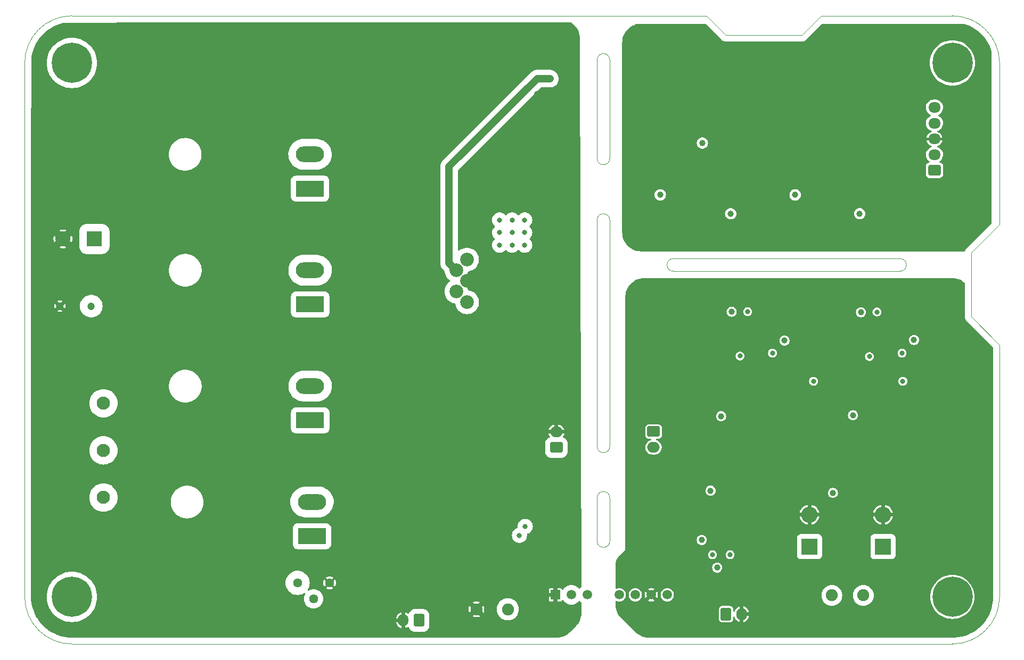
<source format=gbr>
G04 #@! TF.GenerationSoftware,KiCad,Pcbnew,7.0.7+dfsg-1*
G04 #@! TF.CreationDate,2024-12-03T08:15:38+01:00*
G04 #@! TF.ProjectId,evoIII-pulseboard,65766f49-4949-42d7-9075-6c7365626f61,rev?*
G04 #@! TF.SameCoordinates,Original*
G04 #@! TF.FileFunction,Copper,L3,Inr*
G04 #@! TF.FilePolarity,Positive*
%FSLAX46Y46*%
G04 Gerber Fmt 4.6, Leading zero omitted, Abs format (unit mm)*
G04 Created by KiCad (PCBNEW 7.0.7+dfsg-1) date 2024-12-03 08:15:38*
%MOMM*%
%LPD*%
G01*
G04 APERTURE LIST*
G04 Aperture macros list*
%AMRoundRect*
0 Rectangle with rounded corners*
0 $1 Rounding radius*
0 $2 $3 $4 $5 $6 $7 $8 $9 X,Y pos of 4 corners*
0 Add a 4 corners polygon primitive as box body*
4,1,4,$2,$3,$4,$5,$6,$7,$8,$9,$2,$3,0*
0 Add four circle primitives for the rounded corners*
1,1,$1+$1,$2,$3*
1,1,$1+$1,$4,$5*
1,1,$1+$1,$6,$7*
1,1,$1+$1,$8,$9*
0 Add four rect primitives between the rounded corners*
20,1,$1+$1,$2,$3,$4,$5,0*
20,1,$1+$1,$4,$5,$6,$7,0*
20,1,$1+$1,$6,$7,$8,$9,0*
20,1,$1+$1,$8,$9,$2,$3,0*%
G04 Aperture macros list end*
G04 #@! TA.AperFunction,ComponentPad*
%ADD10RoundRect,0.250000X0.600000X0.750000X-0.600000X0.750000X-0.600000X-0.750000X0.600000X-0.750000X0*%
G04 #@! TD*
G04 #@! TA.AperFunction,ComponentPad*
%ADD11O,1.700000X2.000000*%
G04 #@! TD*
G04 #@! TA.AperFunction,ComponentPad*
%ADD12RoundRect,0.250000X-0.600000X-0.750000X0.600000X-0.750000X0.600000X0.750000X-0.600000X0.750000X0*%
G04 #@! TD*
G04 #@! TA.AperFunction,ComponentPad*
%ADD13C,0.800000*%
G04 #@! TD*
G04 #@! TA.AperFunction,ComponentPad*
%ADD14C,6.400000*%
G04 #@! TD*
G04 #@! TA.AperFunction,ComponentPad*
%ADD15R,2.100000X2.100000*%
G04 #@! TD*
G04 #@! TA.AperFunction,ComponentPad*
%ADD16C,2.100000*%
G04 #@! TD*
G04 #@! TA.AperFunction,ComponentPad*
%ADD17RoundRect,0.250000X0.750000X-0.600000X0.750000X0.600000X-0.750000X0.600000X-0.750000X-0.600000X0*%
G04 #@! TD*
G04 #@! TA.AperFunction,ComponentPad*
%ADD18O,2.000000X1.700000*%
G04 #@! TD*
G04 #@! TA.AperFunction,ComponentPad*
%ADD19C,1.200000*%
G04 #@! TD*
G04 #@! TA.AperFunction,ComponentPad*
%ADD20C,2.175000*%
G04 #@! TD*
G04 #@! TA.AperFunction,ComponentPad*
%ADD21RoundRect,0.250000X0.725000X-0.600000X0.725000X0.600000X-0.725000X0.600000X-0.725000X-0.600000X0*%
G04 #@! TD*
G04 #@! TA.AperFunction,ComponentPad*
%ADD22O,1.950000X1.700000*%
G04 #@! TD*
G04 #@! TA.AperFunction,ComponentPad*
%ADD23R,2.600000X2.600000*%
G04 #@! TD*
G04 #@! TA.AperFunction,ComponentPad*
%ADD24O,2.600000X2.600000*%
G04 #@! TD*
G04 #@! TA.AperFunction,ComponentPad*
%ADD25C,1.905000*%
G04 #@! TD*
G04 #@! TA.AperFunction,ComponentPad*
%ADD26R,2.400000X2.400000*%
G04 #@! TD*
G04 #@! TA.AperFunction,ComponentPad*
%ADD27C,2.400000*%
G04 #@! TD*
G04 #@! TA.AperFunction,ComponentPad*
%ADD28RoundRect,0.250000X-0.750000X0.600000X-0.750000X-0.600000X0.750000X-0.600000X0.750000X0.600000X0*%
G04 #@! TD*
G04 #@! TA.AperFunction,ComponentPad*
%ADD29C,1.440000*%
G04 #@! TD*
G04 #@! TA.AperFunction,ComponentPad*
%ADD30R,1.500000X1.500000*%
G04 #@! TD*
G04 #@! TA.AperFunction,ComponentPad*
%ADD31C,1.500000*%
G04 #@! TD*
G04 #@! TA.AperFunction,ComponentPad*
%ADD32R,4.500000X2.500000*%
G04 #@! TD*
G04 #@! TA.AperFunction,ComponentPad*
%ADD33O,4.500000X2.500000*%
G04 #@! TD*
G04 #@! TA.AperFunction,ViaPad*
%ADD34C,0.800000*%
G04 #@! TD*
G04 #@! TA.AperFunction,ViaPad*
%ADD35C,1.000000*%
G04 #@! TD*
G04 #@! TA.AperFunction,Conductor*
%ADD36C,1.200000*%
G04 #@! TD*
G04 #@! TA.AperFunction,Profile*
%ADD37C,0.100000*%
G04 #@! TD*
G04 APERTURE END LIST*
D10*
X280200000Y-188740000D03*
D11*
X277700000Y-188740000D03*
D12*
X329000000Y-187750000D03*
D11*
X331500000Y-187750000D03*
D13*
X222600000Y-185000000D03*
X223302944Y-183302944D03*
X223302944Y-186697056D03*
X225000000Y-182600000D03*
D14*
X225000000Y-185000000D03*
D13*
X225000000Y-187400000D03*
X226697056Y-183302944D03*
X226697056Y-186697056D03*
X227400000Y-185000000D03*
X222600000Y-100000000D03*
X223302944Y-98302944D03*
X223302944Y-101697056D03*
X225000000Y-97600000D03*
D14*
X225000000Y-100000000D03*
D13*
X225000000Y-102400000D03*
X226697056Y-98302944D03*
X226697056Y-101697056D03*
X227400000Y-100000000D03*
D15*
X230022400Y-146685000D03*
D16*
X230022400Y-154185000D03*
X230022400Y-161685000D03*
X230022400Y-169185000D03*
D17*
X302030000Y-161224600D03*
D18*
X302030000Y-158724600D03*
D19*
X223080000Y-138709400D03*
X228080000Y-138709400D03*
D20*
X287831000Y-138096200D03*
X286131000Y-136396200D03*
X287831000Y-134696200D03*
X286131000Y-132996200D03*
X287831000Y-131296200D03*
D21*
X362150000Y-117100000D03*
D22*
X362150000Y-114600000D03*
X362150000Y-112100000D03*
X362150000Y-109600000D03*
X362150000Y-107100000D03*
D23*
X342277000Y-177004000D03*
D24*
X342277000Y-171924000D03*
D25*
X345833000Y-184766000D03*
X350833000Y-184766000D03*
D13*
X362600000Y-100000000D03*
X363302944Y-98302944D03*
X363302944Y-101697056D03*
X365000000Y-97600000D03*
D14*
X365000000Y-100000000D03*
D13*
X365000000Y-102400000D03*
X366697056Y-98302944D03*
X366697056Y-101697056D03*
X367400000Y-100000000D03*
D26*
X228574600Y-128016000D03*
D27*
X223574600Y-128016000D03*
D28*
X317490000Y-158684600D03*
D18*
X317490000Y-161184600D03*
D29*
X265970000Y-182775000D03*
X263430000Y-185315000D03*
X260890000Y-182775000D03*
D30*
X301880000Y-184670000D03*
D31*
X304420000Y-184670000D03*
X306960000Y-184670000D03*
X312040000Y-184670000D03*
X314580000Y-184670000D03*
X317120000Y-184670000D03*
X319660000Y-184670000D03*
D23*
X353961000Y-177004000D03*
D24*
X353961000Y-171924000D03*
D13*
X362600000Y-185000000D03*
X363302944Y-183302944D03*
X363302944Y-186697056D03*
X365000000Y-182600000D03*
D14*
X365000000Y-185000000D03*
D13*
X365000000Y-187400000D03*
X366697056Y-183302944D03*
X366697056Y-186697056D03*
X367400000Y-185000000D03*
D25*
X289314900Y-186972500D03*
X294314900Y-186972500D03*
D32*
X262870000Y-120000000D03*
D33*
X262870000Y-114550000D03*
X262870000Y-109100000D03*
D32*
X263175000Y-175350000D03*
D33*
X263175000Y-169900000D03*
X263175000Y-164450000D03*
D32*
X262890000Y-138450000D03*
D33*
X262890000Y-133000000D03*
X262890000Y-127550000D03*
D32*
X262890000Y-156900000D03*
D33*
X262890000Y-151450000D03*
X262890000Y-146000000D03*
D34*
X301000000Y-102500000D03*
X299000000Y-102500000D03*
X296164000Y-175209200D03*
X293000000Y-125000000D03*
X293000000Y-127000000D03*
X297000000Y-127000000D03*
X295000000Y-125000000D03*
X293000000Y-129000000D03*
X297078400Y-173786800D03*
X297000000Y-129000000D03*
X297000000Y-125000000D03*
X295000000Y-127000000D03*
X295000000Y-129000000D03*
X275336000Y-95707200D03*
X238506000Y-95758000D03*
X250444000Y-189179200D03*
X274269200Y-160963200D03*
X300202600Y-98806000D03*
X300024800Y-133019800D03*
X275590000Y-138684000D03*
X253866800Y-132842000D03*
X251307600Y-95707200D03*
X243332000Y-139192000D03*
X233426000Y-95758000D03*
X220319600Y-117957600D03*
X303326800Y-174650400D03*
X280162000Y-101600000D03*
X259842000Y-95707200D03*
X274269200Y-142421200D03*
X298958000Y-104876600D03*
X289102800Y-123367800D03*
X279908000Y-171450000D03*
X220268800Y-135128000D03*
X220726000Y-172466000D03*
X275336000Y-101600000D03*
X248786800Y-169926000D03*
X302006000Y-155143200D03*
X302514000Y-122961400D03*
X285953200Y-104267000D03*
X269748000Y-181610000D03*
X220268800Y-159258000D03*
X302006000Y-144983200D03*
X239522000Y-120650000D03*
X272694400Y-95758000D03*
X289356800Y-106146600D03*
X275590000Y-157226000D03*
X272542000Y-188722000D03*
X275336000Y-99060000D03*
X248767600Y-95707200D03*
X220472000Y-129794000D03*
X220421200Y-110083600D03*
X286660000Y-189560000D03*
X235204000Y-189230000D03*
X243332000Y-176276000D03*
X303250600Y-95859600D03*
X245465600Y-189179200D03*
X220268800Y-164592000D03*
X271780000Y-179070000D03*
X253866800Y-169926000D03*
X297840400Y-160248600D03*
X220268800Y-162052000D03*
X297662600Y-98806000D03*
X253866800Y-114300000D03*
X220319600Y-115417600D03*
X274777200Y-123879200D03*
X248786800Y-132842000D03*
X255625600Y-189128400D03*
X257175000Y-95707200D03*
X283006800Y-105511600D03*
X253974600Y-95707200D03*
X265074400Y-95758000D03*
X257810000Y-189128400D03*
X239522000Y-157480000D03*
X220726000Y-177546000D03*
X302717200Y-116255800D03*
X300024800Y-140919200D03*
X302056800Y-131724400D03*
X303174400Y-168351200D03*
X243687600Y-95707200D03*
X220472000Y-146456400D03*
X302056800Y-142290800D03*
X220726000Y-167386000D03*
X276098000Y-120142000D03*
X280416000Y-95707200D03*
X220268800Y-154178000D03*
X235966000Y-95758000D03*
X240284000Y-189230000D03*
X304546000Y-176580800D03*
X230124000Y-189230000D03*
X302056800Y-136804400D03*
X302056800Y-129184400D03*
X220268800Y-151638000D03*
X289128200Y-126111000D03*
X277876000Y-95707200D03*
X220472000Y-124714000D03*
X302006000Y-147523200D03*
X290480000Y-189540000D03*
X300024800Y-138099800D03*
X280162000Y-99060000D03*
X220319600Y-112877600D03*
X289102800Y-120827800D03*
X220726000Y-175006000D03*
X242925600Y-189179200D03*
X243332000Y-120650000D03*
X285826200Y-109855000D03*
X289102800Y-118287800D03*
X280085800Y-167614600D03*
X303250600Y-98399600D03*
X220319600Y-120497600D03*
X237744000Y-189230000D03*
X220243400Y-105029000D03*
X243332000Y-157480000D03*
X300964600Y-165074600D03*
X248786800Y-114300000D03*
X280162000Y-104140000D03*
X267614400Y-95758000D03*
X246227600Y-95707200D03*
X278384000Y-182372000D03*
X248786800Y-151130000D03*
X220268800Y-156718000D03*
X232664000Y-189230000D03*
X253085600Y-189128400D03*
X288213800Y-96342200D03*
X269595600Y-179070000D03*
X220522800Y-149098000D03*
X302107600Y-126492000D03*
X302006000Y-150063200D03*
X277622000Y-102870000D03*
X275844000Y-175514000D03*
X267055600Y-179070000D03*
X239522000Y-139192000D03*
X253866800Y-151130000D03*
X247904000Y-189179200D03*
X300024800Y-135559800D03*
X275336000Y-104140000D03*
X297992800Y-165684200D03*
X289255200Y-102336600D03*
X220726000Y-169926000D03*
X302056800Y-134264400D03*
X285140400Y-96367600D03*
X230886000Y-95758000D03*
X303174400Y-113690400D03*
X262534400Y-95758000D03*
X270154400Y-95758000D03*
X281940000Y-169418000D03*
X283921200Y-98729800D03*
X239522000Y-176276000D03*
X220472000Y-143916400D03*
X277876000Y-173482000D03*
X277622000Y-100330000D03*
X302006000Y-152603200D03*
X302056800Y-139623800D03*
X241046000Y-95758000D03*
D35*
X318554000Y-121000000D03*
X340000000Y-121000000D03*
X350250000Y-124000000D03*
X329750000Y-124000000D03*
X329900000Y-139600000D03*
D34*
X329650000Y-178300000D03*
X326850000Y-178300000D03*
D35*
X325150000Y-175950000D03*
D34*
X357000000Y-146200000D03*
D35*
X338300000Y-144200000D03*
X349200000Y-156100000D03*
X328225000Y-156250000D03*
X327600000Y-180350000D03*
X350459000Y-139700000D03*
X358900000Y-144100000D03*
D34*
X336400000Y-146200000D03*
D35*
X346004600Y-168454600D03*
D34*
X351800000Y-146750000D03*
X353000000Y-139650000D03*
X332450000Y-139600000D03*
X331236048Y-146663952D03*
X342920048Y-150670048D03*
X357120048Y-150670048D03*
D35*
X325250000Y-112750000D03*
D34*
X321310000Y-163940000D03*
X317500000Y-172720000D03*
X363220000Y-160130000D03*
X317500000Y-147430000D03*
X337250000Y-173750000D03*
X341630000Y-165100000D03*
X336400000Y-148850000D03*
X363220000Y-147430000D03*
X342125000Y-139900000D03*
X341630000Y-154940000D03*
X360950000Y-135800000D03*
X348157800Y-186766200D03*
X320040000Y-138430000D03*
X318770000Y-170180000D03*
X360680000Y-160020000D03*
X363220000Y-177910000D03*
X363220000Y-152510000D03*
X317500000Y-144890000D03*
X314960000Y-148590000D03*
X314960000Y-140860000D03*
X321310000Y-170180000D03*
X363220000Y-144780000D03*
X337250000Y-178250000D03*
X336440000Y-154940000D03*
X340400000Y-135800000D03*
X336042000Y-183896000D03*
X334500000Y-178250000D03*
X312674000Y-178816000D03*
X358140000Y-187960000D03*
X344170000Y-154940000D03*
X363220000Y-162670000D03*
X317500000Y-139810000D03*
X320040000Y-172720000D03*
X339090000Y-165100000D03*
X326136000Y-135382000D03*
X323850000Y-160020000D03*
X351790000Y-188250000D03*
X314960000Y-138430000D03*
X320040000Y-151130000D03*
X336042000Y-186436000D03*
X360680000Y-157480000D03*
X314960000Y-146050000D03*
X365760000Y-144890000D03*
X349140000Y-135382000D03*
X365760000Y-137160000D03*
X323850000Y-162560000D03*
X342100000Y-142275000D03*
X355600000Y-152400000D03*
X360680000Y-172720000D03*
X365760000Y-139700000D03*
X326390000Y-170180000D03*
X321310000Y-158750000D03*
X355600000Y-182880000D03*
X360680000Y-154830000D03*
X363220000Y-139700000D03*
X324150000Y-139925000D03*
X336042000Y-188976000D03*
X323850000Y-165210000D03*
X321310000Y-161290000D03*
X314960000Y-143510000D03*
X338582000Y-183896000D03*
X314850000Y-172720000D03*
X342900000Y-162560000D03*
X344170000Y-160020000D03*
X320040000Y-140860000D03*
X341630000Y-160020000D03*
X325120000Y-172720000D03*
X360680000Y-175260000D03*
X336200000Y-135800000D03*
X323750000Y-187000000D03*
X322580000Y-172720000D03*
X317500000Y-142350000D03*
X336550000Y-152654000D03*
X358140000Y-180340000D03*
X360680000Y-162560000D03*
X365760000Y-142350000D03*
X320040000Y-148590000D03*
X363220000Y-165210000D03*
X334500000Y-173750000D03*
X320040000Y-146050000D03*
X360680000Y-177800000D03*
X312928000Y-187706000D03*
X363220000Y-157480000D03*
X338582000Y-188976000D03*
X358140000Y-154830000D03*
X355600000Y-187960000D03*
X360680000Y-165100000D03*
X363220000Y-175370000D03*
X344425000Y-142300000D03*
X323750000Y-189000000D03*
X360680000Y-180450000D03*
X323850000Y-170180000D03*
X355300000Y-142550000D03*
X358140000Y-185420000D03*
X312420000Y-182118000D03*
X331216000Y-135382000D03*
X363220000Y-149970000D03*
X363220000Y-167750000D03*
X363220000Y-170180000D03*
X328566000Y-135382000D03*
X358140000Y-182880000D03*
X339090000Y-154940000D03*
X314850000Y-167640000D03*
X363220000Y-142240000D03*
X351790000Y-135382000D03*
X363220000Y-172830000D03*
X317500000Y-167640000D03*
X314960000Y-189484000D03*
X314960000Y-151130000D03*
X360680000Y-170180000D03*
X343790000Y-188250000D03*
X338582000Y-186436000D03*
X356750000Y-135800000D03*
X355600000Y-185420000D03*
X360680000Y-167530000D03*
X317500000Y-137160000D03*
X346710000Y-135382000D03*
X340360000Y-162560000D03*
X344450000Y-139875000D03*
X320040000Y-143510000D03*
X313944000Y-175768000D03*
X316120000Y-170180000D03*
X337500000Y-115500000D03*
X320490000Y-96250000D03*
X314500000Y-113000000D03*
X317000000Y-117000000D03*
X340500000Y-115500000D03*
X318000000Y-128000000D03*
X331050000Y-98250000D03*
X319000000Y-115000000D03*
X346000000Y-100500000D03*
X358000000Y-120500000D03*
X330500000Y-106500000D03*
X342500000Y-128000000D03*
X318500000Y-110500000D03*
X318780000Y-98250000D03*
X369800000Y-115800000D03*
X334260000Y-98250000D03*
X326059800Y-128905000D03*
X337260000Y-98250000D03*
X336000000Y-118000000D03*
X332500000Y-113500000D03*
X328650600Y-128905000D03*
X364800000Y-128300000D03*
X327500000Y-106500000D03*
X314280000Y-96250000D03*
X346583000Y-128905000D03*
X358800000Y-128300000D03*
X336500000Y-106500000D03*
X346000000Y-95500000D03*
X356000000Y-125000000D03*
X350600000Y-100500000D03*
X328930000Y-102700000D03*
X369800000Y-105800000D03*
X344180000Y-99420000D03*
X317500000Y-113000000D03*
X369800000Y-110800000D03*
X322500000Y-106500000D03*
X369800000Y-113300000D03*
X323490000Y-96250000D03*
X340720000Y-98270000D03*
X339000000Y-118000000D03*
X369800000Y-118500000D03*
X333500000Y-106500000D03*
X335500000Y-113500000D03*
X321000000Y-128000000D03*
X369800000Y-121000000D03*
X326220000Y-102700000D03*
X315780000Y-98250000D03*
X361800000Y-128300000D03*
X363400000Y-126500000D03*
X338500000Y-113500000D03*
X358000000Y-123500000D03*
X360400000Y-126500000D03*
X348500000Y-106500000D03*
X369800000Y-123500000D03*
X323500000Y-110500000D03*
X344180000Y-97060000D03*
X331216000Y-128905000D03*
X337000000Y-111500000D03*
X351739200Y-128905000D03*
X368370000Y-125150000D03*
X325500000Y-108500000D03*
X350600000Y-95500000D03*
X323400000Y-124400000D03*
X342500000Y-106500000D03*
X334000000Y-111500000D03*
X314500000Y-128000000D03*
X317280000Y-96250000D03*
X323220000Y-102700000D03*
X369800000Y-108400000D03*
X331000000Y-111500000D03*
X331930000Y-102700000D03*
X320500000Y-113000000D03*
X334500000Y-115500000D03*
X345500000Y-106500000D03*
X314000000Y-117000000D03*
X324990000Y-98250000D03*
X316000000Y-115000000D03*
X344100000Y-124400000D03*
X328050000Y-98250000D03*
X339500000Y-106500000D03*
X321990000Y-98250000D03*
X341500000Y-113500000D03*
X349173800Y-128905000D03*
X340000000Y-111500000D03*
X337100000Y-102750000D03*
X356000000Y-122000000D03*
X339500000Y-128000000D03*
X336000000Y-128000000D03*
X343000000Y-111500000D03*
X320500000Y-108500000D03*
X356000000Y-119000000D03*
X366700000Y-126860000D03*
X320220000Y-102700000D03*
D35*
X326550000Y-168100000D03*
D36*
X299000000Y-102500000D02*
X284988000Y-116512000D01*
X284988000Y-131853200D02*
X286131000Y-132996200D01*
X301000000Y-102500000D02*
X299000000Y-102500000D01*
X284988000Y-116512000D02*
X284988000Y-131853200D01*
G04 #@! TA.AperFunction,Conductor*
G36*
X364991735Y-134250098D02*
G01*
X365148642Y-134258909D01*
X365322425Y-134268668D01*
X365329315Y-134269444D01*
X365605833Y-134316426D01*
X365654125Y-134324632D01*
X365660909Y-134326180D01*
X365977491Y-134417386D01*
X365984055Y-134419683D01*
X366288442Y-134545763D01*
X366294690Y-134548773D01*
X366583051Y-134708144D01*
X366588929Y-134711837D01*
X366857634Y-134902495D01*
X366863057Y-134906819D01*
X366948127Y-134982842D01*
X366984997Y-135042189D01*
X366989499Y-135075300D01*
X366989499Y-140377284D01*
X366987243Y-140466359D01*
X366987243Y-140466367D01*
X366998064Y-140526739D01*
X366998718Y-140531404D01*
X367004925Y-140592430D01*
X367004927Y-140592444D01*
X367015208Y-140625213D01*
X367017079Y-140632837D01*
X367023142Y-140666652D01*
X367023142Y-140666655D01*
X367045894Y-140723612D01*
X367047474Y-140728051D01*
X367065841Y-140786588D01*
X367065844Y-140786595D01*
X367082509Y-140816619D01*
X367085879Y-140823714D01*
X367098622Y-140855614D01*
X367098627Y-140855624D01*
X367132377Y-140906833D01*
X367134818Y-140910863D01*
X367164588Y-140964498D01*
X367164589Y-140964499D01*
X367164591Y-140964502D01*
X367186968Y-140990567D01*
X367191693Y-140996835D01*
X367204263Y-141015906D01*
X367210598Y-141025519D01*
X367253978Y-141068899D01*
X367257169Y-141072343D01*
X367297131Y-141118892D01*
X367297130Y-141118892D01*
X367324299Y-141139923D01*
X367330186Y-141145107D01*
X369479515Y-143294435D01*
X371463181Y-145278101D01*
X371496666Y-145339424D01*
X371499500Y-145365781D01*
X371499500Y-184907289D01*
X371499500Y-184907290D01*
X371499500Y-185000000D01*
X371489084Y-185278387D01*
X371481413Y-185483389D01*
X371481066Y-185488014D01*
X371427166Y-185966393D01*
X371426474Y-185970979D01*
X371336976Y-186443987D01*
X371335944Y-186448509D01*
X371211345Y-186913520D01*
X371209978Y-186917952D01*
X371050981Y-187372340D01*
X371049286Y-187376658D01*
X370856769Y-187817909D01*
X370854757Y-187822088D01*
X370629820Y-188247691D01*
X370627501Y-188251707D01*
X370371372Y-188659334D01*
X370368759Y-188663167D01*
X370082896Y-189050499D01*
X370080004Y-189054125D01*
X369765976Y-189419032D01*
X369762821Y-189422432D01*
X369422432Y-189762821D01*
X369419032Y-189765976D01*
X369054125Y-190080004D01*
X369050499Y-190082896D01*
X368663167Y-190368759D01*
X368659334Y-190371372D01*
X368251707Y-190627501D01*
X368247691Y-190629820D01*
X367822088Y-190854757D01*
X367817909Y-190856769D01*
X367376658Y-191049286D01*
X367372340Y-191050981D01*
X366917952Y-191209978D01*
X366913520Y-191211345D01*
X366448509Y-191335944D01*
X366443987Y-191336976D01*
X365970979Y-191426474D01*
X365966394Y-191427165D01*
X365839050Y-191441514D01*
X365488014Y-191481066D01*
X365483395Y-191481412D01*
X365414244Y-191484000D01*
X316708787Y-191484000D01*
X316705330Y-191483903D01*
X316529061Y-191474040D01*
X316375861Y-191465468D01*
X316368972Y-191464694D01*
X316045317Y-191409908D01*
X316038557Y-191408371D01*
X315723044Y-191317824D01*
X315716497Y-191315542D01*
X315413052Y-191190361D01*
X315406804Y-191187365D01*
X315119219Y-191029114D01*
X315113342Y-191025438D01*
X314845208Y-190836095D01*
X314839777Y-190831786D01*
X314593135Y-190612553D01*
X314590610Y-190610179D01*
X312511627Y-188543102D01*
X327849500Y-188543102D01*
X327855126Y-188589954D01*
X327860122Y-188631561D01*
X327915639Y-188772343D01*
X328007077Y-188892922D01*
X328127656Y-188984360D01*
X328127657Y-188984360D01*
X328127658Y-188984361D01*
X328268436Y-189039877D01*
X328356898Y-189050500D01*
X328356903Y-189050500D01*
X329643097Y-189050500D01*
X329643102Y-189050500D01*
X329731564Y-189039877D01*
X329872342Y-188984361D01*
X329992922Y-188892922D01*
X330084361Y-188772342D01*
X330139877Y-188631564D01*
X330150500Y-188543102D01*
X330150500Y-188248175D01*
X330170185Y-188181136D01*
X330222989Y-188135381D01*
X330292147Y-188125437D01*
X330355703Y-188154462D01*
X330393477Y-188213240D01*
X330393767Y-188214241D01*
X330423062Y-188317206D01*
X330423066Y-188317216D01*
X330518059Y-188507989D01*
X330646500Y-188678071D01*
X330804000Y-188821651D01*
X330804002Y-188821653D01*
X330985201Y-188933846D01*
X330985207Y-188933849D01*
X331183941Y-189010838D01*
X331200000Y-189013840D01*
X331200000Y-188354024D01*
X331219685Y-188286985D01*
X331272489Y-188241230D01*
X331341647Y-188231286D01*
X331356396Y-188234494D01*
X331357682Y-188234679D01*
X331357685Y-188234680D01*
X331464237Y-188250000D01*
X331464238Y-188250000D01*
X331535762Y-188250000D01*
X331535763Y-188250000D01*
X331639756Y-188235048D01*
X331651094Y-188233418D01*
X331651328Y-188235048D01*
X331710926Y-188235044D01*
X331769707Y-188272815D01*
X331798737Y-188336368D01*
X331800000Y-188354024D01*
X331800000Y-189013839D01*
X331816058Y-189010838D01*
X332014792Y-188933849D01*
X332014798Y-188933846D01*
X332195997Y-188821653D01*
X332195999Y-188821651D01*
X332353499Y-188678071D01*
X332481940Y-188507989D01*
X332576933Y-188317216D01*
X332576941Y-188317196D01*
X332635261Y-188112218D01*
X332641027Y-188050000D01*
X332098666Y-188050000D01*
X332031627Y-188030315D01*
X331985872Y-187977511D01*
X331975928Y-187908353D01*
X331979689Y-187891066D01*
X331999927Y-187822137D01*
X332000000Y-187821889D01*
X332000000Y-187678111D01*
X331999999Y-187678107D01*
X331979689Y-187608934D01*
X331979689Y-187539064D01*
X332017464Y-187480286D01*
X332081020Y-187451262D01*
X332098666Y-187450000D01*
X332641027Y-187450000D01*
X332641027Y-187449999D01*
X332635261Y-187387781D01*
X332576941Y-187182803D01*
X332576933Y-187182783D01*
X332481940Y-186992010D01*
X332353499Y-186821928D01*
X332195999Y-186678348D01*
X332195997Y-186678346D01*
X332014798Y-186566153D01*
X332014792Y-186566151D01*
X331816060Y-186489162D01*
X331800000Y-186486159D01*
X331800000Y-187145975D01*
X331780315Y-187213014D01*
X331727511Y-187258769D01*
X331658353Y-187268713D01*
X331643608Y-187265505D01*
X331548449Y-187251824D01*
X331535763Y-187250000D01*
X331464237Y-187250000D01*
X331348906Y-187266582D01*
X331348671Y-187264953D01*
X331289059Y-187264950D01*
X331230283Y-187227173D01*
X331201261Y-187163615D01*
X331200000Y-187145975D01*
X331200000Y-186486159D01*
X331183939Y-186489162D01*
X330985207Y-186566151D01*
X330985201Y-186566153D01*
X330804002Y-186678346D01*
X330804000Y-186678348D01*
X330646500Y-186821928D01*
X330518059Y-186992010D01*
X330423066Y-187182783D01*
X330423058Y-187182803D01*
X330393766Y-187285758D01*
X330356487Y-187344851D01*
X330293178Y-187374409D01*
X330223938Y-187365047D01*
X330170751Y-187319738D01*
X330150504Y-187252866D01*
X330150500Y-187251824D01*
X330150500Y-186956903D01*
X330150500Y-186956898D01*
X330139877Y-186868436D01*
X330084361Y-186727658D01*
X330084360Y-186727657D01*
X330084360Y-186727656D01*
X329992922Y-186607077D01*
X329872343Y-186515639D01*
X329731561Y-186460122D01*
X329685926Y-186454642D01*
X329643102Y-186449500D01*
X328356898Y-186449500D01*
X328317853Y-186454188D01*
X328268438Y-186460122D01*
X328127656Y-186515639D01*
X328007077Y-186607077D01*
X327915639Y-186727656D01*
X327860122Y-186868438D01*
X327854709Y-186913520D01*
X327849500Y-186956898D01*
X327849500Y-188543102D01*
X312511627Y-188543102D01*
X312314014Y-188346621D01*
X312311609Y-188344091D01*
X312260301Y-188286985D01*
X312089450Y-188096825D01*
X312085084Y-188091378D01*
X311954599Y-187908353D01*
X311893133Y-187822137D01*
X311889410Y-187816239D01*
X311774337Y-187608934D01*
X311728926Y-187527127D01*
X311725890Y-187520847D01*
X311696425Y-187449999D01*
X311598911Y-187215532D01*
X311596599Y-187208948D01*
X311578387Y-187145975D01*
X311504732Y-186891296D01*
X311503177Y-186884506D01*
X311447590Y-186558560D01*
X311446805Y-186551620D01*
X311428098Y-186219725D01*
X311428000Y-186216236D01*
X311428000Y-185740910D01*
X311447685Y-185673871D01*
X311500489Y-185628116D01*
X311569647Y-185618172D01*
X311610452Y-185631551D01*
X311636046Y-185645232D01*
X311834066Y-185705300D01*
X311834065Y-185705300D01*
X311852529Y-185707118D01*
X312040000Y-185725583D01*
X312245934Y-185705300D01*
X312443954Y-185645232D01*
X312626450Y-185547685D01*
X312786410Y-185416410D01*
X312917685Y-185256450D01*
X313015232Y-185073954D01*
X313075300Y-184875934D01*
X313095583Y-184670000D01*
X313095583Y-184669999D01*
X313524417Y-184669999D01*
X313544699Y-184875932D01*
X313574734Y-184974943D01*
X313604768Y-185073954D01*
X313702315Y-185256450D01*
X313702317Y-185256452D01*
X313833589Y-185416410D01*
X313918030Y-185485708D01*
X313993550Y-185547685D01*
X314176046Y-185645232D01*
X314374066Y-185705300D01*
X314374065Y-185705300D01*
X314394347Y-185707297D01*
X314580000Y-185725583D01*
X314785934Y-185705300D01*
X314983954Y-185645232D01*
X315166450Y-185547685D01*
X315326410Y-185416410D01*
X315457685Y-185256450D01*
X315555232Y-185073954D01*
X315615300Y-184875934D01*
X315635583Y-184670000D01*
X315635583Y-184669999D01*
X316064919Y-184669999D01*
X316085191Y-184875834D01*
X316145233Y-185073764D01*
X316196345Y-185169388D01*
X316483386Y-184882348D01*
X316544709Y-184848863D01*
X316614400Y-184853847D01*
X316670334Y-184895718D01*
X316675368Y-184902969D01*
X316738239Y-185000798D01*
X316846900Y-185094952D01*
X316846901Y-185094952D01*
X316846903Y-185094954D01*
X316871452Y-185106165D01*
X316924256Y-185151919D01*
X316943941Y-185218959D01*
X316924257Y-185285998D01*
X316907622Y-185306640D01*
X316620609Y-185593652D01*
X316620609Y-185593653D01*
X316716235Y-185644766D01*
X316914165Y-185704808D01*
X317120000Y-185725080D01*
X317325834Y-185704808D01*
X317523762Y-185644767D01*
X317619389Y-185593652D01*
X317332376Y-185306640D01*
X317298891Y-185245317D01*
X317303875Y-185175626D01*
X317345746Y-185119692D01*
X317368536Y-185106170D01*
X317393100Y-185094952D01*
X317501761Y-185000798D01*
X317564617Y-184902990D01*
X317617419Y-184857236D01*
X317686578Y-184847292D01*
X317750134Y-184876316D01*
X317756613Y-184882349D01*
X318043652Y-185169389D01*
X318094767Y-185073762D01*
X318154808Y-184875834D01*
X318175080Y-184669999D01*
X318604417Y-184669999D01*
X318624699Y-184875932D01*
X318654734Y-184974943D01*
X318684768Y-185073954D01*
X318782315Y-185256450D01*
X318782317Y-185256452D01*
X318913589Y-185416410D01*
X318998030Y-185485708D01*
X319073550Y-185547685D01*
X319256046Y-185645232D01*
X319454066Y-185705300D01*
X319454065Y-185705300D01*
X319474347Y-185707297D01*
X319660000Y-185725583D01*
X319865934Y-185705300D01*
X320063954Y-185645232D01*
X320246450Y-185547685D01*
X320406410Y-185416410D01*
X320537685Y-185256450D01*
X320635232Y-185073954D01*
X320695300Y-184875934D01*
X320706128Y-184765999D01*
X344174889Y-184765999D01*
X344195303Y-185025387D01*
X344256044Y-185278387D01*
X344256047Y-185278395D01*
X344355609Y-185518763D01*
X344355611Y-185518766D01*
X344491557Y-185740610D01*
X344491561Y-185740615D01*
X344568157Y-185830297D01*
X344660538Y-185938462D01*
X344787181Y-186046625D01*
X344858384Y-186107438D01*
X344858389Y-186107442D01*
X345080233Y-186243388D01*
X345080236Y-186243390D01*
X345311597Y-186339221D01*
X345320616Y-186342957D01*
X345573614Y-186403697D01*
X345833000Y-186424111D01*
X346092386Y-186403697D01*
X346345384Y-186342957D01*
X346480934Y-186286810D01*
X346585763Y-186243390D01*
X346585764Y-186243389D01*
X346585767Y-186243388D01*
X346807613Y-186107440D01*
X347005462Y-185938462D01*
X347174440Y-185740613D01*
X347181687Y-185728788D01*
X347241272Y-185631553D01*
X347310388Y-185518767D01*
X347324082Y-185485708D01*
X347409952Y-185278395D01*
X347409957Y-185278384D01*
X347470697Y-185025386D01*
X347491111Y-184766000D01*
X349174889Y-184766000D01*
X349195303Y-185025387D01*
X349256044Y-185278387D01*
X349256047Y-185278395D01*
X349355609Y-185518763D01*
X349355611Y-185518766D01*
X349491557Y-185740610D01*
X349491561Y-185740615D01*
X349568157Y-185830297D01*
X349660538Y-185938462D01*
X349787181Y-186046625D01*
X349858384Y-186107438D01*
X349858389Y-186107442D01*
X350080233Y-186243388D01*
X350080236Y-186243390D01*
X350311597Y-186339221D01*
X350320616Y-186342957D01*
X350573614Y-186403697D01*
X350833000Y-186424111D01*
X351092386Y-186403697D01*
X351345384Y-186342957D01*
X351480934Y-186286810D01*
X351585763Y-186243390D01*
X351585764Y-186243389D01*
X351585767Y-186243388D01*
X351807613Y-186107440D01*
X352005462Y-185938462D01*
X352174440Y-185740613D01*
X352181687Y-185728788D01*
X352241272Y-185631553D01*
X352310388Y-185518767D01*
X352324082Y-185485708D01*
X352409952Y-185278395D01*
X352409957Y-185278384D01*
X352470697Y-185025386D01*
X352472695Y-185000000D01*
X361494696Y-185000000D01*
X361513898Y-185366405D01*
X361557986Y-185644766D01*
X361571295Y-185728794D01*
X361574541Y-185740910D01*
X361666260Y-186083206D01*
X361797746Y-186425739D01*
X361964320Y-186752656D01*
X362164147Y-187060364D01*
X362332865Y-187268713D01*
X362395051Y-187345506D01*
X362654494Y-187604949D01*
X362813311Y-187733557D01*
X362939635Y-187835852D01*
X363247343Y-188035679D01*
X363247348Y-188035682D01*
X363574264Y-188202255D01*
X363916801Y-188333742D01*
X364271206Y-188428705D01*
X364633596Y-188486102D01*
X364979734Y-188504241D01*
X364999999Y-188505304D01*
X365000000Y-188505304D01*
X365000001Y-188505304D01*
X365019203Y-188504297D01*
X365366404Y-188486102D01*
X365728794Y-188428705D01*
X366083199Y-188333742D01*
X366425736Y-188202255D01*
X366752652Y-188035682D01*
X367060366Y-187835851D01*
X367345506Y-187604949D01*
X367604949Y-187345506D01*
X367835851Y-187060366D01*
X368035682Y-186752652D01*
X368202255Y-186425736D01*
X368333742Y-186083199D01*
X368428705Y-185728794D01*
X368486102Y-185366404D01*
X368505304Y-185000000D01*
X368486102Y-184633596D01*
X368428705Y-184271206D01*
X368333742Y-183916801D01*
X368202255Y-183574264D01*
X368035682Y-183247348D01*
X367997819Y-183189044D01*
X367835852Y-182939635D01*
X367604952Y-182654498D01*
X367604949Y-182654494D01*
X367345506Y-182395051D01*
X367060366Y-182164149D01*
X367060364Y-182164147D01*
X366752656Y-181964320D01*
X366425739Y-181797746D01*
X366083206Y-181666260D01*
X366083199Y-181666258D01*
X365728794Y-181571295D01*
X365728790Y-181571294D01*
X365728789Y-181571294D01*
X365366405Y-181513898D01*
X365000001Y-181494696D01*
X364999999Y-181494696D01*
X364633594Y-181513898D01*
X364271211Y-181571294D01*
X364271209Y-181571294D01*
X363916793Y-181666260D01*
X363574260Y-181797746D01*
X363247343Y-181964320D01*
X362939635Y-182164147D01*
X362654498Y-182395047D01*
X362654490Y-182395054D01*
X362395054Y-182654490D01*
X362395047Y-182654498D01*
X362164147Y-182939635D01*
X361964320Y-183247343D01*
X361797746Y-183574260D01*
X361666260Y-183916793D01*
X361571294Y-184271209D01*
X361571294Y-184271211D01*
X361513898Y-184633594D01*
X361494696Y-184999999D01*
X361494696Y-185000000D01*
X352472695Y-185000000D01*
X352491111Y-184766000D01*
X352470697Y-184506614D01*
X352409957Y-184253616D01*
X352375575Y-184170609D01*
X352310390Y-184013236D01*
X352310388Y-184013233D01*
X352174442Y-183791389D01*
X352174438Y-183791384D01*
X352091920Y-183694768D01*
X352005462Y-183593538D01*
X351897297Y-183501157D01*
X351807615Y-183424561D01*
X351807610Y-183424557D01*
X351585766Y-183288611D01*
X351585763Y-183288609D01*
X351345395Y-183189047D01*
X351345387Y-183189044D01*
X351345385Y-183189043D01*
X351345384Y-183189043D01*
X351209231Y-183156355D01*
X351092387Y-183128303D01*
X350833000Y-183107889D01*
X350573612Y-183128303D01*
X350320612Y-183189044D01*
X350320604Y-183189047D01*
X350080236Y-183288609D01*
X350080233Y-183288611D01*
X349858389Y-183424557D01*
X349858384Y-183424561D01*
X349660538Y-183593538D01*
X349491561Y-183791384D01*
X349491557Y-183791389D01*
X349355611Y-184013233D01*
X349355609Y-184013236D01*
X349256047Y-184253604D01*
X349256044Y-184253612D01*
X349195303Y-184506612D01*
X349174889Y-184766000D01*
X347491111Y-184766000D01*
X347470697Y-184506614D01*
X347409957Y-184253616D01*
X347375575Y-184170609D01*
X347310390Y-184013236D01*
X347310388Y-184013233D01*
X347174442Y-183791389D01*
X347174438Y-183791384D01*
X347091920Y-183694768D01*
X347005462Y-183593538D01*
X346897297Y-183501157D01*
X346807615Y-183424561D01*
X346807610Y-183424557D01*
X346585766Y-183288611D01*
X346585763Y-183288609D01*
X346345395Y-183189047D01*
X346345387Y-183189044D01*
X346345385Y-183189043D01*
X346345384Y-183189043D01*
X346209231Y-183156355D01*
X346092387Y-183128303D01*
X345962693Y-183118096D01*
X345833000Y-183107889D01*
X345832999Y-183107889D01*
X345573612Y-183128303D01*
X345320612Y-183189044D01*
X345320604Y-183189047D01*
X345080236Y-183288609D01*
X345080233Y-183288611D01*
X344858389Y-183424557D01*
X344858384Y-183424561D01*
X344660538Y-183593538D01*
X344491561Y-183791384D01*
X344491557Y-183791389D01*
X344355611Y-184013233D01*
X344355609Y-184013236D01*
X344256047Y-184253604D01*
X344256044Y-184253612D01*
X344195303Y-184506612D01*
X344174889Y-184765999D01*
X320706128Y-184765999D01*
X320715583Y-184670000D01*
X320695300Y-184464066D01*
X320635232Y-184266046D01*
X320537685Y-184083550D01*
X320479978Y-184013233D01*
X320406410Y-183923589D01*
X320246452Y-183792317D01*
X320246453Y-183792317D01*
X320246450Y-183792315D01*
X320063954Y-183694768D01*
X319865934Y-183634700D01*
X319865932Y-183634699D01*
X319865934Y-183634699D01*
X319660000Y-183614417D01*
X319454067Y-183634699D01*
X319256043Y-183694769D01*
X319159553Y-183746345D01*
X319073550Y-183792315D01*
X319073548Y-183792316D01*
X319073547Y-183792317D01*
X318913589Y-183923589D01*
X318782317Y-184083547D01*
X318684769Y-184266043D01*
X318624699Y-184464067D01*
X318604417Y-184669999D01*
X318175080Y-184669999D01*
X318154808Y-184464165D01*
X318094766Y-184266235D01*
X318043653Y-184170609D01*
X318043652Y-184170609D01*
X317756613Y-184457649D01*
X317695290Y-184491134D01*
X317625598Y-184486150D01*
X317569665Y-184444278D01*
X317564616Y-184437007D01*
X317501761Y-184339202D01*
X317393100Y-184245048D01*
X317393096Y-184245046D01*
X317368543Y-184233832D01*
X317315740Y-184188076D01*
X317296057Y-184121036D01*
X317315743Y-184053997D01*
X317332376Y-184033358D01*
X317619388Y-183746345D01*
X317523764Y-183695233D01*
X317325834Y-183635191D01*
X317120000Y-183614919D01*
X316914165Y-183635191D01*
X316716233Y-183695233D01*
X316620610Y-183746345D01*
X316620610Y-183746346D01*
X316907623Y-184033359D01*
X316941108Y-184094682D01*
X316936124Y-184164374D01*
X316894252Y-184220307D01*
X316871455Y-184233834D01*
X316846899Y-184245048D01*
X316738237Y-184339203D01*
X316675382Y-184437008D01*
X316622578Y-184482763D01*
X316553420Y-184492707D01*
X316489864Y-184463682D01*
X316483386Y-184457650D01*
X316196346Y-184170610D01*
X316196345Y-184170610D01*
X316145233Y-184266233D01*
X316085191Y-184464165D01*
X316064919Y-184669999D01*
X315635583Y-184669999D01*
X315615300Y-184464066D01*
X315555232Y-184266046D01*
X315457685Y-184083550D01*
X315399978Y-184013233D01*
X315326410Y-183923589D01*
X315166452Y-183792317D01*
X315166453Y-183792317D01*
X315166450Y-183792315D01*
X314983954Y-183694768D01*
X314785934Y-183634700D01*
X314785932Y-183634699D01*
X314785934Y-183634699D01*
X314580000Y-183614417D01*
X314374067Y-183634699D01*
X314176043Y-183694769D01*
X314079553Y-183746345D01*
X313993550Y-183792315D01*
X313993548Y-183792316D01*
X313993547Y-183792317D01*
X313833589Y-183923589D01*
X313702317Y-184083547D01*
X313604769Y-184266043D01*
X313544699Y-184464067D01*
X313524417Y-184669999D01*
X313095583Y-184669999D01*
X313075300Y-184464066D01*
X313015232Y-184266046D01*
X312917685Y-184083550D01*
X312859978Y-184013233D01*
X312786410Y-183923589D01*
X312626452Y-183792317D01*
X312626453Y-183792317D01*
X312626450Y-183792315D01*
X312443954Y-183694768D01*
X312245934Y-183634700D01*
X312245932Y-183634699D01*
X312245934Y-183634699D01*
X312058463Y-183616235D01*
X312040000Y-183614417D01*
X312039999Y-183614417D01*
X311834067Y-183634699D01*
X311636041Y-183694769D01*
X311610453Y-183708447D01*
X311542050Y-183722689D01*
X311476806Y-183697689D01*
X311435436Y-183641384D01*
X311428000Y-183599089D01*
X311428000Y-180350003D01*
X326794435Y-180350003D01*
X326814630Y-180529249D01*
X326814631Y-180529254D01*
X326874211Y-180699523D01*
X326970183Y-180852262D01*
X326970184Y-180852262D01*
X327097738Y-180979816D01*
X327250478Y-181075789D01*
X327420744Y-181135367D01*
X327420745Y-181135368D01*
X327420750Y-181135369D01*
X327599996Y-181155565D01*
X327600000Y-181155565D01*
X327600004Y-181155565D01*
X327779249Y-181135369D01*
X327779252Y-181135368D01*
X327779255Y-181135368D01*
X327949522Y-181075789D01*
X328102262Y-180979816D01*
X328229816Y-180852262D01*
X328325789Y-180699522D01*
X328385368Y-180529255D01*
X328405565Y-180350000D01*
X328385368Y-180170745D01*
X328325789Y-180000478D01*
X328229816Y-179847738D01*
X328102262Y-179720184D01*
X328102261Y-179720183D01*
X327949523Y-179624211D01*
X327779254Y-179564631D01*
X327779249Y-179564630D01*
X327600004Y-179544435D01*
X327599996Y-179544435D01*
X327420750Y-179564630D01*
X327420745Y-179564631D01*
X327250476Y-179624211D01*
X327097737Y-179720184D01*
X326970184Y-179847737D01*
X326874211Y-180000476D01*
X326814631Y-180170745D01*
X326814630Y-180170750D01*
X326794435Y-180349996D01*
X326794435Y-180350003D01*
X311428000Y-180350003D01*
X311428000Y-179997946D01*
X311428156Y-179993549D01*
X311450538Y-179678647D01*
X311453025Y-179661241D01*
X311461029Y-179624211D01*
X311518323Y-179359134D01*
X311523245Y-179342259D01*
X311630622Y-179052409D01*
X311637877Y-179036412D01*
X311785169Y-178764664D01*
X311794610Y-178749859D01*
X311978857Y-178501675D01*
X311990311Y-178488338D01*
X312046903Y-178431192D01*
X312176821Y-178300000D01*
X326144355Y-178300000D01*
X326164859Y-178468869D01*
X326164860Y-178468874D01*
X326225182Y-178627931D01*
X326287475Y-178718177D01*
X326321817Y-178767929D01*
X326425145Y-178859469D01*
X326449150Y-178880736D01*
X326599773Y-178959789D01*
X326599775Y-178959790D01*
X326764944Y-179000500D01*
X326935056Y-179000500D01*
X327100225Y-178959790D01*
X327179692Y-178918081D01*
X327250849Y-178880736D01*
X327250850Y-178880734D01*
X327250852Y-178880734D01*
X327378183Y-178767929D01*
X327474818Y-178627930D01*
X327535140Y-178468872D01*
X327555645Y-178300000D01*
X328944355Y-178300000D01*
X328964859Y-178468869D01*
X328964860Y-178468874D01*
X329025182Y-178627931D01*
X329087475Y-178718177D01*
X329121817Y-178767929D01*
X329225145Y-178859469D01*
X329249150Y-178880736D01*
X329399773Y-178959789D01*
X329399775Y-178959790D01*
X329564944Y-179000500D01*
X329735056Y-179000500D01*
X329900225Y-178959790D01*
X329979692Y-178918081D01*
X330050849Y-178880736D01*
X330050850Y-178880734D01*
X330050852Y-178880734D01*
X330178183Y-178767929D01*
X330274818Y-178627930D01*
X330335140Y-178468872D01*
X330348285Y-178360613D01*
X340276500Y-178360613D01*
X340282913Y-178431192D01*
X340333522Y-178593606D01*
X340421530Y-178739188D01*
X340541811Y-178859469D01*
X340541813Y-178859470D01*
X340541815Y-178859472D01*
X340687394Y-178947478D01*
X340849804Y-178998086D01*
X340920384Y-179004500D01*
X340920387Y-179004500D01*
X343633613Y-179004500D01*
X343633616Y-179004500D01*
X343704196Y-178998086D01*
X343866606Y-178947478D01*
X344012185Y-178859472D01*
X344132472Y-178739185D01*
X344220478Y-178593606D01*
X344271086Y-178431196D01*
X344277500Y-178360616D01*
X344277500Y-178360613D01*
X351960500Y-178360613D01*
X351966913Y-178431192D01*
X352017522Y-178593606D01*
X352105530Y-178739188D01*
X352225811Y-178859469D01*
X352225813Y-178859470D01*
X352225815Y-178859472D01*
X352371394Y-178947478D01*
X352533804Y-178998086D01*
X352604384Y-179004500D01*
X352604387Y-179004500D01*
X355317613Y-179004500D01*
X355317616Y-179004500D01*
X355388196Y-178998086D01*
X355550606Y-178947478D01*
X355696185Y-178859472D01*
X355816472Y-178739185D01*
X355904478Y-178593606D01*
X355955086Y-178431196D01*
X355961500Y-178360616D01*
X355961500Y-175647384D01*
X355955086Y-175576804D01*
X355904478Y-175414394D01*
X355816472Y-175268815D01*
X355816470Y-175268813D01*
X355816469Y-175268811D01*
X355696188Y-175148530D01*
X355550606Y-175060522D01*
X355550606Y-175060521D01*
X355388196Y-175009914D01*
X355388194Y-175009913D01*
X355388192Y-175009913D01*
X355338778Y-175005423D01*
X355317616Y-175003500D01*
X352604384Y-175003500D01*
X352585145Y-175005248D01*
X352533807Y-175009913D01*
X352371393Y-175060522D01*
X352225811Y-175148530D01*
X352105530Y-175268811D01*
X352017522Y-175414393D01*
X351966913Y-175576807D01*
X351960500Y-175647386D01*
X351960500Y-178360613D01*
X344277500Y-178360613D01*
X344277500Y-175647384D01*
X344271086Y-175576804D01*
X344220478Y-175414394D01*
X344132472Y-175268815D01*
X344132470Y-175268813D01*
X344132469Y-175268811D01*
X344012188Y-175148530D01*
X343866606Y-175060522D01*
X343866606Y-175060521D01*
X343704196Y-175009914D01*
X343704194Y-175009913D01*
X343704192Y-175009913D01*
X343654778Y-175005423D01*
X343633616Y-175003500D01*
X340920384Y-175003500D01*
X340901145Y-175005248D01*
X340849807Y-175009913D01*
X340687393Y-175060522D01*
X340541811Y-175148530D01*
X340421530Y-175268811D01*
X340333522Y-175414393D01*
X340282913Y-175576807D01*
X340276500Y-175647386D01*
X340276500Y-178360613D01*
X330348285Y-178360613D01*
X330355645Y-178300000D01*
X330335140Y-178131128D01*
X330274818Y-177972070D01*
X330270135Y-177965286D01*
X330183220Y-177839369D01*
X330178183Y-177832071D01*
X330050852Y-177719266D01*
X330050849Y-177719263D01*
X329900226Y-177640210D01*
X329735056Y-177599500D01*
X329564944Y-177599500D01*
X329399773Y-177640210D01*
X329249150Y-177719263D01*
X329121816Y-177832072D01*
X329025182Y-177972068D01*
X328964860Y-178131125D01*
X328964859Y-178131130D01*
X328944355Y-178300000D01*
X327555645Y-178300000D01*
X327535140Y-178131128D01*
X327474818Y-177972070D01*
X327470135Y-177965286D01*
X327383220Y-177839369D01*
X327378183Y-177832071D01*
X327250852Y-177719266D01*
X327250849Y-177719263D01*
X327100226Y-177640210D01*
X326935056Y-177599500D01*
X326764944Y-177599500D01*
X326599773Y-177640210D01*
X326449150Y-177719263D01*
X326321816Y-177832072D01*
X326225182Y-177972068D01*
X326164860Y-178131125D01*
X326164859Y-178131130D01*
X326144355Y-178300000D01*
X312176821Y-178300000D01*
X312214000Y-178262457D01*
X312214010Y-178262446D01*
X313000000Y-177574027D01*
X313000000Y-175950003D01*
X324344435Y-175950003D01*
X324364630Y-176129249D01*
X324364631Y-176129254D01*
X324424211Y-176299523D01*
X324520184Y-176452262D01*
X324647738Y-176579816D01*
X324800478Y-176675789D01*
X324970744Y-176735367D01*
X324970745Y-176735368D01*
X324970750Y-176735369D01*
X325149996Y-176755565D01*
X325150000Y-176755565D01*
X325150004Y-176755565D01*
X325329249Y-176735369D01*
X325329252Y-176735368D01*
X325329255Y-176735368D01*
X325499522Y-176675789D01*
X325652262Y-176579816D01*
X325779816Y-176452262D01*
X325875789Y-176299522D01*
X325935368Y-176129255D01*
X325946181Y-176033289D01*
X325955565Y-175950003D01*
X325955565Y-175949996D01*
X325935369Y-175770750D01*
X325935368Y-175770745D01*
X325875788Y-175600476D01*
X325836582Y-175538080D01*
X325779816Y-175447738D01*
X325652262Y-175320184D01*
X325570509Y-175268815D01*
X325499523Y-175224211D01*
X325329254Y-175164631D01*
X325329249Y-175164630D01*
X325150004Y-175144435D01*
X325149996Y-175144435D01*
X324970750Y-175164630D01*
X324970745Y-175164631D01*
X324800476Y-175224211D01*
X324647737Y-175320184D01*
X324520184Y-175447737D01*
X324424211Y-175600476D01*
X324364631Y-175770745D01*
X324364630Y-175770750D01*
X324344435Y-175949996D01*
X324344435Y-175950003D01*
X313000000Y-175950003D01*
X313000000Y-172224000D01*
X340703559Y-172224000D01*
X340750602Y-172419953D01*
X340846978Y-172652627D01*
X340846980Y-172652630D01*
X340978568Y-172867362D01*
X340978571Y-172867367D01*
X341142130Y-173058869D01*
X341333632Y-173222428D01*
X341333637Y-173222431D01*
X341548368Y-173354019D01*
X341781045Y-173450396D01*
X341976999Y-173497440D01*
X341977000Y-173497440D01*
X341977000Y-172677915D01*
X341996685Y-172610876D01*
X342049489Y-172565121D01*
X342118647Y-172555177D01*
X342131816Y-172557806D01*
X342194886Y-172574000D01*
X342194890Y-172574000D01*
X342317892Y-172574000D01*
X342317894Y-172574000D01*
X342437459Y-172558895D01*
X342506435Y-172570021D01*
X342558447Y-172616674D01*
X342576999Y-172681917D01*
X342576999Y-173497440D01*
X342772954Y-173450396D01*
X343005631Y-173354019D01*
X343220362Y-173222431D01*
X343220367Y-173222428D01*
X343411869Y-173058869D01*
X343575428Y-172867367D01*
X343575431Y-172867362D01*
X343707019Y-172652630D01*
X343707021Y-172652627D01*
X343803397Y-172419953D01*
X343850441Y-172224000D01*
X352387559Y-172224000D01*
X352434602Y-172419953D01*
X352530978Y-172652627D01*
X352530980Y-172652630D01*
X352662568Y-172867362D01*
X352662571Y-172867367D01*
X352826130Y-173058869D01*
X353017632Y-173222428D01*
X353017637Y-173222431D01*
X353232368Y-173354019D01*
X353465045Y-173450396D01*
X353660999Y-173497440D01*
X353661000Y-173497440D01*
X353661000Y-172677915D01*
X353680685Y-172610876D01*
X353733489Y-172565121D01*
X353802647Y-172555177D01*
X353815816Y-172557806D01*
X353878886Y-172574000D01*
X353878890Y-172574000D01*
X354001892Y-172574000D01*
X354001894Y-172574000D01*
X354001899Y-172573999D01*
X354001903Y-172573999D01*
X354033391Y-172570021D01*
X354121460Y-172558895D01*
X354190436Y-172570021D01*
X354242448Y-172616674D01*
X354261000Y-172681917D01*
X354261000Y-173497440D01*
X354456954Y-173450396D01*
X354689631Y-173354019D01*
X354904362Y-173222431D01*
X354904367Y-173222428D01*
X355095869Y-173058869D01*
X355259428Y-172867367D01*
X355259431Y-172867362D01*
X355391019Y-172652630D01*
X355391021Y-172652627D01*
X355487397Y-172419953D01*
X355534441Y-172224000D01*
X354715383Y-172224000D01*
X354648344Y-172204315D01*
X354602589Y-172151511D01*
X354592645Y-172082353D01*
X354593579Y-172076765D01*
X354596456Y-172061684D01*
X354614873Y-171965138D01*
X354604561Y-171801234D01*
X354599714Y-171786316D01*
X354597720Y-171716475D01*
X354633802Y-171656643D01*
X354696503Y-171625816D01*
X354717646Y-171624000D01*
X355534441Y-171624000D01*
X355534440Y-171623999D01*
X355487397Y-171428046D01*
X355391021Y-171195372D01*
X355391019Y-171195369D01*
X355259431Y-170980637D01*
X355259428Y-170980632D01*
X355095869Y-170789130D01*
X354904367Y-170625571D01*
X354904362Y-170625568D01*
X354689630Y-170493980D01*
X354689627Y-170493978D01*
X354456953Y-170397602D01*
X354261000Y-170350559D01*
X354261000Y-171170084D01*
X354241315Y-171237123D01*
X354188511Y-171282878D01*
X354119353Y-171292822D01*
X354106163Y-171290188D01*
X354043117Y-171274000D01*
X354043114Y-171274000D01*
X353920106Y-171274000D01*
X353920094Y-171274000D01*
X353800541Y-171289104D01*
X353731563Y-171277977D01*
X353679551Y-171231324D01*
X353661000Y-171166082D01*
X353661000Y-170350559D01*
X353660999Y-170350559D01*
X353465046Y-170397602D01*
X353232372Y-170493978D01*
X353232369Y-170493980D01*
X353017637Y-170625568D01*
X353017632Y-170625571D01*
X352826130Y-170789130D01*
X352662571Y-170980632D01*
X352662568Y-170980637D01*
X352530980Y-171195369D01*
X352530978Y-171195372D01*
X352434602Y-171428046D01*
X352387559Y-171623999D01*
X352387559Y-171624000D01*
X353206617Y-171624000D01*
X353273656Y-171643685D01*
X353319411Y-171696489D01*
X353329355Y-171765647D01*
X353328422Y-171771227D01*
X353307127Y-171882862D01*
X353307127Y-171882864D01*
X353307127Y-171882865D01*
X353317439Y-172046766D01*
X353322286Y-172061684D01*
X353324280Y-172131525D01*
X353288198Y-172191357D01*
X353225497Y-172222184D01*
X353204354Y-172224000D01*
X352387559Y-172224000D01*
X343850441Y-172224000D01*
X343031383Y-172224000D01*
X342964344Y-172204315D01*
X342918589Y-172151511D01*
X342908645Y-172082353D01*
X342909579Y-172076765D01*
X342912456Y-172061684D01*
X342930873Y-171965138D01*
X342920561Y-171801234D01*
X342915714Y-171786316D01*
X342913720Y-171716475D01*
X342949802Y-171656643D01*
X343012503Y-171625816D01*
X343033646Y-171624000D01*
X343850441Y-171624000D01*
X343850440Y-171623999D01*
X343803397Y-171428046D01*
X343707021Y-171195372D01*
X343707019Y-171195369D01*
X343575431Y-170980637D01*
X343575428Y-170980632D01*
X343411869Y-170789130D01*
X343220367Y-170625571D01*
X343220362Y-170625568D01*
X343005631Y-170493980D01*
X342772956Y-170397603D01*
X342576999Y-170350559D01*
X342576999Y-171170084D01*
X342557314Y-171237123D01*
X342504510Y-171282878D01*
X342435352Y-171292822D01*
X342422165Y-171290188D01*
X342389681Y-171281848D01*
X342359115Y-171274000D01*
X342359114Y-171274000D01*
X342236106Y-171274000D01*
X342236094Y-171274000D01*
X342116541Y-171289104D01*
X342047563Y-171277977D01*
X341995551Y-171231324D01*
X341977000Y-171166082D01*
X341977000Y-170350559D01*
X341976999Y-170350559D01*
X341781046Y-170397602D01*
X341548372Y-170493978D01*
X341548369Y-170493980D01*
X341333637Y-170625568D01*
X341333632Y-170625571D01*
X341142130Y-170789130D01*
X340978571Y-170980632D01*
X340978568Y-170980637D01*
X340846980Y-171195369D01*
X340846978Y-171195372D01*
X340750602Y-171428046D01*
X340703559Y-171623999D01*
X340703559Y-171624000D01*
X341522617Y-171624000D01*
X341589656Y-171643685D01*
X341635411Y-171696489D01*
X341645355Y-171765647D01*
X341644422Y-171771227D01*
X341623127Y-171882862D01*
X341623127Y-171882864D01*
X341623127Y-171882865D01*
X341633439Y-172046766D01*
X341638286Y-172061684D01*
X341640280Y-172131525D01*
X341604198Y-172191357D01*
X341541497Y-172222184D01*
X341520354Y-172224000D01*
X340703559Y-172224000D01*
X313000000Y-172224000D01*
X313000000Y-168100003D01*
X325744435Y-168100003D01*
X325764630Y-168279249D01*
X325764631Y-168279254D01*
X325824211Y-168449523D01*
X325899576Y-168569465D01*
X325920184Y-168602262D01*
X326047738Y-168729816D01*
X326200478Y-168825789D01*
X326221112Y-168833009D01*
X326370745Y-168885368D01*
X326370750Y-168885369D01*
X326549996Y-168905565D01*
X326550000Y-168905565D01*
X326550004Y-168905565D01*
X326729249Y-168885369D01*
X326729252Y-168885368D01*
X326729255Y-168885368D01*
X326899522Y-168825789D01*
X327052262Y-168729816D01*
X327179816Y-168602262D01*
X327272596Y-168454603D01*
X345199035Y-168454603D01*
X345219230Y-168633849D01*
X345219231Y-168633854D01*
X345278811Y-168804123D01*
X345329861Y-168885368D01*
X345374784Y-168956862D01*
X345502338Y-169084416D01*
X345655078Y-169180389D01*
X345825344Y-169239968D01*
X345825345Y-169239968D01*
X345825350Y-169239969D01*
X346004596Y-169260165D01*
X346004600Y-169260165D01*
X346004604Y-169260165D01*
X346183849Y-169239969D01*
X346183852Y-169239968D01*
X346183855Y-169239968D01*
X346354122Y-169180389D01*
X346506862Y-169084416D01*
X346634416Y-168956862D01*
X346730389Y-168804122D01*
X346789968Y-168633855D01*
X346810165Y-168454600D01*
X346790408Y-168279254D01*
X346789969Y-168275350D01*
X346789968Y-168275345D01*
X346730388Y-168105076D01*
X346634415Y-167952337D01*
X346506862Y-167824784D01*
X346354123Y-167728811D01*
X346183854Y-167669231D01*
X346183849Y-167669230D01*
X346004604Y-167649035D01*
X346004596Y-167649035D01*
X345825350Y-167669230D01*
X345825345Y-167669231D01*
X345655076Y-167728811D01*
X345502337Y-167824784D01*
X345374784Y-167952337D01*
X345278811Y-168105076D01*
X345219231Y-168275345D01*
X345219230Y-168275350D01*
X345199035Y-168454596D01*
X345199035Y-168454603D01*
X327272596Y-168454603D01*
X327275789Y-168449522D01*
X327335368Y-168279255D01*
X327355565Y-168100000D01*
X327335368Y-167920745D01*
X327275789Y-167750478D01*
X327179816Y-167597738D01*
X327052262Y-167470184D01*
X326943293Y-167401714D01*
X326899523Y-167374211D01*
X326729254Y-167314631D01*
X326729249Y-167314630D01*
X326550004Y-167294435D01*
X326549996Y-167294435D01*
X326370750Y-167314630D01*
X326370745Y-167314631D01*
X326200476Y-167374211D01*
X326047737Y-167470184D01*
X325920184Y-167597737D01*
X325824211Y-167750476D01*
X325764631Y-167920745D01*
X325764630Y-167920750D01*
X325744435Y-168099996D01*
X325744435Y-168100003D01*
X313000000Y-168100003D01*
X313000000Y-161291210D01*
X316189500Y-161291210D01*
X316228679Y-161500798D01*
X316305702Y-161699619D01*
X316417948Y-161880902D01*
X316501514Y-161972569D01*
X316561593Y-162038472D01*
X316731746Y-162166967D01*
X316922606Y-162262003D01*
X316922608Y-162262003D01*
X316922611Y-162262005D01*
X317127690Y-162320356D01*
X317286806Y-162335100D01*
X317286810Y-162335100D01*
X317693190Y-162335100D01*
X317693194Y-162335100D01*
X317852310Y-162320356D01*
X318057389Y-162262005D01*
X318057393Y-162262003D01*
X318057394Y-162262003D01*
X318248253Y-162166967D01*
X318248253Y-162166966D01*
X318248255Y-162166966D01*
X318418407Y-162038472D01*
X318562052Y-161880902D01*
X318674298Y-161699619D01*
X318751321Y-161500798D01*
X318790500Y-161291210D01*
X318790500Y-161077990D01*
X318751321Y-160868402D01*
X318674298Y-160669581D01*
X318562052Y-160488298D01*
X318418407Y-160330728D01*
X318387588Y-160307454D01*
X318248253Y-160202232D01*
X318057393Y-160107196D01*
X317956067Y-160078366D01*
X317896974Y-160041086D01*
X317867417Y-159977777D01*
X317876779Y-159908537D01*
X317922089Y-159855351D01*
X317988961Y-159835104D01*
X317990002Y-159835100D01*
X318283097Y-159835100D01*
X318283102Y-159835100D01*
X318371564Y-159824477D01*
X318512342Y-159768961D01*
X318632922Y-159677522D01*
X318724361Y-159556942D01*
X318779877Y-159416164D01*
X318790500Y-159327702D01*
X318790500Y-158041498D01*
X318779877Y-157953036D01*
X318724361Y-157812258D01*
X318724360Y-157812257D01*
X318724360Y-157812256D01*
X318632922Y-157691677D01*
X318512343Y-157600239D01*
X318371561Y-157544722D01*
X318325926Y-157539242D01*
X318283102Y-157534100D01*
X316696898Y-157534100D01*
X316657853Y-157538788D01*
X316608438Y-157544722D01*
X316467656Y-157600239D01*
X316347077Y-157691677D01*
X316255639Y-157812256D01*
X316200122Y-157953038D01*
X316194188Y-158002453D01*
X316189500Y-158041498D01*
X316189500Y-159327702D01*
X316195126Y-159374554D01*
X316200122Y-159416161D01*
X316255639Y-159556943D01*
X316347077Y-159677522D01*
X316467656Y-159768960D01*
X316467657Y-159768960D01*
X316467658Y-159768961D01*
X316608436Y-159824477D01*
X316696898Y-159835100D01*
X316696903Y-159835100D01*
X316989998Y-159835100D01*
X317057037Y-159854785D01*
X317102792Y-159907589D01*
X317112736Y-159976747D01*
X317083711Y-160040303D01*
X317024933Y-160078077D01*
X317023933Y-160078366D01*
X316922607Y-160107196D01*
X316922605Y-160107196D01*
X316731746Y-160202232D01*
X316561593Y-160330727D01*
X316417947Y-160488299D01*
X316305702Y-160669580D01*
X316305701Y-160669582D01*
X316264852Y-160775027D01*
X316228679Y-160868402D01*
X316189500Y-161077990D01*
X316189500Y-161291210D01*
X313000000Y-161291210D01*
X313000000Y-156250003D01*
X327419435Y-156250003D01*
X327439630Y-156429249D01*
X327439631Y-156429254D01*
X327499211Y-156599523D01*
X327581080Y-156729815D01*
X327595184Y-156752262D01*
X327722738Y-156879816D01*
X327875478Y-156975789D01*
X328045744Y-157035367D01*
X328045745Y-157035368D01*
X328045750Y-157035369D01*
X328224996Y-157055565D01*
X328225000Y-157055565D01*
X328225004Y-157055565D01*
X328404249Y-157035369D01*
X328404252Y-157035368D01*
X328404255Y-157035368D01*
X328574522Y-156975789D01*
X328727262Y-156879816D01*
X328854816Y-156752262D01*
X328950789Y-156599522D01*
X329010368Y-156429255D01*
X329027269Y-156279254D01*
X329030565Y-156250003D01*
X329030565Y-156249996D01*
X329013665Y-156100003D01*
X348394435Y-156100003D01*
X348414630Y-156279249D01*
X348414631Y-156279254D01*
X348474211Y-156449523D01*
X348568462Y-156599522D01*
X348570184Y-156602262D01*
X348697738Y-156729816D01*
X348850478Y-156825789D01*
X349004878Y-156879816D01*
X349020745Y-156885368D01*
X349020750Y-156885369D01*
X349199996Y-156905565D01*
X349200000Y-156905565D01*
X349200004Y-156905565D01*
X349379249Y-156885369D01*
X349379252Y-156885368D01*
X349379255Y-156885368D01*
X349549522Y-156825789D01*
X349702262Y-156729816D01*
X349829816Y-156602262D01*
X349925789Y-156449522D01*
X349985368Y-156279255D01*
X349988664Y-156250003D01*
X350005565Y-156100003D01*
X350005565Y-156099996D01*
X349985369Y-155920750D01*
X349985368Y-155920745D01*
X349925788Y-155750476D01*
X349886582Y-155688080D01*
X349829816Y-155597738D01*
X349702262Y-155470184D01*
X349693426Y-155464632D01*
X349549523Y-155374211D01*
X349379254Y-155314631D01*
X349379249Y-155314630D01*
X349200004Y-155294435D01*
X349199996Y-155294435D01*
X349020750Y-155314630D01*
X349020745Y-155314631D01*
X348850476Y-155374211D01*
X348697737Y-155470184D01*
X348570184Y-155597737D01*
X348474211Y-155750476D01*
X348414631Y-155920745D01*
X348414630Y-155920750D01*
X348394435Y-156099996D01*
X348394435Y-156100003D01*
X329013665Y-156100003D01*
X329010369Y-156070750D01*
X329010368Y-156070745D01*
X328957882Y-155920750D01*
X328950789Y-155900478D01*
X328854816Y-155747738D01*
X328727262Y-155620184D01*
X328727262Y-155620183D01*
X328574523Y-155524211D01*
X328404254Y-155464631D01*
X328404249Y-155464630D01*
X328225004Y-155444435D01*
X328224996Y-155444435D01*
X328045750Y-155464630D01*
X328045745Y-155464631D01*
X327875476Y-155524211D01*
X327722737Y-155620184D01*
X327595184Y-155747737D01*
X327499211Y-155900476D01*
X327439631Y-156070745D01*
X327439630Y-156070750D01*
X327419435Y-156249996D01*
X327419435Y-156250003D01*
X313000000Y-156250003D01*
X313000000Y-150670048D01*
X342214403Y-150670048D01*
X342234907Y-150838917D01*
X342234908Y-150838922D01*
X342295230Y-150997979D01*
X342357523Y-151088225D01*
X342391865Y-151137977D01*
X342497553Y-151231608D01*
X342519198Y-151250784D01*
X342669821Y-151329837D01*
X342669823Y-151329838D01*
X342834992Y-151370548D01*
X343005104Y-151370548D01*
X343170273Y-151329838D01*
X343249740Y-151288129D01*
X343320897Y-151250784D01*
X343320898Y-151250782D01*
X343320900Y-151250782D01*
X343448231Y-151137977D01*
X343544866Y-150997978D01*
X343605188Y-150838920D01*
X343625693Y-150670048D01*
X356414403Y-150670048D01*
X356434907Y-150838917D01*
X356434908Y-150838922D01*
X356495230Y-150997979D01*
X356557523Y-151088225D01*
X356591865Y-151137977D01*
X356697553Y-151231608D01*
X356719198Y-151250784D01*
X356869821Y-151329837D01*
X356869823Y-151329838D01*
X357034992Y-151370548D01*
X357205104Y-151370548D01*
X357370273Y-151329838D01*
X357449740Y-151288129D01*
X357520897Y-151250784D01*
X357520898Y-151250782D01*
X357520900Y-151250782D01*
X357648231Y-151137977D01*
X357744866Y-150997978D01*
X357805188Y-150838920D01*
X357825693Y-150670048D01*
X357805188Y-150501176D01*
X357744866Y-150342118D01*
X357648231Y-150202119D01*
X357520900Y-150089314D01*
X357520897Y-150089311D01*
X357370274Y-150010258D01*
X357205104Y-149969548D01*
X357034992Y-149969548D01*
X356869821Y-150010258D01*
X356719198Y-150089311D01*
X356591864Y-150202120D01*
X356495230Y-150342116D01*
X356434908Y-150501173D01*
X356434907Y-150501178D01*
X356414403Y-150670048D01*
X343625693Y-150670048D01*
X343605188Y-150501176D01*
X343544866Y-150342118D01*
X343448231Y-150202119D01*
X343320900Y-150089314D01*
X343320897Y-150089311D01*
X343170274Y-150010258D01*
X343005104Y-149969548D01*
X342834992Y-149969548D01*
X342669821Y-150010258D01*
X342519198Y-150089311D01*
X342391864Y-150202120D01*
X342295230Y-150342116D01*
X342234908Y-150501173D01*
X342234907Y-150501178D01*
X342214403Y-150670048D01*
X313000000Y-150670048D01*
X313000000Y-146663952D01*
X330530403Y-146663952D01*
X330550907Y-146832821D01*
X330550908Y-146832826D01*
X330611230Y-146991883D01*
X330670625Y-147077930D01*
X330707865Y-147131881D01*
X330813553Y-147225512D01*
X330835198Y-147244688D01*
X330985821Y-147323741D01*
X330985823Y-147323742D01*
X331150992Y-147364452D01*
X331321104Y-147364452D01*
X331486273Y-147323742D01*
X331565740Y-147282033D01*
X331636897Y-147244688D01*
X331636898Y-147244686D01*
X331636900Y-147244686D01*
X331764231Y-147131881D01*
X331860866Y-146991882D01*
X331921188Y-146832824D01*
X331941693Y-146663952D01*
X331921188Y-146495080D01*
X331860866Y-146336022D01*
X331766976Y-146200000D01*
X335694355Y-146200000D01*
X335714859Y-146368869D01*
X335714860Y-146368874D01*
X335775182Y-146527931D01*
X335837475Y-146618177D01*
X335871817Y-146667929D01*
X335977505Y-146761560D01*
X335999150Y-146780736D01*
X336149773Y-146859789D01*
X336149775Y-146859790D01*
X336314944Y-146900500D01*
X336485056Y-146900500D01*
X336650225Y-146859790D01*
X336729692Y-146818081D01*
X336800849Y-146780736D01*
X336800850Y-146780734D01*
X336800852Y-146780734D01*
X336835544Y-146750000D01*
X351094355Y-146750000D01*
X351114859Y-146918869D01*
X351114860Y-146918874D01*
X351175182Y-147077931D01*
X351212422Y-147131881D01*
X351271817Y-147217929D01*
X351377505Y-147311560D01*
X351399150Y-147330736D01*
X351549773Y-147409789D01*
X351549775Y-147409790D01*
X351714944Y-147450500D01*
X351885056Y-147450500D01*
X352050225Y-147409790D01*
X352136608Y-147364452D01*
X352200849Y-147330736D01*
X352200850Y-147330734D01*
X352200852Y-147330734D01*
X352328183Y-147217929D01*
X352424818Y-147077930D01*
X352485140Y-146918872D01*
X352505645Y-146750000D01*
X352485140Y-146581128D01*
X352424818Y-146422070D01*
X352328183Y-146282071D01*
X352235544Y-146200000D01*
X356294355Y-146200000D01*
X356314859Y-146368869D01*
X356314860Y-146368874D01*
X356375182Y-146527931D01*
X356437475Y-146618177D01*
X356471817Y-146667929D01*
X356577505Y-146761560D01*
X356599150Y-146780736D01*
X356749773Y-146859789D01*
X356749775Y-146859790D01*
X356914944Y-146900500D01*
X357085056Y-146900500D01*
X357250225Y-146859790D01*
X357329692Y-146818081D01*
X357400849Y-146780736D01*
X357400850Y-146780734D01*
X357400852Y-146780734D01*
X357528183Y-146667929D01*
X357624818Y-146527930D01*
X357685140Y-146368872D01*
X357705645Y-146200000D01*
X357685140Y-146031128D01*
X357624818Y-145872070D01*
X357528183Y-145732071D01*
X357400852Y-145619266D01*
X357400849Y-145619263D01*
X357250226Y-145540210D01*
X357085056Y-145499500D01*
X356914944Y-145499500D01*
X356749773Y-145540210D01*
X356599150Y-145619263D01*
X356471816Y-145732072D01*
X356375182Y-145872068D01*
X356314860Y-146031125D01*
X356314859Y-146031130D01*
X356294355Y-146200000D01*
X352235544Y-146200000D01*
X352200852Y-146169266D01*
X352200849Y-146169263D01*
X352050226Y-146090210D01*
X351885056Y-146049500D01*
X351714944Y-146049500D01*
X351549773Y-146090210D01*
X351399150Y-146169263D01*
X351271816Y-146282072D01*
X351175182Y-146422068D01*
X351114860Y-146581125D01*
X351114859Y-146581130D01*
X351094355Y-146750000D01*
X336835544Y-146750000D01*
X336928183Y-146667929D01*
X337024818Y-146527930D01*
X337085140Y-146368872D01*
X337105645Y-146200000D01*
X337085140Y-146031128D01*
X337024818Y-145872070D01*
X336928183Y-145732071D01*
X336800852Y-145619266D01*
X336800849Y-145619263D01*
X336650226Y-145540210D01*
X336485056Y-145499500D01*
X336314944Y-145499500D01*
X336149773Y-145540210D01*
X335999150Y-145619263D01*
X335871816Y-145732072D01*
X335775182Y-145872068D01*
X335714860Y-146031125D01*
X335714859Y-146031130D01*
X335694355Y-146200000D01*
X331766976Y-146200000D01*
X331764231Y-146196023D01*
X331669364Y-146111978D01*
X331636897Y-146083215D01*
X331486274Y-146004162D01*
X331321104Y-145963452D01*
X331150992Y-145963452D01*
X330985821Y-146004162D01*
X330835198Y-146083215D01*
X330707864Y-146196024D01*
X330611230Y-146336020D01*
X330550908Y-146495077D01*
X330550907Y-146495082D01*
X330530403Y-146663952D01*
X313000000Y-146663952D01*
X313000000Y-144200003D01*
X337494435Y-144200003D01*
X337514630Y-144379249D01*
X337514631Y-144379254D01*
X337574211Y-144549523D01*
X337620633Y-144623402D01*
X337670184Y-144702262D01*
X337797738Y-144829816D01*
X337886148Y-144885368D01*
X337933213Y-144914941D01*
X337950478Y-144925789D01*
X338120745Y-144985367D01*
X338120745Y-144985368D01*
X338120750Y-144985369D01*
X338299996Y-145005565D01*
X338300000Y-145005565D01*
X338300004Y-145005565D01*
X338479249Y-144985369D01*
X338479252Y-144985368D01*
X338479255Y-144985368D01*
X338649522Y-144925789D01*
X338802262Y-144829816D01*
X338929816Y-144702262D01*
X339025789Y-144549522D01*
X339085368Y-144379255D01*
X339094688Y-144296541D01*
X339105565Y-144200003D01*
X339105565Y-144199996D01*
X339094299Y-144100003D01*
X358094435Y-144100003D01*
X358114630Y-144279249D01*
X358114631Y-144279254D01*
X358174211Y-144449523D01*
X358208072Y-144503412D01*
X358270184Y-144602262D01*
X358397738Y-144729816D01*
X358446333Y-144760350D01*
X358547140Y-144823692D01*
X358550478Y-144825789D01*
X358561984Y-144829815D01*
X358720745Y-144885368D01*
X358720750Y-144885369D01*
X358899996Y-144905565D01*
X358900000Y-144905565D01*
X358900004Y-144905565D01*
X359079249Y-144885369D01*
X359079252Y-144885368D01*
X359079255Y-144885368D01*
X359249522Y-144825789D01*
X359402262Y-144729816D01*
X359529816Y-144602262D01*
X359625789Y-144449522D01*
X359685368Y-144279255D01*
X359685369Y-144279249D01*
X359705565Y-144100003D01*
X359705565Y-144099996D01*
X359685369Y-143920750D01*
X359685368Y-143920745D01*
X359685368Y-143920744D01*
X359625789Y-143750478D01*
X359529816Y-143597738D01*
X359402262Y-143470184D01*
X359313852Y-143414632D01*
X359249523Y-143374211D01*
X359079254Y-143314631D01*
X359079249Y-143314630D01*
X358900004Y-143294435D01*
X358899996Y-143294435D01*
X358720750Y-143314630D01*
X358720745Y-143314631D01*
X358550476Y-143374211D01*
X358397737Y-143470184D01*
X358270184Y-143597737D01*
X358174211Y-143750476D01*
X358114631Y-143920745D01*
X358114630Y-143920750D01*
X358094435Y-144099996D01*
X358094435Y-144100003D01*
X339094299Y-144100003D01*
X339085369Y-144020750D01*
X339085368Y-144020745D01*
X339025788Y-143850476D01*
X338962955Y-143750478D01*
X338929816Y-143697738D01*
X338802262Y-143570184D01*
X338802262Y-143570183D01*
X338649523Y-143474211D01*
X338479254Y-143414631D01*
X338479249Y-143414630D01*
X338300004Y-143394435D01*
X338299996Y-143394435D01*
X338120750Y-143414630D01*
X338120745Y-143414631D01*
X337950476Y-143474211D01*
X337797737Y-143570184D01*
X337670184Y-143697737D01*
X337574211Y-143850476D01*
X337514631Y-144020745D01*
X337514630Y-144020750D01*
X337494435Y-144199996D01*
X337494435Y-144200003D01*
X313000000Y-144200003D01*
X313000000Y-139600003D01*
X329094435Y-139600003D01*
X329114630Y-139779249D01*
X329114631Y-139779254D01*
X329174211Y-139949523D01*
X329237045Y-140049522D01*
X329270184Y-140102262D01*
X329397738Y-140229816D01*
X329550478Y-140325789D01*
X329561984Y-140329815D01*
X329720745Y-140385368D01*
X329720750Y-140385369D01*
X329899996Y-140405565D01*
X329900000Y-140405565D01*
X329900004Y-140405565D01*
X330079249Y-140385369D01*
X330079252Y-140385368D01*
X330079255Y-140385368D01*
X330249522Y-140325789D01*
X330402262Y-140229816D01*
X330529816Y-140102262D01*
X330625789Y-139949522D01*
X330685368Y-139779255D01*
X330686538Y-139768872D01*
X330705565Y-139600003D01*
X330705565Y-139599999D01*
X331744355Y-139599999D01*
X331764859Y-139768869D01*
X331764860Y-139768874D01*
X331825182Y-139927931D01*
X331859695Y-139977931D01*
X331921817Y-140067929D01*
X331978256Y-140117929D01*
X332049150Y-140180736D01*
X332199773Y-140259789D01*
X332199775Y-140259790D01*
X332364944Y-140300500D01*
X332535056Y-140300500D01*
X332700225Y-140259790D01*
X332779692Y-140218081D01*
X332850849Y-140180736D01*
X332850850Y-140180734D01*
X332850852Y-140180734D01*
X332978183Y-140067929D01*
X333074818Y-139927930D01*
X333135140Y-139768872D01*
X333143502Y-139700003D01*
X349653435Y-139700003D01*
X349673630Y-139879249D01*
X349673631Y-139879254D01*
X349733211Y-140049523D01*
X349776194Y-140117929D01*
X349829184Y-140202262D01*
X349956738Y-140329816D01*
X350109478Y-140425789D01*
X350279744Y-140485367D01*
X350279745Y-140485368D01*
X350279750Y-140485369D01*
X350458996Y-140505565D01*
X350459000Y-140505565D01*
X350459004Y-140505565D01*
X350638249Y-140485369D01*
X350638252Y-140485368D01*
X350638255Y-140485368D01*
X350808522Y-140425789D01*
X350961262Y-140329816D01*
X351088816Y-140202262D01*
X351184789Y-140049522D01*
X351244368Y-139879255D01*
X351244369Y-139879249D01*
X351264565Y-139700003D01*
X351264565Y-139699996D01*
X351258932Y-139650000D01*
X352294355Y-139650000D01*
X352314859Y-139818869D01*
X352314860Y-139818874D01*
X352375182Y-139977931D01*
X352424599Y-140049522D01*
X352471817Y-140117929D01*
X352542712Y-140180736D01*
X352599150Y-140230736D01*
X352749773Y-140309789D01*
X352749775Y-140309790D01*
X352914944Y-140350500D01*
X353085056Y-140350500D01*
X353250225Y-140309790D01*
X353345493Y-140259789D01*
X353400849Y-140230736D01*
X353400850Y-140230734D01*
X353400852Y-140230734D01*
X353528183Y-140117929D01*
X353624818Y-139977930D01*
X353685140Y-139818872D01*
X353705645Y-139650000D01*
X353685140Y-139481128D01*
X353666178Y-139431130D01*
X353662240Y-139420745D01*
X353624818Y-139322070D01*
X353528183Y-139182071D01*
X353432989Y-139097737D01*
X353400849Y-139069263D01*
X353250226Y-138990210D01*
X353085056Y-138949500D01*
X352914944Y-138949500D01*
X352749773Y-138990210D01*
X352599150Y-139069263D01*
X352471816Y-139182072D01*
X352375182Y-139322068D01*
X352314860Y-139481125D01*
X352314859Y-139481130D01*
X352294355Y-139650000D01*
X351258932Y-139650000D01*
X351244369Y-139520750D01*
X351244368Y-139520745D01*
X351213010Y-139431130D01*
X351184789Y-139350478D01*
X351088816Y-139197738D01*
X350961262Y-139070184D01*
X350880222Y-139019263D01*
X350808523Y-138974211D01*
X350638254Y-138914631D01*
X350638249Y-138914630D01*
X350459004Y-138894435D01*
X350458996Y-138894435D01*
X350279750Y-138914630D01*
X350279745Y-138914631D01*
X350109476Y-138974211D01*
X349956737Y-139070184D01*
X349829184Y-139197737D01*
X349733211Y-139350476D01*
X349673631Y-139520745D01*
X349673630Y-139520750D01*
X349653435Y-139699996D01*
X349653435Y-139700003D01*
X333143502Y-139700003D01*
X333155645Y-139600000D01*
X333135140Y-139431128D01*
X333074818Y-139272070D01*
X332978183Y-139132071D01*
X332850852Y-139019266D01*
X332850849Y-139019263D01*
X332700226Y-138940210D01*
X332535056Y-138899500D01*
X332364944Y-138899500D01*
X332199773Y-138940210D01*
X332049150Y-139019263D01*
X331921816Y-139132072D01*
X331825182Y-139272068D01*
X331764860Y-139431125D01*
X331764859Y-139431130D01*
X331744355Y-139599999D01*
X330705565Y-139599999D01*
X330705565Y-139599996D01*
X330685369Y-139420750D01*
X330685368Y-139420745D01*
X330625789Y-139250478D01*
X330529816Y-139097738D01*
X330402262Y-138970184D01*
X330313852Y-138914632D01*
X330249523Y-138874211D01*
X330079254Y-138814631D01*
X330079249Y-138814630D01*
X329900004Y-138794435D01*
X329899996Y-138794435D01*
X329720750Y-138814630D01*
X329720745Y-138814631D01*
X329550476Y-138874211D01*
X329397737Y-138970184D01*
X329270184Y-139097737D01*
X329174211Y-139250476D01*
X329114631Y-139420745D01*
X329114630Y-139420750D01*
X329094435Y-139599996D01*
X329094435Y-139600003D01*
X313000000Y-139600003D01*
X313000000Y-137251740D01*
X313000098Y-137248264D01*
X313008514Y-137098379D01*
X313018668Y-136917572D01*
X313019444Y-136910686D01*
X313074632Y-136585873D01*
X313076180Y-136579090D01*
X313167386Y-136262508D01*
X313169680Y-136255950D01*
X313295766Y-135951550D01*
X313298769Y-135945315D01*
X313458149Y-135656939D01*
X313461832Y-135651077D01*
X313652501Y-135382355D01*
X313656811Y-135376950D01*
X313876360Y-135131275D01*
X313881278Y-135126358D01*
X313938412Y-135075300D01*
X314126950Y-134906811D01*
X314132355Y-134902501D01*
X314401077Y-134711832D01*
X314406939Y-134708149D01*
X314695315Y-134548769D01*
X314701550Y-134545766D01*
X315005950Y-134419680D01*
X315012502Y-134417387D01*
X315329094Y-134326179D01*
X315335874Y-134324632D01*
X315660686Y-134269444D01*
X315667572Y-134268668D01*
X315848408Y-134258513D01*
X315998265Y-134250098D01*
X316001742Y-134250000D01*
X364988258Y-134250000D01*
X364991735Y-134250098D01*
G37*
G04 #@! TD.AperFunction*
G04 #@! TA.AperFunction,Conductor*
G36*
X304259575Y-93515917D02*
G01*
X304364452Y-93573194D01*
X304370470Y-93576934D01*
X304481253Y-93654742D01*
X304640540Y-93766617D01*
X304646087Y-93770998D01*
X304847117Y-93949005D01*
X304893174Y-93989787D01*
X304898206Y-93994775D01*
X304959862Y-94063169D01*
X305119180Y-94239899D01*
X305123615Y-94245412D01*
X305315699Y-94513789D01*
X305319492Y-94519773D01*
X305480241Y-94807987D01*
X305483338Y-94814356D01*
X305598606Y-95089797D01*
X305610741Y-95118793D01*
X305613105Y-95125473D01*
X305705547Y-95442286D01*
X305707145Y-95449181D01*
X305763460Y-95774368D01*
X305764274Y-95781406D01*
X305783856Y-96112665D01*
X305783962Y-96116131D01*
X305959631Y-158209804D01*
X306030800Y-183366125D01*
X306010991Y-183434302D01*
X305986632Y-183462292D01*
X305860241Y-183570241D01*
X305785811Y-183657387D01*
X305726360Y-183696196D01*
X305655365Y-183696702D01*
X305595367Y-183658746D01*
X305594189Y-183657387D01*
X305523689Y-183574843D01*
X305519759Y-183570241D01*
X305519757Y-183570239D01*
X305519756Y-183570238D01*
X305334182Y-183411743D01*
X305334180Y-183411742D01*
X305334179Y-183411741D01*
X305126089Y-183284223D01*
X304900612Y-183190828D01*
X304900610Y-183190827D01*
X304900609Y-183190827D01*
X304676926Y-183137125D01*
X304663302Y-183133854D01*
X304663303Y-183133854D01*
X304420000Y-183114706D01*
X304176697Y-183133854D01*
X303939390Y-183190827D01*
X303713912Y-183284222D01*
X303505819Y-183411742D01*
X303505817Y-183411743D01*
X303320240Y-183570240D01*
X303161743Y-183755817D01*
X303161739Y-183755823D01*
X303126756Y-183812910D01*
X303074108Y-183860541D01*
X303004067Y-183872147D01*
X302938869Y-183844043D01*
X302904059Y-183797967D01*
X302881785Y-183747520D01*
X302802479Y-183668214D01*
X302802477Y-183668213D01*
X302699873Y-183622909D01*
X302699874Y-183622909D01*
X302674798Y-183620000D01*
X302180000Y-183620000D01*
X302180000Y-184063304D01*
X302159998Y-184131425D01*
X302106342Y-184177918D01*
X302036068Y-184188022D01*
X302026238Y-184185883D01*
X301915768Y-184170000D01*
X301915763Y-184170000D01*
X301844237Y-184170000D01*
X301844231Y-184170000D01*
X301728765Y-184186602D01*
X301728419Y-184184200D01*
X301670499Y-184184199D01*
X301610774Y-184145815D01*
X301581282Y-184081233D01*
X301580000Y-184063304D01*
X301580000Y-183620000D01*
X301085211Y-183620000D01*
X301085205Y-183620001D01*
X301060126Y-183622909D01*
X301060121Y-183622911D01*
X300957522Y-183668212D01*
X300878214Y-183747520D01*
X300878213Y-183747522D01*
X300832909Y-183850126D01*
X300830000Y-183875201D01*
X300830000Y-184370000D01*
X301278663Y-184370000D01*
X301346784Y-184390002D01*
X301393277Y-184443658D01*
X301403381Y-184513932D01*
X301399559Y-184531498D01*
X301380000Y-184598110D01*
X301380000Y-184741889D01*
X301399559Y-184808502D01*
X301399559Y-184879499D01*
X301361175Y-184939225D01*
X301296594Y-184968718D01*
X301278663Y-184970000D01*
X300830001Y-184970000D01*
X300830001Y-185464794D01*
X300832909Y-185489873D01*
X300832911Y-185489878D01*
X300878212Y-185592477D01*
X300957520Y-185671785D01*
X300957522Y-185671786D01*
X301060126Y-185717090D01*
X301060125Y-185717090D01*
X301085203Y-185719999D01*
X301580000Y-185719999D01*
X301580000Y-185276695D01*
X301600002Y-185208574D01*
X301653658Y-185162081D01*
X301723932Y-185151977D01*
X301733760Y-185154116D01*
X301812098Y-185165379D01*
X301844237Y-185170000D01*
X301915763Y-185170000D01*
X301956605Y-185164127D01*
X302031235Y-185153398D01*
X302031580Y-185155802D01*
X302089478Y-185155793D01*
X302149210Y-185194166D01*
X302178714Y-185258742D01*
X302180000Y-185276695D01*
X302180000Y-185719999D01*
X302674789Y-185719999D01*
X302674794Y-185719998D01*
X302699873Y-185717090D01*
X302699878Y-185717088D01*
X302802477Y-185671787D01*
X302881786Y-185592478D01*
X302904059Y-185542033D01*
X302949871Y-185487795D01*
X303017734Y-185466935D01*
X303086102Y-185486076D01*
X303126756Y-185527089D01*
X303142998Y-185553594D01*
X303161742Y-185584180D01*
X303161743Y-185584182D01*
X303320240Y-185769759D01*
X303505817Y-185928256D01*
X303505821Y-185928259D01*
X303713911Y-186055777D01*
X303939388Y-186149172D01*
X304176698Y-186206146D01*
X304420000Y-186225294D01*
X304663302Y-186206146D01*
X304900612Y-186149172D01*
X305126089Y-186055777D01*
X305334179Y-185928259D01*
X305519759Y-185769759D01*
X305562259Y-185719998D01*
X305594189Y-185682613D01*
X305653639Y-185643803D01*
X305724634Y-185643296D01*
X305784633Y-185681253D01*
X305785811Y-185682613D01*
X305860240Y-185769759D01*
X305994024Y-185884021D01*
X306032834Y-185943471D01*
X306038193Y-185979475D01*
X306042451Y-187484056D01*
X306042360Y-187487614D01*
X306024465Y-187820680D01*
X306023682Y-187827759D01*
X305968638Y-188154894D01*
X305967064Y-188161830D01*
X305875480Y-188480672D01*
X305873130Y-188487396D01*
X305746172Y-188793874D01*
X305743079Y-188800289D01*
X305582360Y-189090507D01*
X305578564Y-189096532D01*
X305386153Y-189366758D01*
X305381701Y-189372317D01*
X305158850Y-189620446D01*
X305156397Y-189623026D01*
X304586426Y-190189717D01*
X304146513Y-190627096D01*
X304143990Y-190629469D01*
X303898391Y-190847862D01*
X303892896Y-190852226D01*
X303626006Y-191040941D01*
X303620060Y-191044667D01*
X303333839Y-191202563D01*
X303327515Y-191205605D01*
X303025526Y-191330711D01*
X303018904Y-191333032D01*
X302704886Y-191423802D01*
X302698047Y-191425372D01*
X302375877Y-191480686D01*
X302368905Y-191481486D01*
X302212212Y-191490691D01*
X302064063Y-191499393D01*
X302060405Y-191499500D01*
X225000000Y-191499500D01*
X224921558Y-191496564D01*
X224516649Y-191481414D01*
X224511949Y-191481062D01*
X224033636Y-191427169D01*
X224028976Y-191426466D01*
X223556050Y-191336984D01*
X223551461Y-191335937D01*
X223086507Y-191211352D01*
X223082022Y-191209969D01*
X222765423Y-191099187D01*
X222627696Y-191050994D01*
X222623309Y-191049272D01*
X222347670Y-190929012D01*
X222182127Y-190856787D01*
X222177894Y-190854748D01*
X221752326Y-190629828D01*
X221748252Y-190627477D01*
X221340693Y-190371390D01*
X221336801Y-190368737D01*
X221157504Y-190236410D01*
X220949525Y-190082914D01*
X220945851Y-190079984D01*
X220581002Y-189766007D01*
X220577560Y-189762814D01*
X220237184Y-189422438D01*
X220233992Y-189418997D01*
X220100749Y-189264166D01*
X219920012Y-189054145D01*
X219917085Y-189050474D01*
X219909355Y-189040000D01*
X276558973Y-189040000D01*
X276564738Y-189102218D01*
X276623060Y-189307199D01*
X276623063Y-189307207D01*
X276718060Y-189497989D01*
X276846500Y-189668070D01*
X277004001Y-189811652D01*
X277185204Y-189923847D01*
X277185211Y-189923850D01*
X277383938Y-190000838D01*
X277383942Y-190000839D01*
X277399998Y-190003840D01*
X277400000Y-190003839D01*
X277400000Y-189346695D01*
X277420002Y-189278574D01*
X277473658Y-189232081D01*
X277543932Y-189221977D01*
X277553760Y-189224116D01*
X277632098Y-189235379D01*
X277664237Y-189240000D01*
X277735763Y-189240000D01*
X277776605Y-189234127D01*
X277851235Y-189223398D01*
X277851580Y-189225802D01*
X277909478Y-189225793D01*
X277969210Y-189264166D01*
X277998714Y-189328742D01*
X278000000Y-189346695D01*
X278000000Y-190003839D01*
X278000001Y-190003840D01*
X278016057Y-190000839D01*
X278016061Y-190000838D01*
X278214788Y-189923850D01*
X278214795Y-189923847D01*
X278395998Y-189811652D01*
X278408132Y-189800590D01*
X278471948Y-189769477D01*
X278542455Y-189777804D01*
X278597266Y-189822928D01*
X278613595Y-189857125D01*
X278624766Y-189893950D01*
X278624767Y-189893953D01*
X278722313Y-190076447D01*
X278722315Y-190076450D01*
X278853590Y-190236410D01*
X279013550Y-190367685D01*
X279196046Y-190465232D01*
X279394066Y-190525300D01*
X279394070Y-190525300D01*
X279394072Y-190525301D01*
X279481789Y-190533940D01*
X279548392Y-190540500D01*
X279548401Y-190540500D01*
X280851599Y-190540500D01*
X280851608Y-190540500D01*
X280939331Y-190531859D01*
X281005927Y-190525301D01*
X281005928Y-190525300D01*
X281005934Y-190525300D01*
X281203954Y-190465232D01*
X281386450Y-190367685D01*
X281546410Y-190236410D01*
X281677685Y-190076450D01*
X281775232Y-189893954D01*
X281835300Y-189695934D01*
X281838045Y-189668070D01*
X281850499Y-189541614D01*
X281850500Y-189541608D01*
X281850500Y-187938392D01*
X281840040Y-187832191D01*
X281835301Y-187784072D01*
X281835300Y-187784070D01*
X281835300Y-187784066D01*
X281775232Y-187586046D01*
X281677685Y-187403550D01*
X281546410Y-187243590D01*
X281386450Y-187112315D01*
X281386448Y-187112314D01*
X281386447Y-187112313D01*
X281203954Y-187014768D01*
X281064613Y-186972500D01*
X288057616Y-186972500D01*
X288076717Y-187190824D01*
X288133440Y-187402516D01*
X288192512Y-187529200D01*
X288481771Y-187239942D01*
X288544084Y-187205917D01*
X288614899Y-187210981D01*
X288671735Y-187253528D01*
X288682432Y-187270477D01*
X288706720Y-187316755D01*
X288735824Y-187372208D01*
X288848305Y-187499173D01*
X288848307Y-187499175D01*
X288987907Y-187595533D01*
X289001190Y-187600570D01*
X289057790Y-187643426D01*
X289082236Y-187710081D01*
X289066766Y-187779372D01*
X289045606Y-187807477D01*
X288758197Y-188094885D01*
X288884880Y-188153958D01*
X288884886Y-188153960D01*
X289096575Y-188210682D01*
X289314899Y-188229783D01*
X289533224Y-188210682D01*
X289744913Y-188153960D01*
X289744919Y-188153958D01*
X289871600Y-188094886D01*
X289584193Y-187807479D01*
X289550168Y-187745166D01*
X289555232Y-187674351D01*
X289597779Y-187617515D01*
X289628602Y-187600573D01*
X289641893Y-187595533D01*
X289781493Y-187499175D01*
X289893976Y-187372207D01*
X289947365Y-187270480D01*
X289996732Y-187219460D01*
X290065847Y-187203227D01*
X290132768Y-187226938D01*
X290148028Y-187239942D01*
X290437286Y-187529200D01*
X290496358Y-187402519D01*
X290496360Y-187402513D01*
X290553082Y-187190824D01*
X290572183Y-186972500D01*
X292556985Y-186972500D01*
X292576619Y-187234507D01*
X292635084Y-187490656D01*
X292635085Y-187490658D01*
X292731071Y-187735227D01*
X292731074Y-187735235D01*
X292862439Y-187962765D01*
X292862441Y-187962768D01*
X292862442Y-187962769D01*
X293026257Y-188168186D01*
X293218858Y-188346893D01*
X293218864Y-188346897D01*
X293435933Y-188494893D01*
X293435940Y-188494897D01*
X293435943Y-188494899D01*
X293572411Y-188560618D01*
X293672657Y-188608895D01*
X293672670Y-188608900D01*
X293923722Y-188686339D01*
X293923725Y-188686339D01*
X293923727Y-188686340D01*
X294183531Y-188725500D01*
X294183536Y-188725500D01*
X294446264Y-188725500D01*
X294446269Y-188725500D01*
X294706073Y-188686340D01*
X294706075Y-188686339D01*
X294706077Y-188686339D01*
X294957129Y-188608900D01*
X294957131Y-188608898D01*
X294957138Y-188608897D01*
X294957143Y-188608894D01*
X294957147Y-188608893D01*
X295193852Y-188494902D01*
X295193852Y-188494901D01*
X295193858Y-188494899D01*
X295410942Y-188346893D01*
X295603543Y-188168186D01*
X295767358Y-187962769D01*
X295851022Y-187817859D01*
X295898725Y-187735235D01*
X295898727Y-187735231D01*
X295994716Y-187490655D01*
X296053181Y-187234504D01*
X296072815Y-186972500D01*
X296053181Y-186710496D01*
X295994716Y-186454345D01*
X295898727Y-186209769D01*
X295898726Y-186209768D01*
X295898725Y-186209764D01*
X295767360Y-185982234D01*
X295754703Y-185966363D01*
X295603543Y-185776814D01*
X295595939Y-185769759D01*
X295542311Y-185719999D01*
X295410942Y-185598107D01*
X295402684Y-185592477D01*
X295252200Y-185489878D01*
X295193858Y-185450101D01*
X295193855Y-185450100D01*
X295193853Y-185450098D01*
X295193852Y-185450097D01*
X294957147Y-185336106D01*
X294957129Y-185336099D01*
X294706077Y-185258660D01*
X294590604Y-185241255D01*
X294446269Y-185219500D01*
X294183531Y-185219500D01*
X294053629Y-185239080D01*
X293923722Y-185258660D01*
X293672670Y-185336099D01*
X293672657Y-185336104D01*
X293435940Y-185450102D01*
X293435933Y-185450106D01*
X293218864Y-185598102D01*
X293218859Y-185598106D01*
X293026257Y-185776813D01*
X292862439Y-185982234D01*
X292731074Y-186209764D01*
X292731071Y-186209772D01*
X292635085Y-186454341D01*
X292635084Y-186454343D01*
X292576619Y-186710492D01*
X292556985Y-186972500D01*
X290572183Y-186972500D01*
X290553082Y-186754175D01*
X290496360Y-186542486D01*
X290496358Y-186542480D01*
X290437285Y-186415797D01*
X290148027Y-186705056D01*
X290085715Y-186739082D01*
X290014900Y-186734017D01*
X289958064Y-186691470D01*
X289947364Y-186674516D01*
X289893975Y-186572791D01*
X289781494Y-186445826D01*
X289781491Y-186445823D01*
X289641893Y-186349467D01*
X289641891Y-186349466D01*
X289628605Y-186344427D01*
X289572004Y-186301568D01*
X289547560Y-186234912D01*
X289563034Y-186165622D01*
X289584192Y-186137520D01*
X289871600Y-185850112D01*
X289744916Y-185791040D01*
X289533224Y-185734317D01*
X289314899Y-185715216D01*
X289096575Y-185734317D01*
X288884883Y-185791040D01*
X288758198Y-185850112D01*
X288758198Y-185850113D01*
X289045606Y-186137520D01*
X289079631Y-186199833D01*
X289074567Y-186270648D01*
X289032020Y-186327484D01*
X289001197Y-186344426D01*
X288987907Y-186349466D01*
X288987906Y-186349467D01*
X288848308Y-186445823D01*
X288848305Y-186445826D01*
X288735824Y-186572791D01*
X288735820Y-186572797D01*
X288682434Y-186674517D01*
X288633066Y-186725540D01*
X288563950Y-186741772D01*
X288497030Y-186718061D01*
X288481771Y-186705057D01*
X288192513Y-186415798D01*
X288192512Y-186415798D01*
X288133440Y-186542483D01*
X288076717Y-186754175D01*
X288057616Y-186972500D01*
X281064613Y-186972500D01*
X281005927Y-186954698D01*
X280851614Y-186939500D01*
X280851608Y-186939500D01*
X279548392Y-186939500D01*
X279548385Y-186939500D01*
X279394072Y-186954698D01*
X279196045Y-187014768D01*
X279013552Y-187112313D01*
X278853590Y-187243590D01*
X278722313Y-187403552D01*
X278624767Y-187586046D01*
X278613595Y-187622875D01*
X278574678Y-187682256D01*
X278509836Y-187711170D01*
X278439656Y-187700438D01*
X278408135Y-187679412D01*
X278395998Y-187668347D01*
X278214795Y-187556152D01*
X278214784Y-187556147D01*
X278016066Y-187479163D01*
X278000000Y-187476159D01*
X278000000Y-188133304D01*
X277979998Y-188201425D01*
X277926342Y-188247918D01*
X277856068Y-188258022D01*
X277846238Y-188255883D01*
X277735768Y-188240000D01*
X277735763Y-188240000D01*
X277664237Y-188240000D01*
X277664231Y-188240000D01*
X277548765Y-188256602D01*
X277548419Y-188254200D01*
X277490499Y-188254199D01*
X277430774Y-188215815D01*
X277401282Y-188151233D01*
X277400000Y-188133304D01*
X277400000Y-187476159D01*
X277383933Y-187479163D01*
X277185215Y-187556147D01*
X277185204Y-187556152D01*
X277004001Y-187668347D01*
X276846500Y-187811929D01*
X276718060Y-187982010D01*
X276623063Y-188172792D01*
X276623060Y-188172800D01*
X276564738Y-188377781D01*
X276558973Y-188440000D01*
X277098663Y-188440000D01*
X277166784Y-188460002D01*
X277213277Y-188513658D01*
X277223381Y-188583932D01*
X277219559Y-188601498D01*
X277200000Y-188668110D01*
X277200000Y-188811889D01*
X277219559Y-188878502D01*
X277219559Y-188949499D01*
X277181175Y-189009225D01*
X277116594Y-189038718D01*
X277098663Y-189040000D01*
X276558973Y-189040000D01*
X219909355Y-189040000D01*
X219886642Y-189009225D01*
X219631255Y-188663188D01*
X219628607Y-188659304D01*
X219372517Y-188251738D01*
X219370171Y-188247673D01*
X219145251Y-187822105D01*
X219143217Y-187817883D01*
X218990952Y-187468887D01*
X218950727Y-187376690D01*
X218949005Y-187372303D01*
X218948972Y-187372208D01*
X218790024Y-186917961D01*
X218788651Y-186913509D01*
X218664057Y-186448519D01*
X218663020Y-186443972D01*
X218573530Y-185971009D01*
X218572832Y-185966380D01*
X218518935Y-185488026D01*
X218518586Y-185483370D01*
X218500500Y-185000000D01*
X218500500Y-184999996D01*
X220994674Y-184999996D01*
X220994675Y-185000000D01*
X221005458Y-185219500D01*
X221013962Y-185392587D01*
X221013963Y-185392601D01*
X221056781Y-185681253D01*
X221071636Y-185781400D01*
X221128253Y-186007425D01*
X221167144Y-186162689D01*
X221246844Y-186385435D01*
X221299562Y-186532772D01*
X221467619Y-186888097D01*
X221498429Y-186939500D01*
X221669696Y-187225243D01*
X221903834Y-187540942D01*
X221903841Y-187540950D01*
X221903842Y-187540951D01*
X222167808Y-187832192D01*
X222457646Y-188094886D01*
X222459057Y-188096165D01*
X222774756Y-188330303D01*
X222774760Y-188330305D01*
X222774761Y-188330306D01*
X223111903Y-188532381D01*
X223467228Y-188700438D01*
X223837316Y-188832857D01*
X224218600Y-188928364D01*
X224607409Y-188986038D01*
X224942590Y-189002504D01*
X224999996Y-189005325D01*
X225000000Y-189005325D01*
X225000004Y-189005325D01*
X225055384Y-189002604D01*
X225392591Y-188986038D01*
X225781400Y-188928364D01*
X226162684Y-188832857D01*
X226532772Y-188700438D01*
X226888097Y-188532381D01*
X227225239Y-188330306D01*
X227327856Y-188254200D01*
X227540942Y-188096165D01*
X227540943Y-188096163D01*
X227540951Y-188096158D01*
X227832192Y-187832192D01*
X228096158Y-187540951D01*
X228127141Y-187499176D01*
X228316696Y-187243590D01*
X228330306Y-187225239D01*
X228532381Y-186888097D01*
X228700438Y-186532772D01*
X228832857Y-186162684D01*
X228928364Y-185781400D01*
X228986038Y-185392591D01*
X229005325Y-185000000D01*
X228986038Y-184607409D01*
X228928364Y-184218600D01*
X228832857Y-183837316D01*
X228824124Y-183812910D01*
X228782364Y-183696196D01*
X228700438Y-183467228D01*
X228532381Y-183111903D01*
X228330449Y-182774999D01*
X258964594Y-182774999D01*
X258984191Y-183049010D01*
X259042586Y-183317450D01*
X259136872Y-183570241D01*
X259138589Y-183574843D01*
X259270245Y-183815953D01*
X259375109Y-183956035D01*
X259434876Y-184035874D01*
X259434884Y-184035883D01*
X259629116Y-184230115D01*
X259629125Y-184230123D01*
X259629127Y-184230125D01*
X259849047Y-184394755D01*
X260090157Y-184526411D01*
X260347550Y-184622414D01*
X260615986Y-184680808D01*
X260890000Y-184700406D01*
X261164014Y-184680808D01*
X261432450Y-184622414D01*
X261689843Y-184526411D01*
X261930953Y-184394755D01*
X261930953Y-184394754D01*
X261934903Y-184392598D01*
X261935691Y-184394042D01*
X261997116Y-184375986D01*
X262065243Y-184395968D01*
X262111752Y-184449609D01*
X262121877Y-184519880D01*
X262104587Y-184567820D01*
X262071036Y-184622570D01*
X261979446Y-184843688D01*
X261949122Y-184970000D01*
X261923576Y-185076406D01*
X261904798Y-185315000D01*
X261923576Y-185553594D01*
X261934263Y-185598107D01*
X261979446Y-185786311D01*
X262060599Y-185982231D01*
X262071035Y-186007427D01*
X262196086Y-186211491D01*
X262351519Y-186393481D01*
X262533509Y-186548914D01*
X262737573Y-186673965D01*
X262958687Y-186765553D01*
X263191406Y-186821424D01*
X263430000Y-186840202D01*
X263668594Y-186821424D01*
X263901313Y-186765553D01*
X264122427Y-186673965D01*
X264326491Y-186548914D01*
X264508481Y-186393481D01*
X264663914Y-186211491D01*
X264788965Y-186007427D01*
X264880553Y-185786313D01*
X264936424Y-185553594D01*
X264955202Y-185315000D01*
X264936424Y-185076406D01*
X264880553Y-184843687D01*
X264788965Y-184622573D01*
X264663914Y-184418509D01*
X264508481Y-184236519D01*
X264326491Y-184081086D01*
X264122427Y-183956035D01*
X263901313Y-183864447D01*
X263901311Y-183864446D01*
X263686646Y-183812910D01*
X263668594Y-183808576D01*
X263430000Y-183789798D01*
X263429999Y-183789798D01*
X263191406Y-183808576D01*
X262958688Y-183864446D01*
X262737570Y-183956036D01*
X262682820Y-183989587D01*
X262614286Y-184008125D01*
X262546610Y-183986668D01*
X262501277Y-183932028D01*
X262492681Y-183861554D01*
X262508536Y-183820415D01*
X262507598Y-183819903D01*
X262509755Y-183815953D01*
X262641411Y-183574843D01*
X262737414Y-183317450D01*
X262795808Y-183049014D01*
X262815406Y-182775003D01*
X264945064Y-182775003D01*
X264964757Y-182974947D01*
X264964757Y-182974949D01*
X265023084Y-183167227D01*
X265117798Y-183344423D01*
X265149641Y-183383224D01*
X265491994Y-183040871D01*
X265554306Y-183006846D01*
X265625122Y-183011910D01*
X265670185Y-183040871D01*
X265704127Y-183074813D01*
X265738153Y-183137125D01*
X265733088Y-183207940D01*
X265704127Y-183253003D01*
X265361773Y-183595356D01*
X265400576Y-183627201D01*
X265577772Y-183721915D01*
X265770051Y-183780242D01*
X265969997Y-183799935D01*
X265970003Y-183799935D01*
X266169947Y-183780242D01*
X266169949Y-183780242D01*
X266362227Y-183721915D01*
X266539418Y-183627204D01*
X266539423Y-183627201D01*
X266578225Y-183595357D01*
X266235872Y-183253005D01*
X266201847Y-183190692D01*
X266206911Y-183119877D01*
X266235872Y-183074814D01*
X266269814Y-183040872D01*
X266332126Y-183006846D01*
X266402941Y-183011911D01*
X266448005Y-183040872D01*
X266790357Y-183383225D01*
X266822201Y-183344423D01*
X266822204Y-183344418D01*
X266916915Y-183167227D01*
X266975242Y-182974949D01*
X266975242Y-182974947D01*
X266994935Y-182775003D01*
X266994935Y-182774996D01*
X266975242Y-182575052D01*
X266975242Y-182575050D01*
X266916915Y-182382772D01*
X266822201Y-182205576D01*
X266790356Y-182166773D01*
X266448003Y-182509127D01*
X266385691Y-182543153D01*
X266314876Y-182538088D01*
X266269813Y-182509127D01*
X266235871Y-182475185D01*
X266201845Y-182412873D01*
X266206910Y-182342058D01*
X266235871Y-182296994D01*
X266578224Y-181954641D01*
X266539423Y-181922798D01*
X266362227Y-181828084D01*
X266169948Y-181769757D01*
X265970003Y-181750065D01*
X265969997Y-181750065D01*
X265770052Y-181769757D01*
X265770050Y-181769757D01*
X265577772Y-181828084D01*
X265400577Y-181922797D01*
X265400575Y-181922799D01*
X265361774Y-181954642D01*
X265704127Y-182296994D01*
X265738152Y-182359307D01*
X265733088Y-182430122D01*
X265704127Y-182475185D01*
X265670185Y-182509127D01*
X265607873Y-182543153D01*
X265537058Y-182538088D01*
X265491994Y-182509127D01*
X265149641Y-182166774D01*
X265117799Y-182205575D01*
X265117797Y-182205577D01*
X265023084Y-182382772D01*
X264964757Y-182575050D01*
X264964757Y-182575052D01*
X264945064Y-182774996D01*
X264945064Y-182775003D01*
X262815406Y-182775003D01*
X262815406Y-182775000D01*
X262795808Y-182500986D01*
X262737414Y-182232550D01*
X262641411Y-181975157D01*
X262509755Y-181734047D01*
X262345125Y-181514127D01*
X262345123Y-181514125D01*
X262345115Y-181514116D01*
X262150883Y-181319884D01*
X262150874Y-181319876D01*
X262123738Y-181299562D01*
X261930953Y-181155245D01*
X261689843Y-181023589D01*
X261689842Y-181023588D01*
X261432450Y-180927586D01*
X261164010Y-180869191D01*
X260890000Y-180849594D01*
X260615989Y-180869191D01*
X260347549Y-180927586D01*
X260090158Y-181023588D01*
X259849047Y-181155245D01*
X259629125Y-181319876D01*
X259629116Y-181319884D01*
X259434884Y-181514116D01*
X259434876Y-181514125D01*
X259270245Y-181734047D01*
X259138588Y-181975158D01*
X259042586Y-182232549D01*
X258984191Y-182500989D01*
X258964594Y-182774999D01*
X228330449Y-182774999D01*
X228330306Y-182774761D01*
X228330305Y-182774760D01*
X228330303Y-182774756D01*
X228096165Y-182459057D01*
X228096158Y-182459049D01*
X227832192Y-182167808D01*
X227540951Y-181903842D01*
X227540950Y-181903841D01*
X227540942Y-181903834D01*
X227225243Y-181669696D01*
X226888100Y-181467621D01*
X226888101Y-181467621D01*
X226888097Y-181467619D01*
X226532772Y-181299562D01*
X226501266Y-181288289D01*
X226162689Y-181167144D01*
X226066995Y-181143174D01*
X225781400Y-181071636D01*
X225752816Y-181067396D01*
X225392601Y-181013963D01*
X225392594Y-181013962D01*
X225392591Y-181013962D01*
X225196295Y-181004318D01*
X225000004Y-180994675D01*
X224999996Y-180994675D01*
X224775662Y-181005696D01*
X224607409Y-181013962D01*
X224607406Y-181013962D01*
X224607398Y-181013963D01*
X224218606Y-181071635D01*
X224218604Y-181071635D01*
X224218600Y-181071636D01*
X224027958Y-181119389D01*
X223837310Y-181167144D01*
X223467230Y-181299561D01*
X223111899Y-181467621D01*
X222774756Y-181669696D01*
X222459057Y-181903834D01*
X222167808Y-182167808D01*
X221903834Y-182459057D01*
X221669696Y-182774756D01*
X221467621Y-183111899D01*
X221299561Y-183467230D01*
X221167144Y-183837310D01*
X221137405Y-183956035D01*
X221071636Y-184218600D01*
X221071635Y-184218604D01*
X221071635Y-184218606D01*
X221013963Y-184607398D01*
X221013962Y-184607412D01*
X220994674Y-184999996D01*
X218500500Y-184999996D01*
X218500500Y-184907290D01*
X218500500Y-176644954D01*
X260124500Y-176644954D01*
X260139632Y-176779255D01*
X260139633Y-176779257D01*
X260199211Y-176949522D01*
X260199212Y-176949525D01*
X260295182Y-177102260D01*
X260295183Y-177102262D01*
X260422737Y-177229816D01*
X260422739Y-177229817D01*
X260575474Y-177325787D01*
X260575475Y-177325787D01*
X260575478Y-177325789D01*
X260745745Y-177385368D01*
X260880046Y-177400500D01*
X265469954Y-177400500D01*
X265604255Y-177385368D01*
X265774522Y-177325789D01*
X265927262Y-177229816D01*
X266054816Y-177102262D01*
X266150789Y-176949522D01*
X266210368Y-176779255D01*
X266225500Y-176644954D01*
X266225500Y-175209199D01*
X294958357Y-175209199D01*
X294978885Y-175430739D01*
X295039768Y-175644720D01*
X295039774Y-175644737D01*
X295138938Y-175843884D01*
X295138942Y-175843889D01*
X295273017Y-176021435D01*
X295437438Y-176171324D01*
X295437439Y-176171325D01*
X295626587Y-176288440D01*
X295626590Y-176288441D01*
X295626599Y-176288447D01*
X295716989Y-176323464D01*
X295834053Y-176368816D01*
X295834056Y-176368816D01*
X295834060Y-176368818D01*
X296052757Y-176409700D01*
X296052760Y-176409700D01*
X296275240Y-176409700D01*
X296275243Y-176409700D01*
X296493940Y-176368818D01*
X296493944Y-176368816D01*
X296493946Y-176368816D01*
X296547298Y-176348146D01*
X296701401Y-176288447D01*
X296890562Y-176171324D01*
X297054981Y-176021436D01*
X297189058Y-175843889D01*
X297189059Y-175843885D01*
X297189061Y-175843884D01*
X297288225Y-175644737D01*
X297288226Y-175644733D01*
X297288229Y-175644728D01*
X297349115Y-175430736D01*
X297369643Y-175209200D01*
X297356257Y-175064740D01*
X297369888Y-174995065D01*
X297419025Y-174943820D01*
X297436194Y-174935627D01*
X297615801Y-174866047D01*
X297804962Y-174748924D01*
X297969381Y-174599036D01*
X298103458Y-174421489D01*
X298103459Y-174421485D01*
X298103461Y-174421484D01*
X298202625Y-174222337D01*
X298202626Y-174222333D01*
X298202629Y-174222328D01*
X298263515Y-174008336D01*
X298284043Y-173786800D01*
X298263515Y-173565264D01*
X298202629Y-173351272D01*
X298202627Y-173351268D01*
X298202625Y-173351262D01*
X298103461Y-173152115D01*
X298103457Y-173152110D01*
X297969382Y-172974564D01*
X297804961Y-172824675D01*
X297804960Y-172824674D01*
X297615812Y-172707559D01*
X297615805Y-172707555D01*
X297615801Y-172707553D01*
X297615796Y-172707551D01*
X297408346Y-172627183D01*
X297369372Y-172619897D01*
X297189643Y-172586300D01*
X296967157Y-172586300D01*
X296826074Y-172612673D01*
X296748453Y-172627183D01*
X296541003Y-172707551D01*
X296540987Y-172707559D01*
X296351839Y-172824674D01*
X296351838Y-172824675D01*
X296187417Y-172974564D01*
X296053342Y-173152110D01*
X296053338Y-173152115D01*
X295954174Y-173351262D01*
X295954168Y-173351279D01*
X295893285Y-173565260D01*
X295872757Y-173786800D01*
X295886143Y-173931259D01*
X295872511Y-174000934D01*
X295823374Y-174052179D01*
X295806197Y-174060375D01*
X295626603Y-174129951D01*
X295626587Y-174129959D01*
X295437439Y-174247074D01*
X295437438Y-174247075D01*
X295273017Y-174396964D01*
X295138942Y-174574510D01*
X295138938Y-174574515D01*
X295039774Y-174773662D01*
X295039768Y-174773679D01*
X294978885Y-174987660D01*
X294958357Y-175209199D01*
X266225500Y-175209199D01*
X266225500Y-174055046D01*
X266210368Y-173920745D01*
X266150789Y-173750478D01*
X266150787Y-173750475D01*
X266150787Y-173750474D01*
X266054817Y-173597739D01*
X266054816Y-173597737D01*
X265927262Y-173470183D01*
X265927260Y-173470182D01*
X265774525Y-173374212D01*
X265774522Y-173374211D01*
X265708966Y-173351272D01*
X265604255Y-173314632D01*
X265469954Y-173299500D01*
X260880046Y-173299500D01*
X260745745Y-173314632D01*
X260745742Y-173314632D01*
X260745742Y-173314633D01*
X260575477Y-173374211D01*
X260575474Y-173374212D01*
X260422739Y-173470182D01*
X260422737Y-173470183D01*
X260295183Y-173597737D01*
X260295182Y-173597739D01*
X260199212Y-173750474D01*
X260199211Y-173750477D01*
X260199211Y-173750478D01*
X260139632Y-173920745D01*
X260124500Y-174055046D01*
X260124500Y-176644954D01*
X218500500Y-176644954D01*
X218500500Y-169185003D01*
X227767071Y-169185003D01*
X227786365Y-169479375D01*
X227786368Y-169479393D01*
X227843918Y-169768720D01*
X227843920Y-169768727D01*
X227888484Y-169900005D01*
X227938748Y-170048077D01*
X227938751Y-170048083D01*
X228069226Y-170312662D01*
X228233125Y-170557955D01*
X228268826Y-170598664D01*
X228427642Y-170779758D01*
X228649443Y-170974273D01*
X228894735Y-171138172D01*
X229159323Y-171268652D01*
X229438678Y-171363481D01*
X229728020Y-171421034D01*
X229880176Y-171431007D01*
X230022397Y-171440329D01*
X230022400Y-171440329D01*
X230022403Y-171440329D01*
X230132792Y-171433093D01*
X230316780Y-171421034D01*
X230606122Y-171363481D01*
X230885477Y-171268652D01*
X231150065Y-171138172D01*
X231395357Y-170974273D01*
X231617158Y-170779758D01*
X231811673Y-170557957D01*
X231975572Y-170312665D01*
X232106052Y-170048077D01*
X232156316Y-169900005D01*
X240709747Y-169900005D01*
X240711904Y-169935673D01*
X240711989Y-169941416D01*
X240710793Y-169980234D01*
X240710793Y-169980236D01*
X240721756Y-170098536D01*
X240728741Y-170214027D01*
X240728744Y-170214045D01*
X240735753Y-170252291D01*
X240736516Y-170257834D01*
X240740391Y-170299651D01*
X240765151Y-170412709D01*
X240785448Y-170523467D01*
X240785451Y-170523477D01*
X240797962Y-170563629D01*
X240799356Y-170568893D01*
X240809020Y-170613018D01*
X240846459Y-170719260D01*
X240879046Y-170823835D01*
X240897605Y-170865072D01*
X240899571Y-170869983D01*
X240915634Y-170915564D01*
X240964473Y-171013647D01*
X240985790Y-171061012D01*
X241008157Y-171110710D01*
X241008161Y-171110717D01*
X241033194Y-171152128D01*
X241035668Y-171156625D01*
X241058621Y-171202721D01*
X241058622Y-171202723D01*
X241117447Y-171291499D01*
X241170917Y-171379950D01*
X241202702Y-171420520D01*
X241205627Y-171424576D01*
X241235808Y-171470126D01*
X241235810Y-171470128D01*
X241303098Y-171548667D01*
X241364937Y-171627599D01*
X241364940Y-171627602D01*
X241403619Y-171666281D01*
X241406903Y-171669828D01*
X241444520Y-171713735D01*
X241444522Y-171713737D01*
X241517602Y-171780359D01*
X241519686Y-171782348D01*
X241562778Y-171825440D01*
X241587399Y-171850061D01*
X241587403Y-171850065D01*
X241632946Y-171885745D01*
X241636525Y-171888771D01*
X241681586Y-171929849D01*
X241681589Y-171929851D01*
X241759700Y-171985144D01*
X241762150Y-171986969D01*
X241835048Y-172044081D01*
X241887271Y-172075650D01*
X241891072Y-172078141D01*
X241943400Y-172115183D01*
X241943405Y-172115186D01*
X241943412Y-172115191D01*
X242006271Y-172148945D01*
X242024951Y-172158977D01*
X242027721Y-172160556D01*
X242104279Y-172206837D01*
X242162796Y-172233173D01*
X242166737Y-172235115D01*
X242226029Y-172266954D01*
X242309408Y-172299254D01*
X242312481Y-172300540D01*
X242391165Y-172335954D01*
X242455454Y-172355987D01*
X242459456Y-172357384D01*
X242525153Y-172382835D01*
X242525157Y-172382836D01*
X242525163Y-172382838D01*
X242608784Y-172403869D01*
X242612160Y-172404819D01*
X242654039Y-172417868D01*
X242691522Y-172429549D01*
X242691529Y-172429550D01*
X242691536Y-172429552D01*
X242730010Y-172436602D01*
X242760867Y-172442257D01*
X242764869Y-172443126D01*
X242836251Y-172461079D01*
X242886936Y-172467354D01*
X242918684Y-172471286D01*
X242922289Y-172471838D01*
X243000971Y-172486258D01*
X243074534Y-172490707D01*
X243078405Y-172491064D01*
X243154607Y-172500500D01*
X243234519Y-172500500D01*
X243238322Y-172500614D01*
X243272068Y-172502656D01*
X243314999Y-172505253D01*
X243315000Y-172505253D01*
X243392002Y-172500595D01*
X243395104Y-172500500D01*
X243395126Y-172500500D01*
X243473818Y-172495646D01*
X243473818Y-172495645D01*
X243629019Y-172486259D01*
X243629025Y-172486258D01*
X243629029Y-172486258D01*
X243629032Y-172486257D01*
X243630246Y-172486110D01*
X243633976Y-172485767D01*
X243635178Y-172485694D01*
X243788420Y-172457048D01*
X243938478Y-172429549D01*
X243939355Y-172429275D01*
X243946535Y-172427491D01*
X243950503Y-172426750D01*
X244096087Y-172380435D01*
X244238835Y-172335954D01*
X244242588Y-172334264D01*
X244249325Y-172331686D01*
X244256194Y-172329502D01*
X244392149Y-172266952D01*
X244525721Y-172206837D01*
X244531949Y-172203071D01*
X244538207Y-172199755D01*
X244547618Y-172195426D01*
X244672263Y-172118248D01*
X244794952Y-172044081D01*
X244803168Y-172037643D01*
X244808844Y-172033681D01*
X244820356Y-172026554D01*
X244932163Y-171936582D01*
X245042602Y-171850060D01*
X245052227Y-171840433D01*
X245057254Y-171835921D01*
X245070275Y-171825445D01*
X245124267Y-171769763D01*
X245168012Y-171724650D01*
X245216533Y-171676127D01*
X245265060Y-171627602D01*
X245275400Y-171614402D01*
X245279758Y-171609406D01*
X245293585Y-171595148D01*
X245376339Y-171485563D01*
X245459081Y-171379952D01*
X245469391Y-171362894D01*
X245473009Y-171357550D01*
X245486903Y-171339155D01*
X245486906Y-171339150D01*
X245554027Y-171222892D01*
X245584230Y-171172930D01*
X245621837Y-171110721D01*
X245631311Y-171089666D01*
X245634194Y-171084036D01*
X245647296Y-171061345D01*
X245698413Y-170940575D01*
X245750954Y-170823835D01*
X245758765Y-170798763D01*
X245760894Y-170792957D01*
X245766481Y-170779757D01*
X245772334Y-170765931D01*
X245772336Y-170765921D01*
X245772340Y-170765913D01*
X245807380Y-170642754D01*
X245816648Y-170613013D01*
X245844549Y-170523478D01*
X245849851Y-170494544D01*
X245851226Y-170488652D01*
X245860120Y-170457397D01*
X245860119Y-170457397D01*
X245860122Y-170457390D01*
X245869273Y-170398433D01*
X245879295Y-170333881D01*
X245901257Y-170214035D01*
X245901257Y-170214034D01*
X245901258Y-170214029D01*
X245903224Y-170181502D01*
X245903850Y-170175680D01*
X245909328Y-170140400D01*
X245913081Y-170018557D01*
X245920253Y-169900000D01*
X245918093Y-169864311D01*
X245918009Y-169858593D01*
X245919159Y-169821299D01*
X259720716Y-169821299D01*
X259730801Y-170135780D01*
X259730802Y-170135790D01*
X259781021Y-170446413D01*
X259870550Y-170748063D01*
X259870551Y-170748066D01*
X259944696Y-170915559D01*
X259997916Y-171035784D01*
X260139079Y-171268648D01*
X260161031Y-171304859D01*
X260357210Y-171550861D01*
X260357218Y-171550870D01*
X260536661Y-171724650D01*
X260583246Y-171769765D01*
X260736971Y-171884493D01*
X260835409Y-171957959D01*
X260835411Y-171957960D01*
X260835415Y-171957963D01*
X260988324Y-172044080D01*
X261109573Y-172112367D01*
X261109575Y-172112367D01*
X261109579Y-172112370D01*
X261401238Y-172230449D01*
X261705601Y-172310263D01*
X262017673Y-172350500D01*
X262017678Y-172350500D01*
X264253587Y-172350500D01*
X264347351Y-172344479D01*
X264489008Y-172335385D01*
X264797860Y-172275236D01*
X265096485Y-172176086D01*
X265379979Y-172039562D01*
X265614062Y-171887191D01*
X265643680Y-171867912D01*
X265643682Y-171867910D01*
X265643687Y-171867907D01*
X265883280Y-171663939D01*
X266094822Y-171431007D01*
X266274842Y-171172936D01*
X266420381Y-170893964D01*
X266529052Y-170598670D01*
X266599069Y-170291905D01*
X266629283Y-169978704D01*
X266619198Y-169664211D01*
X266568979Y-169353590D01*
X266479451Y-169051941D01*
X266479449Y-169051936D01*
X266479448Y-169051933D01*
X266425475Y-168930009D01*
X266352084Y-168764216D01*
X266188970Y-168495142D01*
X266057169Y-168329869D01*
X265992789Y-168249138D01*
X265992781Y-168249129D01*
X265766755Y-168030236D01*
X265766754Y-168030235D01*
X265609412Y-167912808D01*
X265514590Y-167842040D01*
X265240426Y-167687632D01*
X265210792Y-167675634D01*
X264948762Y-167569551D01*
X264948760Y-167569550D01*
X264948759Y-167569550D01*
X264644400Y-167489737D01*
X264592387Y-167483030D01*
X264332327Y-167449500D01*
X262096420Y-167449500D01*
X262096413Y-167449500D01*
X261860986Y-167464615D01*
X261552155Y-167524760D01*
X261552142Y-167524763D01*
X261552140Y-167524764D01*
X261552136Y-167524765D01*
X261552130Y-167524767D01*
X261253517Y-167623912D01*
X261253515Y-167623913D01*
X260970023Y-167760436D01*
X260706319Y-167932087D01*
X260706317Y-167932089D01*
X260466718Y-168136062D01*
X260466715Y-168136065D01*
X260255181Y-168368988D01*
X260075154Y-168627069D01*
X259929617Y-168906039D01*
X259929614Y-168906048D01*
X259820946Y-169201335D01*
X259750930Y-169508095D01*
X259720716Y-169821299D01*
X245919159Y-169821299D01*
X245919206Y-169819765D01*
X245914476Y-169768727D01*
X245908243Y-169701463D01*
X245905711Y-169659600D01*
X245901258Y-169585971D01*
X245894243Y-169547696D01*
X245893483Y-169542167D01*
X245893011Y-169537079D01*
X245889608Y-169500347D01*
X245864848Y-169387290D01*
X245850930Y-169311341D01*
X245844551Y-169276532D01*
X245844550Y-169276529D01*
X245844549Y-169276522D01*
X245832029Y-169236348D01*
X245830646Y-169231125D01*
X245820981Y-169186987D01*
X245783540Y-169080738D01*
X245750954Y-168976165D01*
X245732392Y-168934923D01*
X245730425Y-168930009D01*
X245714366Y-168884436D01*
X245665526Y-168786352D01*
X245621837Y-168689279D01*
X245596808Y-168647876D01*
X245594327Y-168643366D01*
X245586212Y-168627069D01*
X245571379Y-168597279D01*
X245512552Y-168508500D01*
X245459081Y-168420048D01*
X245427303Y-168379487D01*
X245424376Y-168375430D01*
X245420111Y-168368993D01*
X245394188Y-168329870D01*
X245355724Y-168284974D01*
X245326901Y-168251331D01*
X245265060Y-168172398D01*
X245265058Y-168172396D01*
X245226378Y-168133716D01*
X245223095Y-168130169D01*
X245185479Y-168086264D01*
X245185478Y-168086263D01*
X245112395Y-168019639D01*
X245110312Y-168017650D01*
X245042602Y-167949940D01*
X245042601Y-167949939D01*
X245042600Y-167949938D01*
X244997058Y-167914258D01*
X244993469Y-167911223D01*
X244948419Y-167870155D01*
X244948410Y-167870147D01*
X244870288Y-167814847D01*
X244867853Y-167813033D01*
X244794952Y-167755919D01*
X244794949Y-167755917D01*
X244794947Y-167755915D01*
X244742731Y-167724350D01*
X244738923Y-167721855D01*
X244686599Y-167684816D01*
X244686592Y-167684812D01*
X244686588Y-167684809D01*
X244665567Y-167673521D01*
X244605053Y-167641024D01*
X244602267Y-167639435D01*
X244525726Y-167593166D01*
X244525725Y-167593165D01*
X244525721Y-167593163D01*
X244473259Y-167569551D01*
X244467198Y-167566823D01*
X244463250Y-167564877D01*
X244403968Y-167533044D01*
X244320608Y-167500751D01*
X244317522Y-167499460D01*
X244238835Y-167464046D01*
X244238830Y-167464044D01*
X244238827Y-167464043D01*
X244174547Y-167444012D01*
X244170532Y-167442610D01*
X244104857Y-167417168D01*
X244104850Y-167417166D01*
X244104848Y-167417165D01*
X244104847Y-167417165D01*
X244085808Y-167412376D01*
X244021221Y-167396131D01*
X244017846Y-167395182D01*
X243938487Y-167370453D01*
X243938475Y-167370450D01*
X243869134Y-167357742D01*
X243865124Y-167356871D01*
X243793750Y-167338921D01*
X243711308Y-167328712D01*
X243707701Y-167328159D01*
X243632107Y-167314306D01*
X243629035Y-167313743D01*
X243629023Y-167313741D01*
X243555497Y-167309293D01*
X243551560Y-167308930D01*
X243475399Y-167299500D01*
X243475393Y-167299500D01*
X243395481Y-167299500D01*
X243391677Y-167299385D01*
X243357931Y-167297343D01*
X243315001Y-167294747D01*
X243314996Y-167294747D01*
X243238041Y-167299401D01*
X243234881Y-167299499D01*
X243156181Y-167304353D01*
X243000961Y-167313742D01*
X242999709Y-167313894D01*
X242996027Y-167314231D01*
X242994829Y-167314305D01*
X242994824Y-167314305D01*
X242994822Y-167314306D01*
X242841579Y-167342951D01*
X242691528Y-167370450D01*
X242691506Y-167370454D01*
X242691482Y-167370460D01*
X242690572Y-167370743D01*
X242683459Y-167372508D01*
X242679502Y-167373248D01*
X242679500Y-167373249D01*
X242533912Y-167419564D01*
X242391169Y-167464044D01*
X242391140Y-167464055D01*
X242387404Y-167465736D01*
X242380672Y-167468312D01*
X242373817Y-167470493D01*
X242373806Y-167470498D01*
X242237853Y-167533046D01*
X242104286Y-167593158D01*
X242104276Y-167593164D01*
X242098058Y-167596923D01*
X242091803Y-167600239D01*
X242082386Y-167604571D01*
X241957736Y-167681751D01*
X241835050Y-167755916D01*
X241835048Y-167755918D01*
X241826836Y-167762351D01*
X241821155Y-167766317D01*
X241809647Y-167773443D01*
X241697836Y-167863417D01*
X241587403Y-167949935D01*
X241587396Y-167949941D01*
X241577782Y-167959553D01*
X241572741Y-167964078D01*
X241559733Y-167974548D01*
X241559714Y-167974564D01*
X241461987Y-168075349D01*
X241364941Y-168172396D01*
X241364937Y-168172401D01*
X241354603Y-168185590D01*
X241350242Y-168190590D01*
X241336415Y-168204851D01*
X241295037Y-168259644D01*
X241253660Y-168314436D01*
X241226079Y-168349640D01*
X241170919Y-168420046D01*
X241170914Y-168420055D01*
X241160613Y-168437094D01*
X241156974Y-168442468D01*
X241143103Y-168460836D01*
X241143096Y-168460846D01*
X241075972Y-168577108D01*
X241008161Y-168689281D01*
X241008161Y-168689282D01*
X240998688Y-168710329D01*
X240995798Y-168715973D01*
X240982707Y-168738648D01*
X240982701Y-168738660D01*
X240931586Y-168859424D01*
X240879044Y-168976168D01*
X240871238Y-169001219D01*
X240869108Y-169007032D01*
X240857666Y-169034065D01*
X240822618Y-169157245D01*
X240822619Y-169157245D01*
X240813972Y-169184996D01*
X240785453Y-169276516D01*
X240785450Y-169276527D01*
X240780147Y-169305457D01*
X240778774Y-169311341D01*
X240769880Y-169342598D01*
X240769878Y-169342608D01*
X240769878Y-169342610D01*
X240762942Y-169387290D01*
X240750705Y-169466118D01*
X240728743Y-169585964D01*
X240728742Y-169585972D01*
X240726775Y-169618482D01*
X240726144Y-169624342D01*
X240720673Y-169659590D01*
X240720670Y-169659616D01*
X240716918Y-169781442D01*
X240709747Y-169899997D01*
X240709747Y-169900005D01*
X232156316Y-169900005D01*
X232200881Y-169768722D01*
X232258434Y-169479380D01*
X232274533Y-169233766D01*
X232277729Y-169185003D01*
X232277729Y-169184996D01*
X232259445Y-168906048D01*
X232258434Y-168890620D01*
X232200881Y-168601278D01*
X232199522Y-168597276D01*
X232106052Y-168321923D01*
X231975573Y-168057338D01*
X231957463Y-168030235D01*
X231850502Y-167870155D01*
X231811678Y-167812050D01*
X231811676Y-167812048D01*
X231811673Y-167812043D01*
X231617158Y-167590242D01*
X231419806Y-167417168D01*
X231395355Y-167395725D01*
X231150062Y-167231826D01*
X230885483Y-167101351D01*
X230885477Y-167101348D01*
X230790736Y-167069187D01*
X230606127Y-167006520D01*
X230606120Y-167006518D01*
X230316793Y-166948968D01*
X230316775Y-166948965D01*
X230022403Y-166929671D01*
X230022397Y-166929671D01*
X229728024Y-166948965D01*
X229728006Y-166948968D01*
X229438679Y-167006518D01*
X229438672Y-167006520D01*
X229159323Y-167101347D01*
X228894738Y-167231826D01*
X228649450Y-167395721D01*
X228649443Y-167395726D01*
X228649443Y-167395727D01*
X228427642Y-167590242D01*
X228266979Y-167773443D01*
X228233121Y-167812050D01*
X228069226Y-168057338D01*
X227938747Y-168321923D01*
X227843920Y-168601272D01*
X227843918Y-168601279D01*
X227786368Y-168890606D01*
X227786365Y-168890624D01*
X227767071Y-169184996D01*
X227767071Y-169185003D01*
X218500500Y-169185003D01*
X218500500Y-161685003D01*
X227767071Y-161685003D01*
X227786365Y-161979375D01*
X227786368Y-161979393D01*
X227843918Y-162268720D01*
X227843920Y-162268727D01*
X227892232Y-162411047D01*
X227938748Y-162548077D01*
X227938751Y-162548083D01*
X228069226Y-162812662D01*
X228233125Y-163057955D01*
X228233127Y-163057957D01*
X228427642Y-163279758D01*
X228649443Y-163474273D01*
X228894735Y-163638172D01*
X229159323Y-163768652D01*
X229438678Y-163863481D01*
X229728020Y-163921034D01*
X229896237Y-163932059D01*
X230022397Y-163940329D01*
X230022400Y-163940329D01*
X230022403Y-163940329D01*
X230132792Y-163933093D01*
X230316780Y-163921034D01*
X230606122Y-163863481D01*
X230885477Y-163768652D01*
X231150065Y-163638172D01*
X231395357Y-163474273D01*
X231617158Y-163279758D01*
X231811673Y-163057957D01*
X231975572Y-162812665D01*
X232106052Y-162548077D01*
X232200881Y-162268722D01*
X232258434Y-161979380D01*
X232265196Y-161876214D01*
X300229500Y-161876214D01*
X300244698Y-162030527D01*
X300244699Y-162030533D01*
X300244700Y-162030534D01*
X300304768Y-162228554D01*
X300402315Y-162411050D01*
X300533590Y-162571010D01*
X300693550Y-162702285D01*
X300876046Y-162799832D01*
X301074066Y-162859900D01*
X301074070Y-162859900D01*
X301074072Y-162859901D01*
X301161789Y-162868540D01*
X301228392Y-162875100D01*
X301228401Y-162875100D01*
X302831599Y-162875100D01*
X302831608Y-162875100D01*
X302919331Y-162866459D01*
X302985927Y-162859901D01*
X302985928Y-162859900D01*
X302985934Y-162859900D01*
X303183954Y-162799832D01*
X303366450Y-162702285D01*
X303526410Y-162571010D01*
X303657685Y-162411050D01*
X303755232Y-162228554D01*
X303815300Y-162030534D01*
X303830500Y-161876208D01*
X303830500Y-160572992D01*
X303815300Y-160418666D01*
X303755232Y-160220646D01*
X303657685Y-160038150D01*
X303526410Y-159878190D01*
X303366450Y-159746915D01*
X303366448Y-159746914D01*
X303366447Y-159746913D01*
X303183953Y-159649367D01*
X303183950Y-159649366D01*
X303147125Y-159638195D01*
X303087744Y-159599279D01*
X303058829Y-159534437D01*
X303069561Y-159464256D01*
X303090590Y-159432732D01*
X303101652Y-159420598D01*
X303213847Y-159239395D01*
X303213850Y-159239388D01*
X303290838Y-159040661D01*
X303290839Y-159040657D01*
X303293840Y-159024601D01*
X303293839Y-159024600D01*
X302631337Y-159024600D01*
X302563216Y-159004598D01*
X302516723Y-158950942D01*
X302506619Y-158880668D01*
X302510441Y-158863102D01*
X302530000Y-158796489D01*
X302530000Y-158652710D01*
X302510441Y-158586098D01*
X302510441Y-158515101D01*
X302548825Y-158455375D01*
X302613406Y-158425882D01*
X302631337Y-158424600D01*
X303293839Y-158424600D01*
X303293840Y-158424598D01*
X303290839Y-158408542D01*
X303290838Y-158408538D01*
X303213850Y-158209811D01*
X303213847Y-158209804D01*
X303101652Y-158028601D01*
X302958070Y-157871100D01*
X302787989Y-157742660D01*
X302597207Y-157647663D01*
X302597202Y-157647661D01*
X302392213Y-157589337D01*
X302330000Y-157583571D01*
X302330000Y-158117904D01*
X302309998Y-158186025D01*
X302256342Y-158232518D01*
X302186068Y-158242622D01*
X302176238Y-158240483D01*
X302065768Y-158224600D01*
X302065763Y-158224600D01*
X301994237Y-158224600D01*
X301994231Y-158224600D01*
X301878765Y-158241202D01*
X301878419Y-158238800D01*
X301820499Y-158238799D01*
X301760774Y-158200415D01*
X301731282Y-158135833D01*
X301730000Y-158117904D01*
X301730000Y-157583572D01*
X301729999Y-157583571D01*
X301667786Y-157589337D01*
X301462797Y-157647661D01*
X301462792Y-157647663D01*
X301272010Y-157742660D01*
X301101929Y-157871100D01*
X300958347Y-158028601D01*
X300846152Y-158209804D01*
X300846149Y-158209811D01*
X300769161Y-158408538D01*
X300769160Y-158408542D01*
X300766159Y-158424598D01*
X300766161Y-158424600D01*
X301428663Y-158424600D01*
X301496784Y-158444602D01*
X301543277Y-158498258D01*
X301553381Y-158568532D01*
X301549559Y-158586098D01*
X301530000Y-158652710D01*
X301530000Y-158796489D01*
X301549559Y-158863102D01*
X301549559Y-158934099D01*
X301511175Y-158993825D01*
X301446594Y-159023318D01*
X301428663Y-159024600D01*
X300766161Y-159024600D01*
X300766159Y-159024601D01*
X300769160Y-159040657D01*
X300769161Y-159040661D01*
X300846149Y-159239388D01*
X300846152Y-159239395D01*
X300958347Y-159420598D01*
X300969412Y-159432735D01*
X301000523Y-159496552D01*
X300992193Y-159567059D01*
X300947067Y-159621869D01*
X300912875Y-159638195D01*
X300876046Y-159649367D01*
X300693552Y-159746913D01*
X300533590Y-159878190D01*
X300402313Y-160038152D01*
X300304768Y-160220645D01*
X300244698Y-160418672D01*
X300229500Y-160572985D01*
X300229500Y-161876214D01*
X232265196Y-161876214D01*
X232277729Y-161685000D01*
X232258434Y-161390620D01*
X232200881Y-161101278D01*
X232106052Y-160821923D01*
X231975572Y-160557336D01*
X231811673Y-160312043D01*
X231617158Y-160090242D01*
X231395357Y-159895727D01*
X231395358Y-159895727D01*
X231395355Y-159895725D01*
X231150062Y-159731826D01*
X230885483Y-159601351D01*
X230885477Y-159601348D01*
X230784466Y-159567059D01*
X230606127Y-159506520D01*
X230606120Y-159506518D01*
X230316793Y-159448968D01*
X230316775Y-159448965D01*
X230022403Y-159429671D01*
X230022397Y-159429671D01*
X229728024Y-159448965D01*
X229728006Y-159448968D01*
X229438679Y-159506518D01*
X229438672Y-159506520D01*
X229159323Y-159601347D01*
X228894738Y-159731826D01*
X228649450Y-159895721D01*
X228427642Y-160090242D01*
X228233121Y-160312050D01*
X228069226Y-160557338D01*
X227938747Y-160821923D01*
X227843920Y-161101272D01*
X227843918Y-161101279D01*
X227786368Y-161390606D01*
X227786365Y-161390624D01*
X227767071Y-161684996D01*
X227767071Y-161685003D01*
X218500500Y-161685003D01*
X218500500Y-158194954D01*
X259839499Y-158194954D01*
X259848026Y-158270632D01*
X259854632Y-158329255D01*
X259854633Y-158329257D01*
X259914211Y-158499522D01*
X259914212Y-158499525D01*
X260010182Y-158652260D01*
X260010183Y-158652262D01*
X260137737Y-158779816D01*
X260137739Y-158779817D01*
X260290474Y-158875787D01*
X260290475Y-158875787D01*
X260290478Y-158875789D01*
X260460745Y-158935368D01*
X260595046Y-158950500D01*
X265184954Y-158950500D01*
X265319255Y-158935368D01*
X265489522Y-158875789D01*
X265642262Y-158779816D01*
X265769816Y-158652262D01*
X265865789Y-158499522D01*
X265925368Y-158329255D01*
X265940500Y-158194954D01*
X265940500Y-155605046D01*
X265925368Y-155470745D01*
X265865789Y-155300478D01*
X265865787Y-155300475D01*
X265865787Y-155300474D01*
X265769817Y-155147739D01*
X265769816Y-155147737D01*
X265642262Y-155020183D01*
X265642260Y-155020182D01*
X265489525Y-154924212D01*
X265489522Y-154924211D01*
X265319255Y-154864632D01*
X265184954Y-154849500D01*
X260595046Y-154849500D01*
X260460745Y-154864632D01*
X260460742Y-154864632D01*
X260460742Y-154864633D01*
X260290477Y-154924211D01*
X260290474Y-154924212D01*
X260137739Y-155020182D01*
X260137737Y-155020183D01*
X260010183Y-155147737D01*
X260010182Y-155147739D01*
X259914212Y-155300474D01*
X259914211Y-155300477D01*
X259854633Y-155470742D01*
X259854632Y-155470745D01*
X259848987Y-155520839D01*
X259839499Y-155605045D01*
X259839499Y-158194954D01*
X218500500Y-158194954D01*
X218500500Y-154185003D01*
X227767071Y-154185003D01*
X227786365Y-154479375D01*
X227786368Y-154479393D01*
X227843918Y-154768720D01*
X227843920Y-154768727D01*
X227896701Y-154924211D01*
X227938748Y-155048077D01*
X227938751Y-155048083D01*
X228069226Y-155312662D01*
X228233125Y-155557955D01*
X228233127Y-155557957D01*
X228427642Y-155779758D01*
X228649443Y-155974273D01*
X228894735Y-156138172D01*
X229159323Y-156268652D01*
X229438678Y-156363481D01*
X229728020Y-156421034D01*
X229896237Y-156432059D01*
X230022397Y-156440329D01*
X230022400Y-156440329D01*
X230022403Y-156440329D01*
X230132792Y-156433093D01*
X230316780Y-156421034D01*
X230606122Y-156363481D01*
X230885477Y-156268652D01*
X231150065Y-156138172D01*
X231395357Y-155974273D01*
X231617158Y-155779758D01*
X231811673Y-155557957D01*
X231975572Y-155312665D01*
X232106052Y-155048077D01*
X232200881Y-154768722D01*
X232258434Y-154479380D01*
X232277729Y-154185000D01*
X232258434Y-153890620D01*
X232200881Y-153601278D01*
X232106052Y-153321923D01*
X231975572Y-153057336D01*
X231875473Y-152907527D01*
X231811678Y-152812050D01*
X231811676Y-152812048D01*
X231811673Y-152812043D01*
X231617158Y-152590242D01*
X231395357Y-152395727D01*
X231395358Y-152395727D01*
X231395355Y-152395725D01*
X231150062Y-152231826D01*
X230885483Y-152101351D01*
X230885477Y-152101348D01*
X230790736Y-152069187D01*
X230606127Y-152006520D01*
X230606120Y-152006518D01*
X230316793Y-151948968D01*
X230316775Y-151948965D01*
X230022403Y-151929671D01*
X230022397Y-151929671D01*
X229728024Y-151948965D01*
X229728006Y-151948968D01*
X229438679Y-152006518D01*
X229438672Y-152006520D01*
X229159323Y-152101347D01*
X228894738Y-152231826D01*
X228649450Y-152395721D01*
X228649443Y-152395726D01*
X228649443Y-152395727D01*
X228427642Y-152590242D01*
X228285150Y-152752723D01*
X228233121Y-152812050D01*
X228069226Y-153057338D01*
X227938747Y-153321923D01*
X227843920Y-153601272D01*
X227843918Y-153601279D01*
X227786368Y-153890606D01*
X227786365Y-153890624D01*
X227767071Y-154184996D01*
X227767071Y-154185003D01*
X218500500Y-154185003D01*
X218500500Y-153691579D01*
X218501535Y-151450005D01*
X240424747Y-151450005D01*
X240426904Y-151485673D01*
X240426989Y-151491416D01*
X240425793Y-151530234D01*
X240425793Y-151530236D01*
X240436756Y-151648536D01*
X240443741Y-151764027D01*
X240443744Y-151764045D01*
X240450753Y-151802291D01*
X240451516Y-151807834D01*
X240455391Y-151849651D01*
X240480151Y-151962709D01*
X240500448Y-152073467D01*
X240500451Y-152073477D01*
X240512962Y-152113629D01*
X240514356Y-152118893D01*
X240524020Y-152163018D01*
X240548268Y-152231828D01*
X240561459Y-152269261D01*
X240594046Y-152373835D01*
X240603898Y-152395727D01*
X240612605Y-152415072D01*
X240614571Y-152419983D01*
X240630634Y-152465564D01*
X240679473Y-152563647D01*
X240691443Y-152590242D01*
X240723157Y-152660710D01*
X240723161Y-152660717D01*
X240748194Y-152702128D01*
X240750668Y-152706625D01*
X240773621Y-152752721D01*
X240773622Y-152752723D01*
X240832447Y-152841499D01*
X240885917Y-152929950D01*
X240917702Y-152970520D01*
X240920627Y-152974576D01*
X240950808Y-153020126D01*
X240950810Y-153020128D01*
X241018098Y-153098667D01*
X241079937Y-153177599D01*
X241079940Y-153177602D01*
X241118619Y-153216281D01*
X241121903Y-153219828D01*
X241159520Y-153263735D01*
X241159522Y-153263737D01*
X241232602Y-153330359D01*
X241234686Y-153332348D01*
X241277778Y-153375440D01*
X241302399Y-153400061D01*
X241302403Y-153400065D01*
X241347946Y-153435745D01*
X241351525Y-153438771D01*
X241396586Y-153479849D01*
X241396589Y-153479851D01*
X241474700Y-153535144D01*
X241477150Y-153536969D01*
X241550048Y-153594081D01*
X241602271Y-153625650D01*
X241606072Y-153628141D01*
X241658400Y-153665183D01*
X241658405Y-153665186D01*
X241658412Y-153665191D01*
X241707554Y-153691580D01*
X241739951Y-153708977D01*
X241742721Y-153710556D01*
X241819279Y-153756837D01*
X241877796Y-153783173D01*
X241881737Y-153785115D01*
X241941029Y-153816954D01*
X242024408Y-153849254D01*
X242027481Y-153850540D01*
X242106165Y-153885954D01*
X242170454Y-153905987D01*
X242174456Y-153907384D01*
X242240153Y-153932835D01*
X242240157Y-153932836D01*
X242240163Y-153932838D01*
X242323784Y-153953869D01*
X242327160Y-153954819D01*
X242369039Y-153967868D01*
X242406522Y-153979549D01*
X242406529Y-153979550D01*
X242406536Y-153979552D01*
X242445010Y-153986602D01*
X242475867Y-153992257D01*
X242479869Y-153993126D01*
X242551251Y-154011079D01*
X242601936Y-154017354D01*
X242633684Y-154021286D01*
X242637289Y-154021838D01*
X242715971Y-154036258D01*
X242789534Y-154040707D01*
X242793405Y-154041064D01*
X242869607Y-154050500D01*
X242949519Y-154050500D01*
X242953322Y-154050614D01*
X242987068Y-154052656D01*
X243029999Y-154055253D01*
X243030000Y-154055253D01*
X243107002Y-154050595D01*
X243110104Y-154050500D01*
X243110126Y-154050500D01*
X243188818Y-154045646D01*
X243344019Y-154036259D01*
X243344025Y-154036258D01*
X243344029Y-154036258D01*
X243344032Y-154036257D01*
X243345246Y-154036110D01*
X243348976Y-154035767D01*
X243350178Y-154035694D01*
X243503420Y-154007048D01*
X243653478Y-153979549D01*
X243654355Y-153979275D01*
X243661535Y-153977491D01*
X243665503Y-153976750D01*
X243811087Y-153930435D01*
X243953835Y-153885954D01*
X243957588Y-153884264D01*
X243964325Y-153881686D01*
X243971194Y-153879502D01*
X244107149Y-153816952D01*
X244240721Y-153756837D01*
X244246949Y-153753071D01*
X244253207Y-153749755D01*
X244262618Y-153745426D01*
X244387263Y-153668248D01*
X244509952Y-153594081D01*
X244518168Y-153587643D01*
X244523844Y-153583681D01*
X244535356Y-153576554D01*
X244647163Y-153486582D01*
X244757602Y-153400060D01*
X244767227Y-153390433D01*
X244772254Y-153385921D01*
X244785275Y-153375445D01*
X244839267Y-153319763D01*
X244883012Y-153274650D01*
X244931533Y-153226127D01*
X244980060Y-153177602D01*
X244990400Y-153164402D01*
X244994758Y-153159406D01*
X245008585Y-153145148D01*
X245091339Y-153035563D01*
X245174081Y-152929952D01*
X245184391Y-152912894D01*
X245188009Y-152907550D01*
X245201903Y-152889155D01*
X245201906Y-152889150D01*
X245269027Y-152772892D01*
X245299230Y-152722930D01*
X245336837Y-152660721D01*
X245346311Y-152639666D01*
X245349194Y-152634036D01*
X245362296Y-152611345D01*
X245413413Y-152490575D01*
X245465954Y-152373835D01*
X245473765Y-152348763D01*
X245475894Y-152342957D01*
X245476477Y-152341577D01*
X245487334Y-152315931D01*
X245487336Y-152315921D01*
X245487340Y-152315913D01*
X245522380Y-152192754D01*
X245531648Y-152163013D01*
X245559549Y-152073478D01*
X245564851Y-152044544D01*
X245566226Y-152038652D01*
X245575120Y-152007397D01*
X245575119Y-152007397D01*
X245575122Y-152007390D01*
X245587186Y-151929671D01*
X245594295Y-151883881D01*
X245616257Y-151764035D01*
X245616257Y-151764034D01*
X245616258Y-151764029D01*
X245618224Y-151731502D01*
X245618850Y-151725680D01*
X245624328Y-151690400D01*
X245628081Y-151568557D01*
X245635253Y-151450000D01*
X245633093Y-151414311D01*
X245633009Y-151408593D01*
X245634159Y-151371299D01*
X259435716Y-151371299D01*
X259445801Y-151685780D01*
X259445802Y-151685790D01*
X259496021Y-151996413D01*
X259585550Y-152298063D01*
X259585551Y-152298066D01*
X259659696Y-152465559D01*
X259712916Y-152585784D01*
X259850075Y-152812043D01*
X259876031Y-152854859D01*
X260072210Y-153100861D01*
X260072218Y-153100870D01*
X260251661Y-153274650D01*
X260298246Y-153319765D01*
X260451971Y-153434493D01*
X260550409Y-153507959D01*
X260550411Y-153507960D01*
X260550415Y-153507963D01*
X260703324Y-153594080D01*
X260824573Y-153662367D01*
X260824575Y-153662367D01*
X260824579Y-153662370D01*
X261116238Y-153780449D01*
X261420601Y-153860263D01*
X261732673Y-153900500D01*
X261732678Y-153900500D01*
X263968587Y-153900500D01*
X264062351Y-153894479D01*
X264204008Y-153885385D01*
X264512860Y-153825236D01*
X264811485Y-153726086D01*
X265094979Y-153589562D01*
X265329062Y-153437191D01*
X265358680Y-153417912D01*
X265358682Y-153417910D01*
X265358687Y-153417907D01*
X265598280Y-153213939D01*
X265809822Y-152981007D01*
X265989842Y-152722936D01*
X266135381Y-152443964D01*
X266244052Y-152148670D01*
X266314069Y-151841905D01*
X266344283Y-151528704D01*
X266334198Y-151214211D01*
X266283979Y-150903590D01*
X266194451Y-150601941D01*
X266194449Y-150601936D01*
X266194448Y-150601933D01*
X266140475Y-150480009D01*
X266067084Y-150314216D01*
X265903970Y-150045142D01*
X265759862Y-149864436D01*
X265707789Y-149799138D01*
X265707781Y-149799129D01*
X265481755Y-149580236D01*
X265481754Y-149580235D01*
X265324412Y-149462808D01*
X265229590Y-149392040D01*
X264955426Y-149237632D01*
X264925792Y-149225634D01*
X264663762Y-149119551D01*
X264663760Y-149119550D01*
X264663759Y-149119550D01*
X264359400Y-149039737D01*
X264307386Y-149033030D01*
X264047327Y-148999500D01*
X261811420Y-148999500D01*
X261811413Y-148999500D01*
X261575986Y-149014615D01*
X261267155Y-149074760D01*
X261267142Y-149074763D01*
X261267140Y-149074764D01*
X261267136Y-149074765D01*
X261267130Y-149074767D01*
X260968517Y-149173912D01*
X260968515Y-149173913D01*
X260685023Y-149310436D01*
X260421319Y-149482087D01*
X260421317Y-149482089D01*
X260181718Y-149686062D01*
X260181715Y-149686065D01*
X259970181Y-149918988D01*
X259790154Y-150177069D01*
X259644617Y-150456039D01*
X259644614Y-150456048D01*
X259535946Y-150751335D01*
X259465930Y-151058095D01*
X259435716Y-151371299D01*
X245634159Y-151371299D01*
X245634206Y-151369765D01*
X245623243Y-151251463D01*
X245616258Y-151135971D01*
X245609243Y-151097696D01*
X245608483Y-151092167D01*
X245608011Y-151087079D01*
X245604608Y-151050347D01*
X245579848Y-150937290D01*
X245565930Y-150861341D01*
X245559551Y-150826532D01*
X245559550Y-150826529D01*
X245559549Y-150826522D01*
X245547029Y-150786348D01*
X245545646Y-150781125D01*
X245535981Y-150736987D01*
X245498540Y-150630738D01*
X245465954Y-150526165D01*
X245447392Y-150484923D01*
X245445425Y-150480009D01*
X245429366Y-150434436D01*
X245380526Y-150336352D01*
X245336837Y-150239279D01*
X245311808Y-150197876D01*
X245309327Y-150193366D01*
X245301212Y-150177069D01*
X245286379Y-150147279D01*
X245227552Y-150058500D01*
X245174081Y-149970048D01*
X245142303Y-149929487D01*
X245139376Y-149925430D01*
X245135111Y-149918993D01*
X245109188Y-149879870D01*
X245070724Y-149834974D01*
X245041901Y-149801331D01*
X244980060Y-149722398D01*
X244980058Y-149722396D01*
X244941378Y-149683716D01*
X244938095Y-149680169D01*
X244900479Y-149636264D01*
X244900478Y-149636263D01*
X244827395Y-149569639D01*
X244825312Y-149567650D01*
X244757602Y-149499940D01*
X244757601Y-149499939D01*
X244757600Y-149499938D01*
X244712058Y-149464258D01*
X244708469Y-149461223D01*
X244663419Y-149420155D01*
X244663410Y-149420147D01*
X244585288Y-149364847D01*
X244582853Y-149363033D01*
X244509952Y-149305919D01*
X244509949Y-149305917D01*
X244509947Y-149305915D01*
X244457731Y-149274350D01*
X244453923Y-149271855D01*
X244401599Y-149234816D01*
X244401592Y-149234812D01*
X244401588Y-149234809D01*
X244380567Y-149223521D01*
X244320053Y-149191024D01*
X244317267Y-149189435D01*
X244240726Y-149143166D01*
X244240725Y-149143165D01*
X244240721Y-149143163D01*
X244188259Y-149119551D01*
X244182198Y-149116823D01*
X244178250Y-149114877D01*
X244118968Y-149083044D01*
X244035608Y-149050751D01*
X244032522Y-149049460D01*
X243953835Y-149014046D01*
X243953830Y-149014044D01*
X243953827Y-149014043D01*
X243889547Y-148994012D01*
X243885532Y-148992610D01*
X243819857Y-148967168D01*
X243819850Y-148967166D01*
X243819848Y-148967165D01*
X243819847Y-148967165D01*
X243800808Y-148962376D01*
X243736221Y-148946131D01*
X243732846Y-148945182D01*
X243653487Y-148920453D01*
X243653475Y-148920450D01*
X243584134Y-148907742D01*
X243580124Y-148906871D01*
X243508750Y-148888921D01*
X243426308Y-148878712D01*
X243422701Y-148878159D01*
X243347107Y-148864306D01*
X243344035Y-148863743D01*
X243344023Y-148863741D01*
X243270497Y-148859293D01*
X243266560Y-148858930D01*
X243190399Y-148849500D01*
X243190393Y-148849500D01*
X243110481Y-148849500D01*
X243106677Y-148849385D01*
X243072931Y-148847343D01*
X243030001Y-148844747D01*
X243029996Y-148844747D01*
X242953041Y-148849401D01*
X242949881Y-148849499D01*
X242871181Y-148854353D01*
X242715961Y-148863742D01*
X242714709Y-148863894D01*
X242711027Y-148864231D01*
X242709829Y-148864305D01*
X242709824Y-148864305D01*
X242709822Y-148864306D01*
X242556579Y-148892951D01*
X242406528Y-148920450D01*
X242406506Y-148920454D01*
X242406482Y-148920460D01*
X242405572Y-148920743D01*
X242398459Y-148922508D01*
X242394502Y-148923248D01*
X242394500Y-148923249D01*
X242248912Y-148969564D01*
X242106169Y-149014044D01*
X242106140Y-149014055D01*
X242102404Y-149015736D01*
X242095672Y-149018312D01*
X242088817Y-149020493D01*
X242088806Y-149020498D01*
X241952853Y-149083046D01*
X241819286Y-149143158D01*
X241819276Y-149143164D01*
X241813058Y-149146923D01*
X241806803Y-149150239D01*
X241797386Y-149154571D01*
X241672736Y-149231751D01*
X241550050Y-149305916D01*
X241550048Y-149305918D01*
X241541836Y-149312351D01*
X241536155Y-149316317D01*
X241524647Y-149323443D01*
X241412836Y-149413417D01*
X241302403Y-149499935D01*
X241302396Y-149499941D01*
X241292782Y-149509553D01*
X241287741Y-149514078D01*
X241274733Y-149524548D01*
X241274714Y-149524564D01*
X241176987Y-149625349D01*
X241079941Y-149722396D01*
X241079937Y-149722401D01*
X241069603Y-149735590D01*
X241065242Y-149740590D01*
X241051415Y-149754851D01*
X241010037Y-149809644D01*
X240968660Y-149864436D01*
X240941079Y-149899639D01*
X240885919Y-149970046D01*
X240885914Y-149970055D01*
X240875613Y-149987094D01*
X240871974Y-149992468D01*
X240858103Y-150010836D01*
X240858096Y-150010846D01*
X240790972Y-150127108D01*
X240723161Y-150239281D01*
X240723161Y-150239282D01*
X240713688Y-150260329D01*
X240710798Y-150265973D01*
X240697707Y-150288648D01*
X240697701Y-150288660D01*
X240646586Y-150409424D01*
X240594044Y-150526168D01*
X240586238Y-150551219D01*
X240584108Y-150557032D01*
X240572666Y-150584065D01*
X240537619Y-150707245D01*
X240500453Y-150826516D01*
X240500450Y-150826527D01*
X240495147Y-150855457D01*
X240493774Y-150861341D01*
X240484880Y-150892598D01*
X240484878Y-150892608D01*
X240484878Y-150892610D01*
X240477942Y-150937290D01*
X240465705Y-151016118D01*
X240443743Y-151135964D01*
X240443742Y-151135972D01*
X240441775Y-151168482D01*
X240441144Y-151174342D01*
X240435673Y-151209590D01*
X240435670Y-151209616D01*
X240431918Y-151331442D01*
X240424747Y-151449997D01*
X240424747Y-151450005D01*
X218501535Y-151450005D01*
X218507415Y-138709399D01*
X222175043Y-138709399D01*
X222194817Y-138897550D01*
X222253281Y-139077477D01*
X222253282Y-139077481D01*
X222265863Y-139099272D01*
X222550905Y-138814231D01*
X222613217Y-138780205D01*
X222684032Y-138785270D01*
X222740868Y-138827817D01*
X222753999Y-138850333D01*
X222755046Y-138851936D01*
X222755047Y-138851938D01*
X222818936Y-138949727D01*
X222818937Y-138949728D01*
X222818938Y-138949729D01*
X222911113Y-139021471D01*
X222911115Y-139021472D01*
X222929446Y-139027765D01*
X222987381Y-139068802D01*
X223013933Y-139134646D01*
X223000672Y-139204393D01*
X222977629Y-139236033D01*
X222691888Y-139521773D01*
X222800352Y-139570064D01*
X222985410Y-139609400D01*
X223174590Y-139609400D01*
X223359644Y-139570065D01*
X223468110Y-139521773D01*
X223182421Y-139236084D01*
X223148395Y-139173772D01*
X223153460Y-139102957D01*
X223196007Y-139046121D01*
X223211531Y-139036184D01*
X223297947Y-138989419D01*
X223377060Y-138903479D01*
X223400940Y-138849036D01*
X223446619Y-138794691D01*
X223514431Y-138773667D01*
X223582845Y-138792643D01*
X223605421Y-138810558D01*
X223894135Y-139099272D01*
X223906718Y-139077480D01*
X223965182Y-138897550D01*
X223984956Y-138709400D01*
X226274451Y-138709400D01*
X226294617Y-138978506D01*
X226354665Y-139241593D01*
X226453255Y-139492794D01*
X226453258Y-139492802D01*
X226588182Y-139726498D01*
X226588184Y-139726501D01*
X226588185Y-139726502D01*
X226756439Y-139937485D01*
X226954259Y-140121035D01*
X226954265Y-140121039D01*
X227177216Y-140273045D01*
X227177223Y-140273049D01*
X227177226Y-140273051D01*
X227420359Y-140390138D01*
X227420362Y-140390138D01*
X227420367Y-140390141D01*
X227678217Y-140469677D01*
X227678219Y-140469677D01*
X227678228Y-140469680D01*
X227945071Y-140509900D01*
X227945075Y-140509900D01*
X228214925Y-140509900D01*
X228214929Y-140509900D01*
X228481772Y-140469680D01*
X228481782Y-140469677D01*
X228739632Y-140390141D01*
X228739634Y-140390139D01*
X228739641Y-140390138D01*
X228739646Y-140390135D01*
X228739650Y-140390134D01*
X228982769Y-140273054D01*
X228982769Y-140273053D01*
X228982775Y-140273051D01*
X229205741Y-140121035D01*
X229403561Y-139937485D01*
X229557100Y-139744954D01*
X259839499Y-139744954D01*
X259847727Y-139817972D01*
X259854632Y-139879255D01*
X259914211Y-140049522D01*
X259914212Y-140049525D01*
X260010182Y-140202260D01*
X260010183Y-140202262D01*
X260137737Y-140329816D01*
X260137739Y-140329817D01*
X260290474Y-140425787D01*
X260290475Y-140425787D01*
X260290478Y-140425789D01*
X260460745Y-140485368D01*
X260595046Y-140500500D01*
X265184954Y-140500500D01*
X265319255Y-140485368D01*
X265489522Y-140425789D01*
X265642262Y-140329816D01*
X265769816Y-140202262D01*
X265865789Y-140049522D01*
X265925368Y-139879255D01*
X265940500Y-139744954D01*
X265940500Y-137155046D01*
X265925368Y-137020745D01*
X265865789Y-136850478D01*
X265865787Y-136850475D01*
X265865787Y-136850474D01*
X265769817Y-136697739D01*
X265769816Y-136697737D01*
X265642262Y-136570183D01*
X265642260Y-136570182D01*
X265489525Y-136474212D01*
X265489522Y-136474211D01*
X265489522Y-136474210D01*
X265319255Y-136414632D01*
X265184954Y-136399500D01*
X260595046Y-136399500D01*
X260460745Y-136414632D01*
X260460742Y-136414632D01*
X260460742Y-136414633D01*
X260290477Y-136474211D01*
X260290474Y-136474212D01*
X260137739Y-136570182D01*
X260137737Y-136570183D01*
X260010183Y-136697737D01*
X260010182Y-136697739D01*
X259914212Y-136850474D01*
X259914211Y-136850477D01*
X259879694Y-136949122D01*
X259854632Y-137020745D01*
X259853740Y-137028663D01*
X259839499Y-137155045D01*
X259839499Y-139744954D01*
X229557100Y-139744954D01*
X229571815Y-139726502D01*
X229687172Y-139526696D01*
X229706741Y-139492802D01*
X229706743Y-139492798D01*
X229805334Y-139241595D01*
X229865383Y-138978503D01*
X229885549Y-138709400D01*
X229865383Y-138440297D01*
X229805334Y-138177205D01*
X229706743Y-137926002D01*
X229706742Y-137926001D01*
X229706741Y-137925997D01*
X229571817Y-137692301D01*
X229526709Y-137635738D01*
X229403561Y-137481315D01*
X229205741Y-137297765D01*
X229036689Y-137182507D01*
X228982777Y-137145750D01*
X228982769Y-137145745D01*
X228739650Y-137028665D01*
X228739632Y-137028658D01*
X228481782Y-136949122D01*
X228481774Y-136949120D01*
X228481772Y-136949120D01*
X228214929Y-136908900D01*
X227945071Y-136908900D01*
X227678228Y-136949120D01*
X227678226Y-136949120D01*
X227678217Y-136949122D01*
X227420367Y-137028658D01*
X227420355Y-137028663D01*
X227177223Y-137145750D01*
X227177216Y-137145754D01*
X226954265Y-137297760D01*
X226954260Y-137297764D01*
X226756439Y-137481314D01*
X226588182Y-137692301D01*
X226453258Y-137925997D01*
X226453255Y-137926005D01*
X226354665Y-138177206D01*
X226294617Y-138440293D01*
X226274451Y-138709400D01*
X223984956Y-138709400D01*
X223984956Y-138709399D01*
X223965182Y-138521249D01*
X223906719Y-138341322D01*
X223894135Y-138319527D01*
X223609094Y-138604568D01*
X223546782Y-138638593D01*
X223475966Y-138633528D01*
X223419131Y-138590981D01*
X223405998Y-138568463D01*
X223404953Y-138566864D01*
X223404953Y-138566862D01*
X223341064Y-138469073D01*
X223341061Y-138469071D01*
X223341061Y-138469070D01*
X223248886Y-138397328D01*
X223230551Y-138391034D01*
X223172616Y-138349996D01*
X223146065Y-138284152D01*
X223159327Y-138214405D01*
X223182369Y-138182765D01*
X223468109Y-137897024D01*
X223359649Y-137848735D01*
X223174590Y-137809400D01*
X222985410Y-137809400D01*
X222800350Y-137848735D01*
X222691889Y-137897024D01*
X222977578Y-138182713D01*
X223011603Y-138245026D01*
X223006539Y-138315841D01*
X222963992Y-138372677D01*
X222948453Y-138382622D01*
X222862055Y-138429378D01*
X222862051Y-138429381D01*
X222782941Y-138515317D01*
X222759060Y-138569761D01*
X222713378Y-138624109D01*
X222645565Y-138645132D01*
X222577152Y-138626155D01*
X222554578Y-138608241D01*
X222265864Y-138319527D01*
X222265862Y-138319527D01*
X222253280Y-138341322D01*
X222194817Y-138521249D01*
X222175043Y-138709399D01*
X218507415Y-138709399D01*
X218510050Y-133000005D01*
X240424747Y-133000005D01*
X240426904Y-133035673D01*
X240426989Y-133041416D01*
X240425793Y-133080234D01*
X240425793Y-133080236D01*
X240436756Y-133198536D01*
X240443741Y-133314027D01*
X240443744Y-133314045D01*
X240450753Y-133352291D01*
X240451516Y-133357834D01*
X240455391Y-133399651D01*
X240480151Y-133512709D01*
X240500448Y-133623467D01*
X240500451Y-133623477D01*
X240512962Y-133663629D01*
X240514356Y-133668893D01*
X240524020Y-133713018D01*
X240561459Y-133819260D01*
X240594046Y-133923835D01*
X240612605Y-133965072D01*
X240614571Y-133969983D01*
X240630634Y-134015564D01*
X240679473Y-134113647D01*
X240700790Y-134161012D01*
X240723157Y-134210710D01*
X240723161Y-134210717D01*
X240748194Y-134252128D01*
X240750668Y-134256625D01*
X240773621Y-134302721D01*
X240773622Y-134302723D01*
X240832447Y-134391499D01*
X240885917Y-134479950D01*
X240917702Y-134520520D01*
X240920627Y-134524576D01*
X240950808Y-134570126D01*
X240950810Y-134570128D01*
X241018098Y-134648667D01*
X241079937Y-134727599D01*
X241079940Y-134727602D01*
X241118619Y-134766281D01*
X241121903Y-134769828D01*
X241159520Y-134813735D01*
X241159522Y-134813737D01*
X241232602Y-134880359D01*
X241234686Y-134882348D01*
X241277778Y-134925440D01*
X241302399Y-134950061D01*
X241302403Y-134950065D01*
X241347946Y-134985745D01*
X241351525Y-134988771D01*
X241396586Y-135029849D01*
X241396589Y-135029851D01*
X241474700Y-135085144D01*
X241477150Y-135086969D01*
X241550048Y-135144081D01*
X241602271Y-135175650D01*
X241606072Y-135178141D01*
X241658400Y-135215183D01*
X241658405Y-135215186D01*
X241658412Y-135215191D01*
X241721271Y-135248945D01*
X241739951Y-135258977D01*
X241742721Y-135260556D01*
X241819279Y-135306837D01*
X241877796Y-135333173D01*
X241881737Y-135335115D01*
X241941029Y-135366954D01*
X242024408Y-135399254D01*
X242027481Y-135400540D01*
X242106165Y-135435954D01*
X242170454Y-135455987D01*
X242174456Y-135457384D01*
X242240153Y-135482835D01*
X242240157Y-135482836D01*
X242240163Y-135482838D01*
X242323784Y-135503869D01*
X242327160Y-135504819D01*
X242369039Y-135517868D01*
X242406522Y-135529549D01*
X242406529Y-135529550D01*
X242406536Y-135529552D01*
X242445010Y-135536602D01*
X242475867Y-135542257D01*
X242479869Y-135543126D01*
X242551251Y-135561079D01*
X242601936Y-135567354D01*
X242633684Y-135571286D01*
X242637289Y-135571838D01*
X242715971Y-135586258D01*
X242789534Y-135590707D01*
X242793405Y-135591064D01*
X242869607Y-135600500D01*
X242949519Y-135600500D01*
X242953322Y-135600614D01*
X242987068Y-135602656D01*
X243029999Y-135605253D01*
X243030000Y-135605253D01*
X243107002Y-135600595D01*
X243110104Y-135600500D01*
X243110126Y-135600500D01*
X243188818Y-135595646D01*
X243188817Y-135595646D01*
X243344019Y-135586259D01*
X243344025Y-135586258D01*
X243344029Y-135586258D01*
X243344032Y-135586257D01*
X243345246Y-135586110D01*
X243348976Y-135585767D01*
X243350178Y-135585694D01*
X243503420Y-135557048D01*
X243653478Y-135529549D01*
X243654355Y-135529275D01*
X243661535Y-135527491D01*
X243665503Y-135526750D01*
X243811087Y-135480435D01*
X243953835Y-135435954D01*
X243957588Y-135434264D01*
X243964325Y-135431686D01*
X243971194Y-135429502D01*
X244107149Y-135366952D01*
X244240721Y-135306837D01*
X244246949Y-135303071D01*
X244253207Y-135299755D01*
X244262618Y-135295426D01*
X244387263Y-135218248D01*
X244509952Y-135144081D01*
X244518168Y-135137643D01*
X244523844Y-135133681D01*
X244535356Y-135126554D01*
X244647163Y-135036582D01*
X244757602Y-134950060D01*
X244767227Y-134940433D01*
X244772254Y-134935921D01*
X244785275Y-134925445D01*
X244839267Y-134869763D01*
X244883012Y-134824650D01*
X244931533Y-134776127D01*
X244980060Y-134727602D01*
X244990400Y-134714402D01*
X244994758Y-134709406D01*
X245008585Y-134695148D01*
X245091339Y-134585563D01*
X245174081Y-134479952D01*
X245184391Y-134462894D01*
X245188009Y-134457550D01*
X245201903Y-134439155D01*
X245201906Y-134439150D01*
X245269027Y-134322892D01*
X245299230Y-134272930D01*
X245336837Y-134210721D01*
X245346311Y-134189666D01*
X245349194Y-134184036D01*
X245362296Y-134161345D01*
X245413413Y-134040575D01*
X245465954Y-133923835D01*
X245473765Y-133898763D01*
X245475894Y-133892957D01*
X245476477Y-133891577D01*
X245487334Y-133865931D01*
X245487336Y-133865921D01*
X245487340Y-133865913D01*
X245522380Y-133742754D01*
X245531648Y-133713013D01*
X245559549Y-133623478D01*
X245564851Y-133594544D01*
X245566226Y-133588652D01*
X245575120Y-133557397D01*
X245575119Y-133557397D01*
X245575122Y-133557390D01*
X245584273Y-133498433D01*
X245594295Y-133433881D01*
X245616257Y-133314035D01*
X245616257Y-133314034D01*
X245616258Y-133314029D01*
X245618224Y-133281502D01*
X245618850Y-133275680D01*
X245624328Y-133240400D01*
X245628081Y-133118557D01*
X245635253Y-133000000D01*
X245633093Y-132964311D01*
X245633009Y-132958593D01*
X245634159Y-132921299D01*
X259435716Y-132921299D01*
X259445801Y-133235780D01*
X259445802Y-133235790D01*
X259496021Y-133546413D01*
X259585550Y-133848063D01*
X259585551Y-133848066D01*
X259659696Y-134015559D01*
X259712916Y-134135784D01*
X259876030Y-134404858D01*
X259893452Y-134426704D01*
X260072210Y-134650861D01*
X260072218Y-134650870D01*
X260251661Y-134824650D01*
X260298246Y-134869765D01*
X260451971Y-134984493D01*
X260550409Y-135057959D01*
X260550411Y-135057960D01*
X260550415Y-135057963D01*
X260703324Y-135144080D01*
X260824573Y-135212367D01*
X260824575Y-135212367D01*
X260824579Y-135212370D01*
X261116238Y-135330449D01*
X261420601Y-135410263D01*
X261732673Y-135450500D01*
X261732678Y-135450500D01*
X263968587Y-135450500D01*
X264062351Y-135444479D01*
X264204008Y-135435385D01*
X264512860Y-135375236D01*
X264811485Y-135276086D01*
X265094979Y-135139562D01*
X265329062Y-134987191D01*
X265358680Y-134967912D01*
X265358682Y-134967910D01*
X265358687Y-134967907D01*
X265598280Y-134763939D01*
X265809822Y-134531007D01*
X265989842Y-134272936D01*
X266135381Y-133993964D01*
X266244052Y-133698670D01*
X266314069Y-133391905D01*
X266344283Y-133078704D01*
X266343603Y-133057512D01*
X266336403Y-132832974D01*
X266334198Y-132764211D01*
X266283979Y-132453590D01*
X266194451Y-132151941D01*
X266194449Y-132151936D01*
X266194448Y-132151933D01*
X266140475Y-132030009D01*
X266075416Y-131883039D01*
X283582753Y-131883039D01*
X283593805Y-131986777D01*
X283602654Y-132090741D01*
X283602655Y-132090747D01*
X283604059Y-132096139D01*
X283607415Y-132114535D01*
X283608006Y-132120082D01*
X283608008Y-132120095D01*
X283617024Y-132151933D01*
X283636437Y-132220490D01*
X283652304Y-132281429D01*
X283662722Y-132321440D01*
X283662727Y-132321455D01*
X283665025Y-132326539D01*
X283671440Y-132344098D01*
X283672963Y-132349476D01*
X283717957Y-132443636D01*
X283760921Y-132538682D01*
X283760925Y-132538689D01*
X283764043Y-132543302D01*
X283773341Y-132559539D01*
X283775749Y-132564578D01*
X283801047Y-132600347D01*
X283836004Y-132649773D01*
X283888000Y-132726704D01*
X283894421Y-132736203D01*
X283898280Y-132740229D01*
X283910184Y-132754656D01*
X283913409Y-132759216D01*
X283987168Y-132832974D01*
X284059376Y-132908315D01*
X284059378Y-132908317D01*
X284063871Y-132911640D01*
X284078044Y-132923850D01*
X284211706Y-133057512D01*
X284245732Y-133119824D01*
X284248290Y-133137617D01*
X284257443Y-133265577D01*
X284257443Y-133265582D01*
X284314847Y-133529461D01*
X284314847Y-133529462D01*
X284409227Y-133782506D01*
X284429297Y-133819261D01*
X284536485Y-134015562D01*
X284538658Y-134019540D01*
X284700495Y-134235729D01*
X284700498Y-134235732D01*
X284700500Y-134235735D01*
X284891465Y-134426700D01*
X284891468Y-134426702D01*
X284891470Y-134426704D01*
X285107660Y-134588542D01*
X285110241Y-134590201D01*
X285110915Y-134590979D01*
X285111265Y-134591241D01*
X285111208Y-134591317D01*
X285156735Y-134643855D01*
X285166840Y-134714129D01*
X285137348Y-134778711D01*
X285110241Y-134802199D01*
X285107660Y-134803857D01*
X284891470Y-134965695D01*
X284891461Y-134965703D01*
X284700503Y-135156661D01*
X284700495Y-135156670D01*
X284538658Y-135372859D01*
X284409227Y-135609893D01*
X284314847Y-135862937D01*
X284314847Y-135862938D01*
X284257443Y-136126819D01*
X284238177Y-136396200D01*
X284257443Y-136665580D01*
X284314847Y-136929461D01*
X284314847Y-136929462D01*
X284409227Y-137182506D01*
X284538658Y-137419540D01*
X284700495Y-137635729D01*
X284700498Y-137635732D01*
X284700500Y-137635735D01*
X284891465Y-137826700D01*
X285107663Y-137988544D01*
X285344693Y-138117972D01*
X285597730Y-138212350D01*
X285597733Y-138212350D01*
X285597737Y-138212352D01*
X285861197Y-138269665D01*
X285923510Y-138303690D01*
X285957534Y-138366001D01*
X286014848Y-138629461D01*
X286014850Y-138629470D01*
X286061421Y-138754333D01*
X286109227Y-138882506D01*
X286120681Y-138903482D01*
X286227590Y-139099272D01*
X286238658Y-139119540D01*
X286400495Y-139335729D01*
X286400498Y-139335732D01*
X286400500Y-139335735D01*
X286591465Y-139526700D01*
X286807663Y-139688544D01*
X287044693Y-139817972D01*
X287297730Y-139912350D01*
X287297733Y-139912350D01*
X287297737Y-139912352D01*
X287450454Y-139945573D01*
X287561623Y-139969757D01*
X287831000Y-139989023D01*
X288100377Y-139969757D01*
X288364261Y-139912352D01*
X288364262Y-139912352D01*
X288364263Y-139912351D01*
X288364270Y-139912350D01*
X288617307Y-139817972D01*
X288854337Y-139688544D01*
X289070535Y-139526700D01*
X289261500Y-139335735D01*
X289423344Y-139119537D01*
X289552772Y-138882507D01*
X289647150Y-138629470D01*
X289648712Y-138622292D01*
X289671983Y-138515317D01*
X289704557Y-138365577D01*
X289723823Y-138096200D01*
X289704557Y-137826823D01*
X289647150Y-137562930D01*
X289552772Y-137309893D01*
X289423344Y-137072863D01*
X289315995Y-136929462D01*
X289261504Y-136856670D01*
X289261496Y-136856661D01*
X289070538Y-136665703D01*
X289070529Y-136665695D01*
X288854340Y-136503858D01*
X288854338Y-136503857D01*
X288854337Y-136503856D01*
X288617307Y-136374428D01*
X288617306Y-136374427D01*
X288489133Y-136326621D01*
X288364270Y-136280050D01*
X288364266Y-136280049D01*
X288364263Y-136280048D01*
X288100801Y-136222734D01*
X288038489Y-136188709D01*
X288004465Y-136126397D01*
X287947152Y-135862938D01*
X287947152Y-135862937D01*
X287947150Y-135862933D01*
X287947150Y-135862930D01*
X287852772Y-135609893D01*
X287723344Y-135372863D01*
X287673918Y-135306838D01*
X287561504Y-135156670D01*
X287561496Y-135156661D01*
X287370538Y-134965703D01*
X287370529Y-134965695D01*
X287154338Y-134803857D01*
X287154337Y-134803856D01*
X287154333Y-134803853D01*
X287151758Y-134802199D01*
X287151083Y-134801420D01*
X287150734Y-134801159D01*
X287150790Y-134801082D01*
X287105264Y-134748545D01*
X287095159Y-134678271D01*
X287124651Y-134613689D01*
X287151758Y-134590201D01*
X287154323Y-134588551D01*
X287154337Y-134588544D01*
X287370535Y-134426700D01*
X287561500Y-134235735D01*
X287723344Y-134019537D01*
X287852772Y-133782507D01*
X287947150Y-133529470D01*
X287950796Y-133512709D01*
X288004465Y-133266002D01*
X288038490Y-133203689D01*
X288100802Y-133169665D01*
X288364261Y-133112352D01*
X288364262Y-133112352D01*
X288364263Y-133112351D01*
X288364270Y-133112350D01*
X288617307Y-133017972D01*
X288854337Y-132888544D01*
X289070535Y-132726700D01*
X289261500Y-132535735D01*
X289423344Y-132319537D01*
X289552772Y-132082507D01*
X289647150Y-131829470D01*
X289704557Y-131565577D01*
X289723823Y-131296200D01*
X289704557Y-131026823D01*
X289669641Y-130866317D01*
X289647152Y-130762938D01*
X289647152Y-130762937D01*
X289647150Y-130762933D01*
X289647150Y-130762930D01*
X289552772Y-130509893D01*
X289423344Y-130272863D01*
X289338568Y-130159616D01*
X289261504Y-130056670D01*
X289261496Y-130056661D01*
X289070538Y-129865703D01*
X289070529Y-129865695D01*
X288854340Y-129703858D01*
X288854338Y-129703857D01*
X288854337Y-129703856D01*
X288617307Y-129574428D01*
X288617306Y-129574427D01*
X288364262Y-129480047D01*
X288100379Y-129422643D01*
X288100381Y-129422643D01*
X287831000Y-129403377D01*
X287561619Y-129422643D01*
X287297738Y-129480047D01*
X287297737Y-129480047D01*
X287044693Y-129574427D01*
X286807659Y-129703858D01*
X286590009Y-129866789D01*
X286523489Y-129891600D01*
X286454115Y-129876509D01*
X286403912Y-129826306D01*
X286388500Y-129765921D01*
X286388500Y-129000000D01*
X291794357Y-129000000D01*
X291814885Y-129221539D01*
X291875768Y-129435520D01*
X291875774Y-129435537D01*
X291974938Y-129634684D01*
X291974942Y-129634689D01*
X292109017Y-129812235D01*
X292273438Y-129962124D01*
X292273439Y-129962125D01*
X292462587Y-130079240D01*
X292462590Y-130079241D01*
X292462599Y-130079247D01*
X292552989Y-130114264D01*
X292670053Y-130159616D01*
X292670056Y-130159616D01*
X292670060Y-130159618D01*
X292888757Y-130200500D01*
X292888760Y-130200500D01*
X293111240Y-130200500D01*
X293111243Y-130200500D01*
X293329940Y-130159618D01*
X293329944Y-130159616D01*
X293329946Y-130159616D01*
X293383298Y-130138946D01*
X293537401Y-130079247D01*
X293726562Y-129962124D01*
X293890981Y-129812236D01*
X293899448Y-129801023D01*
X293956463Y-129758715D01*
X294027299Y-129753947D01*
X294089468Y-129788233D01*
X294100551Y-129801023D01*
X294109018Y-129812236D01*
X294273438Y-129962124D01*
X294273439Y-129962125D01*
X294462587Y-130079240D01*
X294462590Y-130079241D01*
X294462599Y-130079247D01*
X294552989Y-130114264D01*
X294670053Y-130159616D01*
X294670056Y-130159616D01*
X294670060Y-130159618D01*
X294888757Y-130200500D01*
X294888760Y-130200500D01*
X295111240Y-130200500D01*
X295111243Y-130200500D01*
X295329940Y-130159618D01*
X295329944Y-130159616D01*
X295329946Y-130159616D01*
X295383298Y-130138946D01*
X295537401Y-130079247D01*
X295726562Y-129962124D01*
X295890981Y-129812236D01*
X295899448Y-129801023D01*
X295956463Y-129758715D01*
X296027299Y-129753947D01*
X296089468Y-129788233D01*
X296100551Y-129801023D01*
X296109018Y-129812236D01*
X296273438Y-129962124D01*
X296273439Y-129962125D01*
X296462587Y-130079240D01*
X296462590Y-130079241D01*
X296462599Y-130079247D01*
X296552989Y-130114264D01*
X296670053Y-130159616D01*
X296670056Y-130159616D01*
X296670060Y-130159618D01*
X296888757Y-130200500D01*
X296888760Y-130200500D01*
X297111240Y-130200500D01*
X297111243Y-130200500D01*
X297329940Y-130159618D01*
X297329944Y-130159616D01*
X297329946Y-130159616D01*
X297383298Y-130138946D01*
X297537401Y-130079247D01*
X297726562Y-129962124D01*
X297890981Y-129812236D01*
X298025058Y-129634689D01*
X298025059Y-129634685D01*
X298025061Y-129634684D01*
X298124225Y-129435537D01*
X298124226Y-129435533D01*
X298124229Y-129435528D01*
X298185115Y-129221536D01*
X298205643Y-129000000D01*
X298185115Y-128778464D01*
X298124229Y-128564472D01*
X298124227Y-128564468D01*
X298124225Y-128564462D01*
X298025061Y-128365315D01*
X298025057Y-128365310D01*
X297890979Y-128187761D01*
X297787157Y-128093115D01*
X297750290Y-128032441D01*
X297752079Y-127961467D01*
X297787157Y-127906885D01*
X297890979Y-127812238D01*
X297890981Y-127812236D01*
X298025058Y-127634689D01*
X298025059Y-127634685D01*
X298025061Y-127634684D01*
X298124225Y-127435537D01*
X298124226Y-127435533D01*
X298124229Y-127435528D01*
X298185115Y-127221536D01*
X298205643Y-127000000D01*
X298185115Y-126778464D01*
X298148402Y-126649433D01*
X298124231Y-126564479D01*
X298124225Y-126564462D01*
X298025061Y-126365315D01*
X298025057Y-126365310D01*
X297890979Y-126187761D01*
X297787157Y-126093115D01*
X297750290Y-126032441D01*
X297752079Y-125961467D01*
X297787157Y-125906885D01*
X297890979Y-125812238D01*
X297890981Y-125812236D01*
X298025058Y-125634689D01*
X298025059Y-125634685D01*
X298025061Y-125634684D01*
X298124225Y-125435537D01*
X298124226Y-125435533D01*
X298124229Y-125435528D01*
X298185115Y-125221536D01*
X298205643Y-125000000D01*
X298185115Y-124778464D01*
X298124229Y-124564472D01*
X298124227Y-124564468D01*
X298124225Y-124564462D01*
X298025061Y-124365315D01*
X298025057Y-124365310D01*
X297890982Y-124187764D01*
X297726561Y-124037875D01*
X297726560Y-124037874D01*
X297537412Y-123920759D01*
X297537405Y-123920755D01*
X297537401Y-123920753D01*
X297537396Y-123920751D01*
X297329946Y-123840383D01*
X297290972Y-123833097D01*
X297111243Y-123799500D01*
X296888757Y-123799500D01*
X296747674Y-123825873D01*
X296670053Y-123840383D01*
X296462603Y-123920751D01*
X296462587Y-123920759D01*
X296273439Y-124037874D01*
X296273438Y-124037875D01*
X296109014Y-124187767D01*
X296100544Y-124198983D01*
X296043528Y-124241287D01*
X295972691Y-124246050D01*
X295910525Y-124211760D01*
X295899448Y-124198975D01*
X295890983Y-124187765D01*
X295726561Y-124037875D01*
X295726560Y-124037874D01*
X295537412Y-123920759D01*
X295537405Y-123920755D01*
X295537401Y-123920753D01*
X295537396Y-123920751D01*
X295329946Y-123840383D01*
X295290972Y-123833097D01*
X295111243Y-123799500D01*
X294888757Y-123799500D01*
X294747674Y-123825873D01*
X294670053Y-123840383D01*
X294462603Y-123920751D01*
X294462587Y-123920759D01*
X294273439Y-124037874D01*
X294273438Y-124037875D01*
X294109015Y-124187766D01*
X294100548Y-124198979D01*
X294043534Y-124241286D01*
X293972697Y-124246051D01*
X293910529Y-124211763D01*
X293899452Y-124198979D01*
X293890984Y-124187766D01*
X293726561Y-124037875D01*
X293726560Y-124037874D01*
X293537412Y-123920759D01*
X293537405Y-123920755D01*
X293537401Y-123920753D01*
X293537396Y-123920751D01*
X293329946Y-123840383D01*
X293290972Y-123833097D01*
X293111243Y-123799500D01*
X292888757Y-123799500D01*
X292747674Y-123825873D01*
X292670053Y-123840383D01*
X292462603Y-123920751D01*
X292462587Y-123920759D01*
X292273439Y-124037874D01*
X292273438Y-124037875D01*
X292109017Y-124187764D01*
X291974942Y-124365310D01*
X291974938Y-124365315D01*
X291875774Y-124564462D01*
X291875768Y-124564479D01*
X291814885Y-124778460D01*
X291794357Y-125000000D01*
X291814885Y-125221539D01*
X291875768Y-125435520D01*
X291875774Y-125435537D01*
X291974938Y-125634684D01*
X291974942Y-125634689D01*
X292109017Y-125812235D01*
X292212843Y-125906885D01*
X292249709Y-125967559D01*
X292247920Y-126038534D01*
X292212843Y-126093115D01*
X292109017Y-126187764D01*
X291974942Y-126365310D01*
X291974938Y-126365315D01*
X291875774Y-126564462D01*
X291875768Y-126564479D01*
X291814885Y-126778460D01*
X291794357Y-126999999D01*
X291814885Y-127221539D01*
X291875768Y-127435520D01*
X291875774Y-127435537D01*
X291974938Y-127634684D01*
X291974942Y-127634689D01*
X292109017Y-127812235D01*
X292212843Y-127906885D01*
X292249709Y-127967559D01*
X292247920Y-128038534D01*
X292212843Y-128093115D01*
X292109017Y-128187764D01*
X291974942Y-128365310D01*
X291974938Y-128365315D01*
X291875774Y-128564462D01*
X291875768Y-128564479D01*
X291814885Y-128778460D01*
X291794357Y-129000000D01*
X286388500Y-129000000D01*
X286388500Y-117144296D01*
X286408502Y-117076175D01*
X286425405Y-117055201D01*
X299543201Y-103937405D01*
X299605513Y-103903379D01*
X299632296Y-103900500D01*
X301059497Y-103900500D01*
X301237541Y-103885346D01*
X301468249Y-103825275D01*
X301685486Y-103727077D01*
X301883003Y-103593579D01*
X302055118Y-103428621D01*
X302196879Y-103236947D01*
X302304207Y-103024074D01*
X302374016Y-102796123D01*
X302374016Y-102796118D01*
X302374018Y-102796112D01*
X302404298Y-102559654D01*
X302404298Y-102559646D01*
X302394180Y-102321467D01*
X302343953Y-102088416D01*
X302328799Y-102050705D01*
X302255064Y-101867210D01*
X302130069Y-101664205D01*
X301972564Y-101485245D01*
X301787080Y-101335477D01*
X301578954Y-101219210D01*
X301578953Y-101219209D01*
X301578952Y-101219209D01*
X301354178Y-101139790D01*
X301301075Y-101130685D01*
X301119200Y-101099500D01*
X301119196Y-101099500D01*
X299046607Y-101099500D01*
X299042597Y-101099372D01*
X298970166Y-101094754D01*
X298970160Y-101094754D01*
X298866469Y-101105801D01*
X298762457Y-101114654D01*
X298762454Y-101114654D01*
X298757032Y-101116066D01*
X298738660Y-101119417D01*
X298733107Y-101120009D01*
X298733106Y-101120009D01*
X298632753Y-101148426D01*
X298531760Y-101174721D01*
X298531740Y-101174729D01*
X298526649Y-101177030D01*
X298509101Y-101183440D01*
X298503736Y-101184959D01*
X298503726Y-101184963D01*
X298409585Y-101229947D01*
X298314508Y-101272925D01*
X298314505Y-101272927D01*
X298309877Y-101276055D01*
X298293667Y-101285337D01*
X298288636Y-101287741D01*
X298288622Y-101287749D01*
X298203426Y-101348004D01*
X298116993Y-101406423D01*
X298112957Y-101410292D01*
X298098551Y-101422179D01*
X298093987Y-101425407D01*
X298020224Y-101499169D01*
X297944881Y-101571378D01*
X297941549Y-101575883D01*
X297929349Y-101590043D01*
X284030666Y-115488726D01*
X284027742Y-115491471D01*
X283973240Y-115539439D01*
X283973240Y-115539440D01*
X283931952Y-115590575D01*
X283907709Y-115620599D01*
X283871415Y-115663647D01*
X283840441Y-115700384D01*
X283837609Y-115705210D01*
X283826990Y-115720567D01*
X283823482Y-115724912D01*
X283823473Y-115724925D01*
X283803483Y-115760710D01*
X283772596Y-115816000D01*
X283751047Y-115852721D01*
X283719788Y-115905988D01*
X283719786Y-115905992D01*
X283717813Y-115911221D01*
X283709935Y-115928167D01*
X283707210Y-115933044D01*
X283707210Y-115933045D01*
X283679975Y-116010126D01*
X283672445Y-116031438D01*
X283635614Y-116129037D01*
X283635612Y-116129042D01*
X283635611Y-116129049D01*
X283634552Y-116134524D01*
X283629650Y-116152560D01*
X283627792Y-116157817D01*
X283627787Y-116157837D01*
X283610155Y-116260669D01*
X283590344Y-116363100D01*
X283590343Y-116363110D01*
X283590225Y-116368694D01*
X283588442Y-116387301D01*
X283587500Y-116392791D01*
X283587500Y-116392800D01*
X283587500Y-116497111D01*
X283585744Y-116579851D01*
X283585285Y-116601449D01*
X283586111Y-116606963D01*
X283587500Y-116625621D01*
X283587500Y-131806576D01*
X283587372Y-131810585D01*
X283582753Y-131883033D01*
X283582753Y-131883039D01*
X266075416Y-131883039D01*
X266067084Y-131864216D01*
X265903970Y-131595142D01*
X265759862Y-131414436D01*
X265707789Y-131349138D01*
X265707781Y-131349129D01*
X265481755Y-131130236D01*
X265481754Y-131130235D01*
X265324412Y-131012808D01*
X265229590Y-130942040D01*
X264955426Y-130787632D01*
X264894411Y-130762930D01*
X264663762Y-130669551D01*
X264663760Y-130669550D01*
X264663759Y-130669550D01*
X264359400Y-130589737D01*
X264307387Y-130583030D01*
X264047327Y-130549500D01*
X261811420Y-130549500D01*
X261811413Y-130549500D01*
X261575986Y-130564615D01*
X261267155Y-130624760D01*
X261267142Y-130624763D01*
X261267140Y-130624764D01*
X261267136Y-130624765D01*
X261267130Y-130624767D01*
X260968517Y-130723912D01*
X260968515Y-130723913D01*
X260685023Y-130860436D01*
X260421319Y-131032087D01*
X260421317Y-131032089D01*
X260181718Y-131236062D01*
X260181715Y-131236065D01*
X259970181Y-131468988D01*
X259790154Y-131727069D01*
X259644617Y-132006039D01*
X259644614Y-132006048D01*
X259535946Y-132301335D01*
X259465930Y-132608095D01*
X259435716Y-132921299D01*
X245634159Y-132921299D01*
X245634206Y-132919765D01*
X245633145Y-132908318D01*
X245623243Y-132801463D01*
X245620711Y-132759600D01*
X245616258Y-132685971D01*
X245609243Y-132647696D01*
X245608483Y-132642167D01*
X245608011Y-132637079D01*
X245604608Y-132600347D01*
X245579848Y-132487290D01*
X245565930Y-132411341D01*
X245559551Y-132376532D01*
X245559550Y-132376529D01*
X245559549Y-132376522D01*
X245547029Y-132336348D01*
X245545646Y-132331125D01*
X245535981Y-132286987D01*
X245498540Y-132180738D01*
X245465954Y-132076165D01*
X245447392Y-132034923D01*
X245445425Y-132030009D01*
X245429366Y-131984436D01*
X245380526Y-131886352D01*
X245336837Y-131789279D01*
X245311808Y-131747876D01*
X245309327Y-131743366D01*
X245301212Y-131727069D01*
X245286379Y-131697279D01*
X245227552Y-131608500D01*
X245174081Y-131520048D01*
X245142303Y-131479487D01*
X245139376Y-131475430D01*
X245135111Y-131468993D01*
X245109188Y-131429870D01*
X245070724Y-131384974D01*
X245041901Y-131351331D01*
X244980060Y-131272398D01*
X244980058Y-131272396D01*
X244941378Y-131233716D01*
X244938095Y-131230169D01*
X244900479Y-131186264D01*
X244900478Y-131186263D01*
X244827395Y-131119639D01*
X244825312Y-131117650D01*
X244757602Y-131049940D01*
X244757601Y-131049939D01*
X244757600Y-131049938D01*
X244712058Y-131014258D01*
X244708469Y-131011223D01*
X244663419Y-130970155D01*
X244663410Y-130970147D01*
X244585288Y-130914847D01*
X244582853Y-130913033D01*
X244509952Y-130855919D01*
X244509949Y-130855917D01*
X244509947Y-130855915D01*
X244457731Y-130824350D01*
X244453923Y-130821855D01*
X244401599Y-130784816D01*
X244401592Y-130784812D01*
X244401588Y-130784809D01*
X244360845Y-130762930D01*
X244320053Y-130741024D01*
X244317267Y-130739435D01*
X244240726Y-130693166D01*
X244240725Y-130693165D01*
X244240721Y-130693163D01*
X244188259Y-130669551D01*
X244182198Y-130666823D01*
X244178250Y-130664877D01*
X244118968Y-130633044D01*
X244035608Y-130600751D01*
X244032522Y-130599460D01*
X243953835Y-130564046D01*
X243953830Y-130564044D01*
X243953827Y-130564043D01*
X243889547Y-130544012D01*
X243885532Y-130542610D01*
X243819857Y-130517168D01*
X243819850Y-130517166D01*
X243819848Y-130517165D01*
X243819847Y-130517165D01*
X243800808Y-130512376D01*
X243736221Y-130496131D01*
X243732846Y-130495182D01*
X243653487Y-130470453D01*
X243653475Y-130470450D01*
X243584134Y-130457742D01*
X243580124Y-130456871D01*
X243508750Y-130438921D01*
X243426308Y-130428712D01*
X243422701Y-130428159D01*
X243347107Y-130414306D01*
X243344035Y-130413743D01*
X243344023Y-130413741D01*
X243270497Y-130409293D01*
X243266560Y-130408930D01*
X243190399Y-130399500D01*
X243190393Y-130399500D01*
X243110481Y-130399500D01*
X243106677Y-130399385D01*
X243072931Y-130397343D01*
X243030001Y-130394747D01*
X243029996Y-130394747D01*
X242953041Y-130399401D01*
X242949881Y-130399499D01*
X242871181Y-130404353D01*
X242715961Y-130413742D01*
X242714709Y-130413894D01*
X242711027Y-130414231D01*
X242709829Y-130414305D01*
X242709824Y-130414305D01*
X242709822Y-130414306D01*
X242556579Y-130442951D01*
X242406528Y-130470450D01*
X242406506Y-130470454D01*
X242406482Y-130470460D01*
X242405572Y-130470743D01*
X242398459Y-130472508D01*
X242394502Y-130473248D01*
X242394500Y-130473249D01*
X242248912Y-130519564D01*
X242106169Y-130564044D01*
X242106140Y-130564055D01*
X242102404Y-130565736D01*
X242095672Y-130568312D01*
X242088817Y-130570493D01*
X242088806Y-130570498D01*
X241952853Y-130633046D01*
X241819286Y-130693158D01*
X241819276Y-130693164D01*
X241813058Y-130696923D01*
X241806803Y-130700239D01*
X241797386Y-130704571D01*
X241672736Y-130781751D01*
X241550050Y-130855916D01*
X241550048Y-130855918D01*
X241541836Y-130862351D01*
X241536155Y-130866317D01*
X241524647Y-130873443D01*
X241412836Y-130963417D01*
X241302403Y-131049935D01*
X241302396Y-131049941D01*
X241292782Y-131059553D01*
X241287741Y-131064078D01*
X241274733Y-131074548D01*
X241274714Y-131074564D01*
X241176987Y-131175349D01*
X241079941Y-131272396D01*
X241079937Y-131272401D01*
X241069603Y-131285590D01*
X241065242Y-131290590D01*
X241051415Y-131304851D01*
X241010037Y-131359644D01*
X240968660Y-131414436D01*
X240941079Y-131449640D01*
X240885919Y-131520046D01*
X240885914Y-131520055D01*
X240875613Y-131537094D01*
X240871974Y-131542468D01*
X240858103Y-131560836D01*
X240858096Y-131560846D01*
X240790972Y-131677108D01*
X240723161Y-131789281D01*
X240723161Y-131789282D01*
X240713688Y-131810329D01*
X240710798Y-131815973D01*
X240697707Y-131838648D01*
X240697701Y-131838660D01*
X240646586Y-131959424D01*
X240594044Y-132076168D01*
X240586238Y-132101219D01*
X240584108Y-132107032D01*
X240572666Y-132134065D01*
X240537619Y-132257245D01*
X240517611Y-132321455D01*
X240500453Y-132376516D01*
X240500450Y-132376527D01*
X240495147Y-132405457D01*
X240493774Y-132411341D01*
X240484880Y-132442598D01*
X240484878Y-132442608D01*
X240484878Y-132442610D01*
X240470422Y-132535735D01*
X240465705Y-132566118D01*
X240443743Y-132685964D01*
X240443742Y-132685972D01*
X240441775Y-132718482D01*
X240441144Y-132724342D01*
X240435673Y-132759590D01*
X240435670Y-132759616D01*
X240431918Y-132881442D01*
X240424747Y-132999997D01*
X240424747Y-133000005D01*
X218510050Y-133000005D01*
X218511706Y-129413476D01*
X223025651Y-129413476D01*
X223205105Y-129475082D01*
X223205112Y-129475084D01*
X223450310Y-129516000D01*
X223698890Y-129516000D01*
X223944087Y-129475084D01*
X223944094Y-129475082D01*
X224123547Y-129413476D01*
X224000167Y-129290096D01*
X226174100Y-129290096D01*
X226180519Y-129382566D01*
X226180520Y-129382573D01*
X226231454Y-129599134D01*
X226231457Y-129599143D01*
X226321322Y-129802670D01*
X226447058Y-129986221D01*
X226447061Y-129986225D01*
X226604374Y-130143538D01*
X226604378Y-130143541D01*
X226604379Y-130143542D01*
X226787929Y-130269277D01*
X226991457Y-130359143D01*
X226991463Y-130359144D01*
X226991465Y-130359145D01*
X227045794Y-130371923D01*
X227208033Y-130410081D01*
X227280408Y-130415104D01*
X227300504Y-130416500D01*
X227300508Y-130416500D01*
X229848696Y-130416500D01*
X229867755Y-130415176D01*
X229941167Y-130410081D01*
X230157743Y-130359143D01*
X230361271Y-130269277D01*
X230544821Y-130143542D01*
X230702142Y-129986221D01*
X230827877Y-129802671D01*
X230917743Y-129599143D01*
X230968681Y-129382567D01*
X230975100Y-129290092D01*
X230975100Y-126741908D01*
X230968681Y-126649433D01*
X230917743Y-126432857D01*
X230827877Y-126229329D01*
X230702142Y-126045779D01*
X230702141Y-126045778D01*
X230702138Y-126045774D01*
X230544825Y-125888461D01*
X230544821Y-125888458D01*
X230361270Y-125762722D01*
X230157743Y-125672857D01*
X230157734Y-125672854D01*
X229941173Y-125621920D01*
X229941168Y-125621919D01*
X229941167Y-125621919D01*
X229922671Y-125620635D01*
X229848696Y-125615500D01*
X229848692Y-125615500D01*
X227300508Y-125615500D01*
X227300504Y-125615500D01*
X227208033Y-125621919D01*
X227208026Y-125621920D01*
X226991465Y-125672854D01*
X226991456Y-125672857D01*
X226787929Y-125762722D01*
X226604378Y-125888458D01*
X226604374Y-125888461D01*
X226447061Y-126045774D01*
X226447058Y-126045778D01*
X226321322Y-126229329D01*
X226231457Y-126432856D01*
X226231454Y-126432865D01*
X226180520Y-126649426D01*
X226180519Y-126649433D01*
X226174100Y-126741904D01*
X226174100Y-129290096D01*
X224000167Y-129290096D01*
X223574599Y-128864527D01*
X223025651Y-129413476D01*
X218511706Y-129413476D01*
X218512351Y-128016000D01*
X222069459Y-128016000D01*
X222089988Y-128263743D01*
X222151011Y-128504717D01*
X222151013Y-128504721D01*
X222177337Y-128564733D01*
X222726071Y-128015999D01*
X222724489Y-128014417D01*
X222958229Y-128014417D01*
X222974462Y-128054275D01*
X222990044Y-128172631D01*
X223050498Y-128318584D01*
X223050500Y-128318587D01*
X223050501Y-128318588D01*
X223146675Y-128443925D01*
X223272012Y-128540099D01*
X223272015Y-128540101D01*
X223331484Y-128564733D01*
X223417969Y-128600556D01*
X223535277Y-128616000D01*
X223535282Y-128616000D01*
X223536323Y-128616137D01*
X223573017Y-128632369D01*
X223612876Y-128616137D01*
X223613917Y-128616000D01*
X223613923Y-128616000D01*
X223731231Y-128600556D01*
X223839895Y-128555546D01*
X223877184Y-128540101D01*
X223877184Y-128540100D01*
X223877188Y-128540099D01*
X224002525Y-128443925D01*
X224098699Y-128318589D01*
X224098698Y-128318589D01*
X224098700Y-128318588D01*
X224128745Y-128246051D01*
X224159156Y-128172631D01*
X224174738Y-128054273D01*
X224190969Y-128017581D01*
X224190325Y-128015999D01*
X224423127Y-128015999D01*
X224971861Y-128564732D01*
X224998190Y-128504711D01*
X225059211Y-128263745D01*
X225079740Y-128015999D01*
X225059211Y-127768254D01*
X224998189Y-127527284D01*
X224998188Y-127527282D01*
X224971861Y-127467266D01*
X224423127Y-128015999D01*
X224190325Y-128015999D01*
X224174738Y-127977725D01*
X224159156Y-127859369D01*
X224115489Y-127753947D01*
X224098701Y-127713415D01*
X224063754Y-127667871D01*
X224002525Y-127588075D01*
X223877188Y-127491901D01*
X223877187Y-127491900D01*
X223877184Y-127491898D01*
X223731231Y-127431444D01*
X223612875Y-127415862D01*
X223576181Y-127399629D01*
X223536325Y-127415862D01*
X223417968Y-127431444D01*
X223272015Y-127491898D01*
X223146672Y-127588077D01*
X223050499Y-127713411D01*
X222990044Y-127859368D01*
X222974462Y-127977725D01*
X222958229Y-128014417D01*
X222724489Y-128014417D01*
X222177337Y-127467265D01*
X222151011Y-127527283D01*
X222089988Y-127768256D01*
X222069459Y-128016000D01*
X218512351Y-128016000D01*
X218512996Y-126618523D01*
X223025651Y-126618523D01*
X223574599Y-127167471D01*
X224123547Y-126618523D01*
X223944094Y-126556917D01*
X223944087Y-126556915D01*
X223698890Y-126516000D01*
X223450310Y-126516000D01*
X223205112Y-126556915D01*
X223205105Y-126556917D01*
X223025651Y-126618523D01*
X218512996Y-126618523D01*
X218515453Y-121294954D01*
X259819500Y-121294954D01*
X259834632Y-121429255D01*
X259834633Y-121429257D01*
X259894211Y-121599522D01*
X259894212Y-121599525D01*
X259990182Y-121752260D01*
X259990183Y-121752262D01*
X260117737Y-121879816D01*
X260117739Y-121879817D01*
X260270474Y-121975787D01*
X260270475Y-121975787D01*
X260270478Y-121975789D01*
X260440745Y-122035368D01*
X260575046Y-122050500D01*
X265164954Y-122050500D01*
X265299255Y-122035368D01*
X265469522Y-121975789D01*
X265622262Y-121879816D01*
X265749816Y-121752262D01*
X265845789Y-121599522D01*
X265905368Y-121429255D01*
X265920500Y-121294954D01*
X265920500Y-118705046D01*
X265905368Y-118570745D01*
X265845789Y-118400478D01*
X265845787Y-118400475D01*
X265845787Y-118400474D01*
X265749817Y-118247739D01*
X265749816Y-118247737D01*
X265622262Y-118120183D01*
X265622260Y-118120182D01*
X265469525Y-118024212D01*
X265469522Y-118024211D01*
X265299255Y-117964632D01*
X265164954Y-117949500D01*
X260575046Y-117949500D01*
X260440745Y-117964632D01*
X260440742Y-117964632D01*
X260440742Y-117964633D01*
X260270477Y-118024211D01*
X260270474Y-118024212D01*
X260117739Y-118120182D01*
X260117737Y-118120183D01*
X259990183Y-118247737D01*
X259990182Y-118247739D01*
X259894212Y-118400474D01*
X259894211Y-118400477D01*
X259894211Y-118400478D01*
X259834632Y-118570745D01*
X259819500Y-118705046D01*
X259819500Y-121294954D01*
X218515453Y-121294954D01*
X218518566Y-114550005D01*
X240404747Y-114550005D01*
X240406904Y-114585673D01*
X240406989Y-114591416D01*
X240405793Y-114630234D01*
X240405793Y-114630236D01*
X240416756Y-114748536D01*
X240423741Y-114864027D01*
X240423744Y-114864045D01*
X240430753Y-114902291D01*
X240431516Y-114907834D01*
X240435391Y-114949651D01*
X240460151Y-115062709D01*
X240480448Y-115173467D01*
X240480451Y-115173477D01*
X240492962Y-115213629D01*
X240494356Y-115218893D01*
X240504020Y-115263018D01*
X240541459Y-115369260D01*
X240574046Y-115473835D01*
X240592605Y-115515072D01*
X240594571Y-115519983D01*
X240610634Y-115565564D01*
X240659473Y-115663647D01*
X240676005Y-115700379D01*
X240703157Y-115760710D01*
X240703161Y-115760717D01*
X240728194Y-115802128D01*
X240730668Y-115806625D01*
X240753621Y-115852721D01*
X240753622Y-115852723D01*
X240812447Y-115941499D01*
X240865917Y-116029950D01*
X240897702Y-116070520D01*
X240900627Y-116074576D01*
X240930808Y-116120126D01*
X240930810Y-116120128D01*
X240998098Y-116198667D01*
X241059937Y-116277599D01*
X241059940Y-116277602D01*
X241098619Y-116316281D01*
X241101903Y-116319828D01*
X241139520Y-116363735D01*
X241139522Y-116363737D01*
X241212602Y-116430359D01*
X241214686Y-116432348D01*
X241257778Y-116475440D01*
X241282399Y-116500061D01*
X241282403Y-116500065D01*
X241327946Y-116535745D01*
X241331525Y-116538771D01*
X241376586Y-116579849D01*
X241376589Y-116579851D01*
X241454700Y-116635144D01*
X241457150Y-116636969D01*
X241530048Y-116694081D01*
X241582271Y-116725650D01*
X241586072Y-116728141D01*
X241638400Y-116765183D01*
X241638405Y-116765186D01*
X241638412Y-116765191D01*
X241701271Y-116798945D01*
X241719951Y-116808977D01*
X241722721Y-116810556D01*
X241799279Y-116856837D01*
X241857796Y-116883173D01*
X241861737Y-116885115D01*
X241921029Y-116916954D01*
X242004408Y-116949254D01*
X242007481Y-116950540D01*
X242086165Y-116985954D01*
X242150454Y-117005987D01*
X242154456Y-117007384D01*
X242220153Y-117032835D01*
X242220157Y-117032836D01*
X242220163Y-117032838D01*
X242303784Y-117053869D01*
X242307160Y-117054819D01*
X242349039Y-117067868D01*
X242386522Y-117079549D01*
X242386529Y-117079550D01*
X242386536Y-117079552D01*
X242425010Y-117086602D01*
X242455867Y-117092257D01*
X242459869Y-117093126D01*
X242531251Y-117111079D01*
X242581936Y-117117354D01*
X242613684Y-117121286D01*
X242617289Y-117121838D01*
X242695971Y-117136258D01*
X242769534Y-117140707D01*
X242773405Y-117141064D01*
X242849607Y-117150500D01*
X242929519Y-117150500D01*
X242933322Y-117150614D01*
X242967068Y-117152656D01*
X243009999Y-117155253D01*
X243010000Y-117155253D01*
X243087002Y-117150595D01*
X243090104Y-117150500D01*
X243090126Y-117150500D01*
X243168818Y-117145646D01*
X243324019Y-117136259D01*
X243324025Y-117136258D01*
X243324029Y-117136258D01*
X243324032Y-117136257D01*
X243325246Y-117136110D01*
X243328976Y-117135767D01*
X243330178Y-117135694D01*
X243483420Y-117107048D01*
X243633478Y-117079549D01*
X243634355Y-117079275D01*
X243641535Y-117077491D01*
X243645503Y-117076750D01*
X243791087Y-117030435D01*
X243933835Y-116985954D01*
X243937588Y-116984264D01*
X243944325Y-116981686D01*
X243951194Y-116979502D01*
X244087149Y-116916952D01*
X244220721Y-116856837D01*
X244226949Y-116853071D01*
X244233207Y-116849755D01*
X244242618Y-116845426D01*
X244367263Y-116768248D01*
X244489952Y-116694081D01*
X244498168Y-116687643D01*
X244503844Y-116683681D01*
X244515356Y-116676554D01*
X244627163Y-116586582D01*
X244737602Y-116500060D01*
X244747227Y-116490433D01*
X244752254Y-116485921D01*
X244765275Y-116475445D01*
X244845421Y-116392791D01*
X244863012Y-116374650D01*
X244911533Y-116326127D01*
X244960060Y-116277602D01*
X244970400Y-116264402D01*
X244974758Y-116259406D01*
X244988585Y-116245148D01*
X245071339Y-116135563D01*
X245154081Y-116029952D01*
X245164391Y-116012894D01*
X245168009Y-116007550D01*
X245181903Y-115989155D01*
X245181906Y-115989150D01*
X245249027Y-115872892D01*
X245283419Y-115816000D01*
X245316837Y-115760721D01*
X245326311Y-115739666D01*
X245329194Y-115734036D01*
X245342296Y-115711345D01*
X245393413Y-115590575D01*
X245445954Y-115473835D01*
X245453765Y-115448763D01*
X245455894Y-115442957D01*
X245456477Y-115441577D01*
X245467334Y-115415931D01*
X245467336Y-115415921D01*
X245467340Y-115415913D01*
X245502380Y-115292754D01*
X245511648Y-115263013D01*
X245539549Y-115173478D01*
X245544851Y-115144544D01*
X245546226Y-115138652D01*
X245555120Y-115107397D01*
X245555119Y-115107397D01*
X245555122Y-115107390D01*
X245564273Y-115048433D01*
X245574295Y-114983881D01*
X245596257Y-114864035D01*
X245596257Y-114864034D01*
X245596258Y-114864029D01*
X245598224Y-114831502D01*
X245598850Y-114825680D01*
X245604328Y-114790400D01*
X245608081Y-114668557D01*
X245615253Y-114550000D01*
X245613093Y-114514311D01*
X245613009Y-114508593D01*
X245614159Y-114471299D01*
X259415716Y-114471299D01*
X259425801Y-114785780D01*
X259425802Y-114785790D01*
X259476021Y-115096413D01*
X259565550Y-115398063D01*
X259565551Y-115398066D01*
X259639696Y-115565559D01*
X259692916Y-115685784D01*
X259842807Y-115933046D01*
X259856031Y-115954859D01*
X260052210Y-116200861D01*
X260052218Y-116200870D01*
X260225511Y-116368694D01*
X260278246Y-116419765D01*
X260431971Y-116534493D01*
X260530409Y-116607959D01*
X260530411Y-116607960D01*
X260530415Y-116607963D01*
X260683324Y-116694080D01*
X260804573Y-116762367D01*
X260804575Y-116762367D01*
X260804579Y-116762370D01*
X261096238Y-116880449D01*
X261400601Y-116960263D01*
X261712673Y-117000500D01*
X261712678Y-117000500D01*
X263948587Y-117000500D01*
X264042351Y-116994479D01*
X264184008Y-116985385D01*
X264492860Y-116925236D01*
X264791485Y-116826086D01*
X265074979Y-116689562D01*
X265309062Y-116537191D01*
X265338680Y-116517912D01*
X265338682Y-116517910D01*
X265338687Y-116517907D01*
X265578280Y-116313939D01*
X265789822Y-116081007D01*
X265969842Y-115822936D01*
X266115381Y-115543964D01*
X266224052Y-115248670D01*
X266294069Y-114941905D01*
X266324283Y-114628704D01*
X266314198Y-114314211D01*
X266263979Y-114003590D01*
X266174451Y-113701941D01*
X266174449Y-113701936D01*
X266174448Y-113701933D01*
X266120475Y-113580009D01*
X266047084Y-113414216D01*
X265883970Y-113145142D01*
X265739862Y-112964436D01*
X265687789Y-112899138D01*
X265687781Y-112899129D01*
X265461755Y-112680236D01*
X265461754Y-112680235D01*
X265304412Y-112562808D01*
X265209590Y-112492040D01*
X264935426Y-112337632D01*
X264905792Y-112325634D01*
X264643762Y-112219551D01*
X264643760Y-112219550D01*
X264643759Y-112219550D01*
X264339400Y-112139737D01*
X264287386Y-112133030D01*
X264027327Y-112099500D01*
X261791420Y-112099500D01*
X261791413Y-112099500D01*
X261555986Y-112114615D01*
X261247155Y-112174760D01*
X261247142Y-112174763D01*
X261247140Y-112174764D01*
X261247136Y-112174765D01*
X261247130Y-112174767D01*
X260948517Y-112273912D01*
X260948515Y-112273913D01*
X260665023Y-112410436D01*
X260401319Y-112582087D01*
X260401317Y-112582089D01*
X260161718Y-112786062D01*
X260161715Y-112786065D01*
X259950181Y-113018988D01*
X259770154Y-113277069D01*
X259624617Y-113556039D01*
X259624614Y-113556048D01*
X259515946Y-113851335D01*
X259445930Y-114158095D01*
X259415716Y-114471299D01*
X245614159Y-114471299D01*
X245614206Y-114469765D01*
X245603243Y-114351463D01*
X245596258Y-114235971D01*
X245589243Y-114197696D01*
X245588483Y-114192167D01*
X245588011Y-114187079D01*
X245584608Y-114150347D01*
X245559848Y-114037290D01*
X245545930Y-113961341D01*
X245539551Y-113926532D01*
X245539550Y-113926529D01*
X245539549Y-113926522D01*
X245527029Y-113886348D01*
X245525646Y-113881125D01*
X245515981Y-113836987D01*
X245478540Y-113730738D01*
X245445954Y-113626165D01*
X245427392Y-113584923D01*
X245425425Y-113580009D01*
X245409366Y-113534436D01*
X245360526Y-113436352D01*
X245316837Y-113339279D01*
X245291808Y-113297876D01*
X245289327Y-113293366D01*
X245281212Y-113277069D01*
X245266379Y-113247279D01*
X245207552Y-113158500D01*
X245154081Y-113070048D01*
X245122303Y-113029487D01*
X245119376Y-113025430D01*
X245115111Y-113018993D01*
X245089188Y-112979870D01*
X245050724Y-112934974D01*
X245021901Y-112901331D01*
X244960060Y-112822398D01*
X244960058Y-112822396D01*
X244921378Y-112783716D01*
X244918095Y-112780169D01*
X244880479Y-112736264D01*
X244880478Y-112736263D01*
X244807395Y-112669639D01*
X244805312Y-112667650D01*
X244737602Y-112599940D01*
X244737601Y-112599939D01*
X244737600Y-112599938D01*
X244692058Y-112564258D01*
X244688469Y-112561223D01*
X244643419Y-112520155D01*
X244643410Y-112520147D01*
X244565288Y-112464847D01*
X244562853Y-112463033D01*
X244489952Y-112405919D01*
X244489949Y-112405917D01*
X244489947Y-112405915D01*
X244437731Y-112374350D01*
X244433923Y-112371855D01*
X244381599Y-112334816D01*
X244381592Y-112334812D01*
X244381588Y-112334809D01*
X244360567Y-112323521D01*
X244300053Y-112291024D01*
X244297267Y-112289435D01*
X244220726Y-112243166D01*
X244220725Y-112243165D01*
X244220721Y-112243163D01*
X244168259Y-112219551D01*
X244162198Y-112216823D01*
X244158250Y-112214877D01*
X244098968Y-112183044D01*
X244015608Y-112150751D01*
X244012522Y-112149460D01*
X243933835Y-112114046D01*
X243933830Y-112114044D01*
X243933827Y-112114043D01*
X243869547Y-112094012D01*
X243865532Y-112092610D01*
X243799857Y-112067168D01*
X243799850Y-112067166D01*
X243799848Y-112067165D01*
X243799847Y-112067165D01*
X243780808Y-112062376D01*
X243716221Y-112046131D01*
X243712846Y-112045182D01*
X243633487Y-112020453D01*
X243633475Y-112020450D01*
X243564134Y-112007742D01*
X243560124Y-112006871D01*
X243488750Y-111988921D01*
X243406308Y-111978712D01*
X243402701Y-111978159D01*
X243327107Y-111964306D01*
X243324035Y-111963743D01*
X243324023Y-111963741D01*
X243250497Y-111959293D01*
X243246560Y-111958930D01*
X243170399Y-111949500D01*
X243170393Y-111949500D01*
X243090481Y-111949500D01*
X243086677Y-111949385D01*
X243052931Y-111947343D01*
X243010001Y-111944747D01*
X243009996Y-111944747D01*
X242933041Y-111949401D01*
X242929881Y-111949499D01*
X242851181Y-111954353D01*
X242695961Y-111963742D01*
X242694709Y-111963894D01*
X242691027Y-111964231D01*
X242689829Y-111964305D01*
X242689824Y-111964305D01*
X242689822Y-111964306D01*
X242536579Y-111992951D01*
X242386528Y-112020450D01*
X242386506Y-112020454D01*
X242386482Y-112020460D01*
X242385572Y-112020743D01*
X242378459Y-112022508D01*
X242374502Y-112023248D01*
X242374500Y-112023249D01*
X242228912Y-112069564D01*
X242086169Y-112114044D01*
X242086140Y-112114055D01*
X242082404Y-112115736D01*
X242075672Y-112118312D01*
X242068817Y-112120493D01*
X242068806Y-112120498D01*
X241932853Y-112183046D01*
X241799286Y-112243158D01*
X241799276Y-112243164D01*
X241793058Y-112246923D01*
X241786803Y-112250239D01*
X241777386Y-112254571D01*
X241652736Y-112331751D01*
X241530050Y-112405916D01*
X241530048Y-112405918D01*
X241521836Y-112412351D01*
X241516155Y-112416317D01*
X241504647Y-112423443D01*
X241392836Y-112513417D01*
X241282403Y-112599935D01*
X241282396Y-112599941D01*
X241272782Y-112609553D01*
X241267741Y-112614078D01*
X241254733Y-112624548D01*
X241254714Y-112624564D01*
X241156987Y-112725349D01*
X241059941Y-112822396D01*
X241059937Y-112822401D01*
X241049603Y-112835590D01*
X241045242Y-112840590D01*
X241031415Y-112854851D01*
X240990037Y-112909644D01*
X240948660Y-112964436D01*
X240921079Y-112999639D01*
X240865919Y-113070046D01*
X240865914Y-113070055D01*
X240855613Y-113087094D01*
X240851974Y-113092468D01*
X240838103Y-113110836D01*
X240838096Y-113110846D01*
X240770972Y-113227108D01*
X240703161Y-113339281D01*
X240703161Y-113339282D01*
X240693688Y-113360329D01*
X240690798Y-113365973D01*
X240677707Y-113388648D01*
X240677701Y-113388660D01*
X240626586Y-113509424D01*
X240574044Y-113626168D01*
X240566238Y-113651219D01*
X240564108Y-113657032D01*
X240552666Y-113684065D01*
X240517619Y-113807245D01*
X240480453Y-113926516D01*
X240480450Y-113926527D01*
X240475147Y-113955457D01*
X240473774Y-113961341D01*
X240464880Y-113992598D01*
X240464878Y-113992608D01*
X240464878Y-113992610D01*
X240457942Y-114037290D01*
X240445705Y-114116118D01*
X240423743Y-114235964D01*
X240423742Y-114235972D01*
X240421775Y-114268482D01*
X240421144Y-114274342D01*
X240415673Y-114309590D01*
X240415670Y-114309616D01*
X240411918Y-114431442D01*
X240404747Y-114549997D01*
X240404747Y-114550005D01*
X218518566Y-114550005D01*
X218525282Y-100000003D01*
X220994674Y-100000003D01*
X221011141Y-100335181D01*
X221013962Y-100392591D01*
X221071636Y-100781400D01*
X221143174Y-101066995D01*
X221167144Y-101162689D01*
X221228969Y-101335477D01*
X221299562Y-101532772D01*
X221467619Y-101888097D01*
X221467621Y-101888100D01*
X221669696Y-102225243D01*
X221903834Y-102540942D01*
X221903841Y-102540950D01*
X221903842Y-102540951D01*
X222167808Y-102832192D01*
X222379505Y-103024063D01*
X222459057Y-103096165D01*
X222774756Y-103330303D01*
X222774760Y-103330305D01*
X222774761Y-103330306D01*
X223111903Y-103532381D01*
X223467228Y-103700438D01*
X223774305Y-103810311D01*
X223816125Y-103825275D01*
X223837316Y-103832857D01*
X224218600Y-103928364D01*
X224607409Y-103986038D01*
X224942590Y-104002504D01*
X224999996Y-104005325D01*
X225000000Y-104005325D01*
X225000004Y-104005325D01*
X225055384Y-104002604D01*
X225392591Y-103986038D01*
X225781400Y-103928364D01*
X226162684Y-103832857D01*
X226532772Y-103700438D01*
X226888097Y-103532381D01*
X227225239Y-103330306D01*
X227540951Y-103096158D01*
X227832192Y-102832192D01*
X228096158Y-102540951D01*
X228258939Y-102321467D01*
X228330303Y-102225243D01*
X228330302Y-102225243D01*
X228330306Y-102225239D01*
X228532381Y-101888097D01*
X228700438Y-101532772D01*
X228832857Y-101162684D01*
X228928364Y-100781400D01*
X228986038Y-100392591D01*
X229005325Y-100000000D01*
X228986038Y-99607409D01*
X228928364Y-99218600D01*
X228832857Y-98837316D01*
X228700438Y-98467228D01*
X228532381Y-98111903D01*
X228330306Y-97774761D01*
X228330305Y-97774760D01*
X228330303Y-97774756D01*
X228096165Y-97459057D01*
X228096158Y-97459049D01*
X227832192Y-97167808D01*
X227540951Y-96903842D01*
X227540950Y-96903841D01*
X227540942Y-96903834D01*
X227225243Y-96669696D01*
X226888100Y-96467621D01*
X226888101Y-96467621D01*
X226888097Y-96467619D01*
X226532772Y-96299562D01*
X226501266Y-96288289D01*
X226162689Y-96167144D01*
X226066995Y-96143174D01*
X225781400Y-96071636D01*
X225752816Y-96067396D01*
X225392601Y-96013963D01*
X225392594Y-96013962D01*
X225392591Y-96013962D01*
X225196295Y-96004318D01*
X225000004Y-95994675D01*
X224999996Y-95994675D01*
X224775662Y-96005696D01*
X224607409Y-96013962D01*
X224607406Y-96013962D01*
X224607398Y-96013963D01*
X224218606Y-96071635D01*
X224218604Y-96071635D01*
X224218600Y-96071636D01*
X224054804Y-96112665D01*
X223837310Y-96167144D01*
X223467230Y-96299561D01*
X223111899Y-96467621D01*
X222774756Y-96669696D01*
X222459057Y-96903834D01*
X222167808Y-97167808D01*
X221903834Y-97459057D01*
X221669696Y-97774756D01*
X221467621Y-98111899D01*
X221299561Y-98467230D01*
X221167144Y-98837310D01*
X221119389Y-99027957D01*
X221071636Y-99218600D01*
X221071635Y-99218604D01*
X221071635Y-99218606D01*
X221013963Y-99607398D01*
X221013962Y-99607412D01*
X220994674Y-99999996D01*
X220994674Y-100000003D01*
X218525282Y-100000003D01*
X218525533Y-99456903D01*
X218525926Y-99449924D01*
X218572831Y-99033633D01*
X218573534Y-99028974D01*
X218663021Y-98556022D01*
X218664055Y-98551486D01*
X218788653Y-98086482D01*
X218790022Y-98082046D01*
X218949011Y-97627679D01*
X218950727Y-97623309D01*
X219143222Y-97182105D01*
X219145242Y-97177910D01*
X219370171Y-96752326D01*
X219372510Y-96748272D01*
X219628620Y-96340674D01*
X219631246Y-96336823D01*
X219917097Y-95949508D01*
X219920001Y-95945866D01*
X220234004Y-95580988D01*
X220237171Y-95577574D01*
X220577574Y-95237171D01*
X220580988Y-95234004D01*
X220945866Y-94920001D01*
X220949508Y-94917097D01*
X221336823Y-94631246D01*
X221340674Y-94628620D01*
X221748272Y-94372510D01*
X221752326Y-94370171D01*
X221988381Y-94245412D01*
X222177910Y-94145242D01*
X222182105Y-94143222D01*
X222623311Y-93950726D01*
X222627679Y-93949011D01*
X223082046Y-93790022D01*
X223086482Y-93788653D01*
X223551486Y-93664055D01*
X223556022Y-93663021D01*
X223868340Y-93603927D01*
X223890973Y-93601735D01*
X240136326Y-93503119D01*
X240567847Y-93500500D01*
X304199182Y-93500500D01*
X304259575Y-93515917D01*
G37*
G04 #@! TD.AperFunction*
G04 #@! TA.AperFunction,Conductor*
G36*
X325758156Y-93769685D02*
G01*
X325778798Y-93786319D01*
X328271166Y-96278687D01*
X328332538Y-96343250D01*
X328332541Y-96343253D01*
X328382881Y-96378292D01*
X328386643Y-96381128D01*
X328434187Y-96419894D01*
X328434190Y-96419895D01*
X328434193Y-96419898D01*
X328464645Y-96435804D01*
X328471358Y-96439872D01*
X328499551Y-96459495D01*
X328555929Y-96483689D01*
X328560178Y-96485707D01*
X328614551Y-96514109D01*
X328642089Y-96521988D01*
X328647574Y-96523558D01*
X328654968Y-96526190D01*
X328686542Y-96539740D01*
X328686545Y-96539740D01*
X328686546Y-96539741D01*
X328746622Y-96552087D01*
X328751200Y-96553210D01*
X328753304Y-96553812D01*
X328810182Y-96570087D01*
X328844439Y-96572695D01*
X328852214Y-96573786D01*
X328885855Y-96580700D01*
X328885859Y-96580700D01*
X328947199Y-96580700D01*
X328951905Y-96580878D01*
X328979196Y-96582957D01*
X329013076Y-96585537D01*
X329013076Y-96585536D01*
X329013077Y-96585537D01*
X329047160Y-96581196D01*
X329054990Y-96580700D01*
X341033084Y-96580700D01*
X341122158Y-96582957D01*
X341122158Y-96582956D01*
X341122163Y-96582957D01*
X341182553Y-96572132D01*
X341187212Y-96571480D01*
X341229407Y-96567188D01*
X341248238Y-96565274D01*
X341281027Y-96554986D01*
X341288640Y-96553118D01*
X341322453Y-96547058D01*
X341379421Y-96524301D01*
X341383853Y-96522724D01*
X341442388Y-96504359D01*
X341472427Y-96487684D01*
X341479508Y-96484322D01*
X341511417Y-96471577D01*
X341562654Y-96437808D01*
X341566651Y-96435387D01*
X341620302Y-96405609D01*
X341646368Y-96383230D01*
X341652643Y-96378500D01*
X341652959Y-96378292D01*
X341681319Y-96359602D01*
X341724717Y-96316202D01*
X341728136Y-96313034D01*
X341774695Y-96273066D01*
X341795731Y-96245888D01*
X341800901Y-96240018D01*
X344254601Y-93786319D01*
X344315925Y-93752834D01*
X344342283Y-93750000D01*
X366752934Y-93750000D01*
X366785027Y-93754225D01*
X366838930Y-93768668D01*
X366913525Y-93788655D01*
X366917936Y-93790016D01*
X367372346Y-93949020D01*
X367376658Y-93950713D01*
X367817909Y-94143230D01*
X367822082Y-94145239D01*
X368247707Y-94370188D01*
X368251707Y-94372498D01*
X368659334Y-94628627D01*
X368663167Y-94631240D01*
X368797799Y-94730602D01*
X369050510Y-94917111D01*
X369054125Y-94919995D01*
X369419032Y-95234023D01*
X369422432Y-95237178D01*
X369762821Y-95577567D01*
X369765976Y-95580967D01*
X370080004Y-95945874D01*
X370082896Y-95949500D01*
X370368759Y-96336832D01*
X370371372Y-96340665D01*
X370627501Y-96748292D01*
X370629820Y-96752308D01*
X370854757Y-97177911D01*
X370856769Y-97182090D01*
X371049286Y-97623341D01*
X371050981Y-97627659D01*
X371209977Y-98082047D01*
X371211344Y-98086479D01*
X371245775Y-98214971D01*
X371250000Y-98247065D01*
X371250000Y-125453716D01*
X371230315Y-125520755D01*
X371213681Y-125541397D01*
X367291532Y-129463546D01*
X367226946Y-129524942D01*
X367191899Y-129575294D01*
X367189062Y-129579056D01*
X367150302Y-129626592D01*
X367150299Y-129626597D01*
X367134392Y-129657047D01*
X367130324Y-129663761D01*
X367110702Y-129691954D01*
X367086509Y-129748330D01*
X367084488Y-129752584D01*
X367056091Y-129806951D01*
X367056090Y-129806952D01*
X367046640Y-129839975D01*
X367044007Y-129847371D01*
X367030459Y-129878943D01*
X367025935Y-129900961D01*
X366993158Y-129962666D01*
X366932224Y-129996855D01*
X366904473Y-130000000D01*
X342750000Y-130000000D01*
X315501742Y-130000000D01*
X315498265Y-129999902D01*
X315167585Y-129981332D01*
X315160670Y-129980553D01*
X314835874Y-129925367D01*
X314829090Y-129923819D01*
X314512508Y-129832613D01*
X314505941Y-129830315D01*
X314308010Y-129748330D01*
X314201565Y-129704239D01*
X314195300Y-129701222D01*
X313906948Y-129541855D01*
X313901065Y-129538158D01*
X313632367Y-129347506D01*
X313626938Y-129343177D01*
X313381278Y-129123641D01*
X313376358Y-129118721D01*
X313156822Y-128873061D01*
X313152495Y-128867634D01*
X312961837Y-128598929D01*
X312958144Y-128593051D01*
X312798773Y-128304690D01*
X312795763Y-128298442D01*
X312669683Y-127994055D01*
X312667386Y-127987491D01*
X312576180Y-127670909D01*
X312574632Y-127664125D01*
X312554872Y-127547829D01*
X312519444Y-127339315D01*
X312518668Y-127332425D01*
X312508909Y-127158642D01*
X312500098Y-127001735D01*
X312500000Y-126998258D01*
X312500000Y-124000000D01*
X328844540Y-124000000D01*
X328864326Y-124188256D01*
X328864327Y-124188259D01*
X328922818Y-124368277D01*
X328922821Y-124368284D01*
X329017467Y-124532216D01*
X329144129Y-124672888D01*
X329297265Y-124784148D01*
X329297270Y-124784151D01*
X329470192Y-124861142D01*
X329470197Y-124861144D01*
X329655354Y-124900500D01*
X329655355Y-124900500D01*
X329844644Y-124900500D01*
X329844646Y-124900500D01*
X330029803Y-124861144D01*
X330202730Y-124784151D01*
X330355871Y-124672888D01*
X330482533Y-124532216D01*
X330577179Y-124368284D01*
X330635674Y-124188256D01*
X330655460Y-124000000D01*
X349344540Y-124000000D01*
X349364326Y-124188256D01*
X349364327Y-124188259D01*
X349422818Y-124368277D01*
X349422821Y-124368284D01*
X349517467Y-124532216D01*
X349644129Y-124672888D01*
X349797265Y-124784148D01*
X349797270Y-124784151D01*
X349970192Y-124861142D01*
X349970197Y-124861144D01*
X350155354Y-124900500D01*
X350155355Y-124900500D01*
X350344644Y-124900500D01*
X350344646Y-124900500D01*
X350529803Y-124861144D01*
X350702730Y-124784151D01*
X350855871Y-124672888D01*
X350982533Y-124532216D01*
X351077179Y-124368284D01*
X351135674Y-124188256D01*
X351155460Y-124000000D01*
X351135674Y-123811744D01*
X351077179Y-123631716D01*
X350982533Y-123467784D01*
X350855871Y-123327112D01*
X350855870Y-123327111D01*
X350702734Y-123215851D01*
X350702729Y-123215848D01*
X350529807Y-123138857D01*
X350529802Y-123138855D01*
X350384000Y-123107865D01*
X350344646Y-123099500D01*
X350155354Y-123099500D01*
X350122897Y-123106398D01*
X349970197Y-123138855D01*
X349970192Y-123138857D01*
X349797270Y-123215848D01*
X349797265Y-123215851D01*
X349644129Y-123327111D01*
X349517466Y-123467785D01*
X349422821Y-123631715D01*
X349422818Y-123631722D01*
X349364327Y-123811740D01*
X349364326Y-123811744D01*
X349344540Y-124000000D01*
X330655460Y-124000000D01*
X330635674Y-123811744D01*
X330577179Y-123631716D01*
X330482533Y-123467784D01*
X330355871Y-123327112D01*
X330355870Y-123327111D01*
X330202734Y-123215851D01*
X330202729Y-123215848D01*
X330029807Y-123138857D01*
X330029802Y-123138855D01*
X329884000Y-123107865D01*
X329844646Y-123099500D01*
X329655354Y-123099500D01*
X329622897Y-123106398D01*
X329470197Y-123138855D01*
X329470192Y-123138857D01*
X329297270Y-123215848D01*
X329297265Y-123215851D01*
X329144129Y-123327111D01*
X329017466Y-123467785D01*
X328922821Y-123631715D01*
X328922818Y-123631722D01*
X328864327Y-123811740D01*
X328864326Y-123811744D01*
X328844540Y-124000000D01*
X312500000Y-124000000D01*
X312500000Y-121000000D01*
X317648540Y-121000000D01*
X317668326Y-121188256D01*
X317668327Y-121188259D01*
X317726818Y-121368277D01*
X317726821Y-121368284D01*
X317821467Y-121532216D01*
X317948128Y-121672888D01*
X317948129Y-121672888D01*
X318101265Y-121784148D01*
X318101270Y-121784151D01*
X318274192Y-121861142D01*
X318274197Y-121861144D01*
X318459354Y-121900500D01*
X318459355Y-121900500D01*
X318648644Y-121900500D01*
X318648646Y-121900500D01*
X318833803Y-121861144D01*
X319006730Y-121784151D01*
X319159871Y-121672888D01*
X319286533Y-121532216D01*
X319381179Y-121368284D01*
X319439674Y-121188256D01*
X319459460Y-121000000D01*
X339094540Y-121000000D01*
X339114326Y-121188256D01*
X339114327Y-121188259D01*
X339172818Y-121368277D01*
X339172821Y-121368284D01*
X339267467Y-121532216D01*
X339394129Y-121672888D01*
X339547265Y-121784148D01*
X339547270Y-121784151D01*
X339720192Y-121861142D01*
X339720197Y-121861144D01*
X339905354Y-121900500D01*
X339905355Y-121900500D01*
X340094644Y-121900500D01*
X340094646Y-121900500D01*
X340279803Y-121861144D01*
X340452730Y-121784151D01*
X340605871Y-121672888D01*
X340732533Y-121532216D01*
X340827179Y-121368284D01*
X340885674Y-121188256D01*
X340905460Y-121000000D01*
X340885674Y-120811744D01*
X340827179Y-120631716D01*
X340732533Y-120467784D01*
X340605871Y-120327112D01*
X340605870Y-120327111D01*
X340452734Y-120215851D01*
X340452729Y-120215848D01*
X340279807Y-120138857D01*
X340279802Y-120138855D01*
X340134000Y-120107865D01*
X340094646Y-120099500D01*
X339905354Y-120099500D01*
X339872897Y-120106398D01*
X339720197Y-120138855D01*
X339720192Y-120138857D01*
X339547270Y-120215848D01*
X339547265Y-120215851D01*
X339394129Y-120327111D01*
X339267466Y-120467785D01*
X339172821Y-120631715D01*
X339172818Y-120631722D01*
X339114327Y-120811740D01*
X339114326Y-120811744D01*
X339094540Y-121000000D01*
X319459460Y-121000000D01*
X319439674Y-120811744D01*
X319381179Y-120631716D01*
X319286533Y-120467784D01*
X319159871Y-120327112D01*
X319159870Y-120327111D01*
X319006734Y-120215851D01*
X319006729Y-120215848D01*
X318833807Y-120138857D01*
X318833802Y-120138855D01*
X318688000Y-120107865D01*
X318648646Y-120099500D01*
X318459354Y-120099500D01*
X318426897Y-120106398D01*
X318274197Y-120138855D01*
X318274192Y-120138857D01*
X318101270Y-120215848D01*
X318101265Y-120215851D01*
X317948129Y-120327111D01*
X317821466Y-120467785D01*
X317726821Y-120631715D01*
X317726818Y-120631722D01*
X317668327Y-120811740D01*
X317668326Y-120811744D01*
X317648540Y-121000000D01*
X312500000Y-121000000D01*
X312500000Y-114656330D01*
X360770710Y-114656330D01*
X360800925Y-114879387D01*
X360800926Y-114879390D01*
X360870483Y-115093465D01*
X360977146Y-115291678D01*
X360977148Y-115291681D01*
X361117489Y-115467663D01*
X361287000Y-115615762D01*
X361287001Y-115615763D01*
X361287004Y-115615765D01*
X361320600Y-115635838D01*
X361368052Y-115687119D01*
X361380247Y-115755916D01*
X361353312Y-115820385D01*
X361295798Y-115860058D01*
X361291595Y-115861360D01*
X361164604Y-115898254D01*
X361164603Y-115898255D01*
X361023137Y-115981917D01*
X361023129Y-115981923D01*
X360906923Y-116098129D01*
X360906917Y-116098137D01*
X360823255Y-116239603D01*
X360823254Y-116239606D01*
X360777402Y-116397426D01*
X360777401Y-116397432D01*
X360774500Y-116434304D01*
X360774500Y-117765696D01*
X360777401Y-117802567D01*
X360777402Y-117802573D01*
X360823254Y-117960393D01*
X360823255Y-117960396D01*
X360906917Y-118101862D01*
X360906923Y-118101870D01*
X361023129Y-118218076D01*
X361023133Y-118218079D01*
X361023135Y-118218081D01*
X361164602Y-118301744D01*
X361206224Y-118313836D01*
X361322426Y-118347597D01*
X361322429Y-118347597D01*
X361322431Y-118347598D01*
X361334722Y-118348565D01*
X361359304Y-118350500D01*
X361359306Y-118350500D01*
X362940696Y-118350500D01*
X362959131Y-118349049D01*
X362977569Y-118347598D01*
X362977571Y-118347597D01*
X362977573Y-118347597D01*
X363019191Y-118335505D01*
X363135398Y-118301744D01*
X363276865Y-118218081D01*
X363393081Y-118101865D01*
X363476744Y-117960398D01*
X363522598Y-117802569D01*
X363525500Y-117765694D01*
X363525500Y-116434306D01*
X363522598Y-116397431D01*
X363476744Y-116239602D01*
X363393081Y-116098135D01*
X363393079Y-116098133D01*
X363393076Y-116098129D01*
X363276870Y-115981923D01*
X363276862Y-115981917D01*
X363135396Y-115898255D01*
X363135393Y-115898253D01*
X363007132Y-115860990D01*
X362948246Y-115823384D01*
X362919040Y-115759911D01*
X362928786Y-115690724D01*
X362968840Y-115641598D01*
X363101078Y-115545522D01*
X363256632Y-115382825D01*
X363380635Y-115194968D01*
X363469103Y-114987988D01*
X363519191Y-114768537D01*
X363529290Y-114543670D01*
X363499075Y-114320613D01*
X363429517Y-114106536D01*
X363322852Y-113908319D01*
X363182508Y-113732334D01*
X363012996Y-113584235D01*
X362819764Y-113468785D01*
X362723664Y-113432718D01*
X362674995Y-113414452D01*
X362619147Y-113372466D01*
X362594864Y-113306952D01*
X362609856Y-113238710D01*
X362659362Y-113189406D01*
X362684635Y-113179092D01*
X362692199Y-113176940D01*
X362692216Y-113176933D01*
X362882989Y-113081940D01*
X363053071Y-112953499D01*
X363196651Y-112795999D01*
X363196653Y-112795997D01*
X363308846Y-112614798D01*
X363308850Y-112614789D01*
X363385837Y-112416060D01*
X363385837Y-112416059D01*
X363407534Y-112300000D01*
X362749000Y-112300000D01*
X362681961Y-112280315D01*
X362636206Y-112227511D01*
X362625000Y-112176000D01*
X362625000Y-112024000D01*
X362644685Y-111956961D01*
X362697489Y-111911206D01*
X362749000Y-111900000D01*
X363407534Y-111900000D01*
X363385837Y-111783940D01*
X363385837Y-111783939D01*
X363308850Y-111585210D01*
X363308846Y-111585201D01*
X363196653Y-111404002D01*
X363196651Y-111404000D01*
X363053071Y-11
... [10509 chars truncated]
</source>
